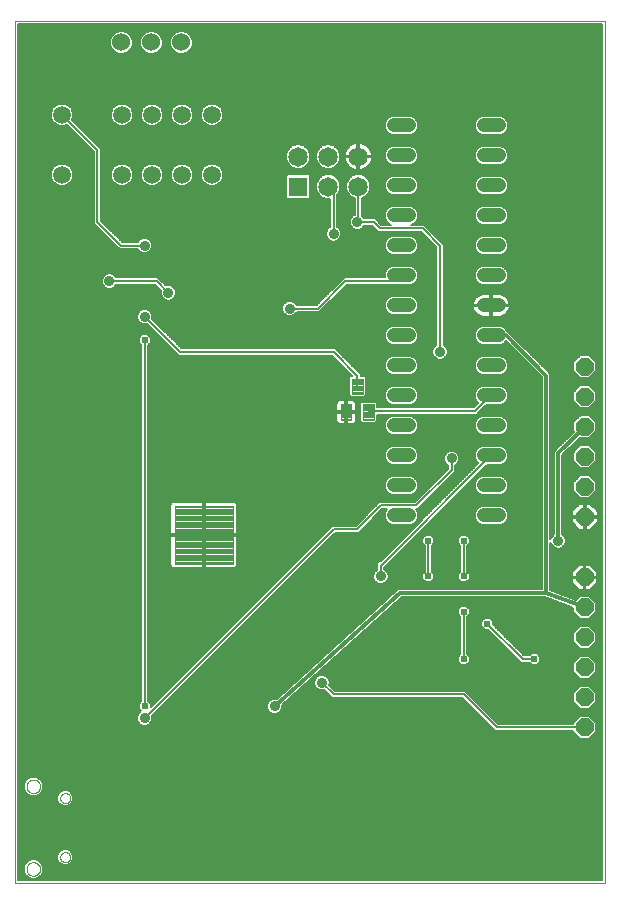
<source format=gbl>
G75*
%MOIN*%
%OFA0B0*%
%FSLAX25Y25*%
%IPPOS*%
%LPD*%
%AMOC8*
5,1,8,0,0,1.08239X$1,22.5*
%
%ADD10C,0.00000*%
%ADD11OC8,0.06000*%
%ADD12C,0.06000*%
%ADD13C,0.04800*%
%ADD14C,0.00394*%
%ADD15R,0.06496X0.06496*%
%ADD16C,0.06496*%
%ADD17C,0.05906*%
%ADD18C,0.00600*%
%ADD19C,0.03543*%
%ADD20C,0.02378*%
%ADD21C,0.01200*%
%ADD22C,0.00800*%
%ADD23C,0.00787*%
D10*
X0001300Y0001300D02*
X0001300Y0288702D01*
X0198150Y0288702D01*
X0198150Y0001300D01*
X0001300Y0001300D01*
X0005228Y0006117D02*
X0005230Y0006212D01*
X0005236Y0006306D01*
X0005246Y0006401D01*
X0005260Y0006495D01*
X0005277Y0006588D01*
X0005299Y0006680D01*
X0005325Y0006771D01*
X0005354Y0006862D01*
X0005387Y0006950D01*
X0005424Y0007038D01*
X0005464Y0007124D01*
X0005508Y0007208D01*
X0005555Y0007290D01*
X0005606Y0007370D01*
X0005660Y0007448D01*
X0005718Y0007523D01*
X0005778Y0007596D01*
X0005842Y0007667D01*
X0005908Y0007735D01*
X0005977Y0007799D01*
X0006049Y0007861D01*
X0006123Y0007920D01*
X0006200Y0007976D01*
X0006279Y0008029D01*
X0006360Y0008078D01*
X0006443Y0008123D01*
X0006528Y0008166D01*
X0006615Y0008204D01*
X0006703Y0008239D01*
X0006792Y0008270D01*
X0006883Y0008298D01*
X0006975Y0008321D01*
X0007068Y0008341D01*
X0007161Y0008357D01*
X0007255Y0008369D01*
X0007350Y0008377D01*
X0007445Y0008381D01*
X0007539Y0008381D01*
X0007634Y0008377D01*
X0007729Y0008369D01*
X0007823Y0008357D01*
X0007916Y0008341D01*
X0008009Y0008321D01*
X0008101Y0008298D01*
X0008192Y0008270D01*
X0008281Y0008239D01*
X0008369Y0008204D01*
X0008456Y0008166D01*
X0008541Y0008123D01*
X0008624Y0008078D01*
X0008705Y0008029D01*
X0008784Y0007976D01*
X0008861Y0007920D01*
X0008935Y0007861D01*
X0009007Y0007799D01*
X0009076Y0007735D01*
X0009142Y0007667D01*
X0009206Y0007596D01*
X0009266Y0007523D01*
X0009324Y0007448D01*
X0009378Y0007370D01*
X0009429Y0007290D01*
X0009476Y0007208D01*
X0009520Y0007124D01*
X0009560Y0007038D01*
X0009597Y0006950D01*
X0009630Y0006862D01*
X0009659Y0006771D01*
X0009685Y0006680D01*
X0009707Y0006588D01*
X0009724Y0006495D01*
X0009738Y0006401D01*
X0009748Y0006306D01*
X0009754Y0006212D01*
X0009756Y0006117D01*
X0009754Y0006022D01*
X0009748Y0005928D01*
X0009738Y0005833D01*
X0009724Y0005739D01*
X0009707Y0005646D01*
X0009685Y0005554D01*
X0009659Y0005463D01*
X0009630Y0005372D01*
X0009597Y0005284D01*
X0009560Y0005196D01*
X0009520Y0005110D01*
X0009476Y0005026D01*
X0009429Y0004944D01*
X0009378Y0004864D01*
X0009324Y0004786D01*
X0009266Y0004711D01*
X0009206Y0004638D01*
X0009142Y0004567D01*
X0009076Y0004499D01*
X0009007Y0004435D01*
X0008935Y0004373D01*
X0008861Y0004314D01*
X0008784Y0004258D01*
X0008705Y0004205D01*
X0008624Y0004156D01*
X0008541Y0004111D01*
X0008456Y0004068D01*
X0008369Y0004030D01*
X0008281Y0003995D01*
X0008192Y0003964D01*
X0008101Y0003936D01*
X0008009Y0003913D01*
X0007916Y0003893D01*
X0007823Y0003877D01*
X0007729Y0003865D01*
X0007634Y0003857D01*
X0007539Y0003853D01*
X0007445Y0003853D01*
X0007350Y0003857D01*
X0007255Y0003865D01*
X0007161Y0003877D01*
X0007068Y0003893D01*
X0006975Y0003913D01*
X0006883Y0003936D01*
X0006792Y0003964D01*
X0006703Y0003995D01*
X0006615Y0004030D01*
X0006528Y0004068D01*
X0006443Y0004111D01*
X0006360Y0004156D01*
X0006279Y0004205D01*
X0006200Y0004258D01*
X0006123Y0004314D01*
X0006049Y0004373D01*
X0005977Y0004435D01*
X0005908Y0004499D01*
X0005842Y0004567D01*
X0005778Y0004638D01*
X0005718Y0004711D01*
X0005660Y0004786D01*
X0005606Y0004864D01*
X0005555Y0004944D01*
X0005508Y0005026D01*
X0005464Y0005110D01*
X0005424Y0005196D01*
X0005387Y0005284D01*
X0005354Y0005372D01*
X0005325Y0005463D01*
X0005299Y0005554D01*
X0005277Y0005646D01*
X0005260Y0005739D01*
X0005246Y0005833D01*
X0005236Y0005928D01*
X0005230Y0006022D01*
X0005228Y0006117D01*
X0016449Y0010054D02*
X0016451Y0010135D01*
X0016457Y0010217D01*
X0016467Y0010298D01*
X0016481Y0010378D01*
X0016498Y0010457D01*
X0016520Y0010536D01*
X0016545Y0010613D01*
X0016574Y0010690D01*
X0016607Y0010764D01*
X0016644Y0010837D01*
X0016683Y0010908D01*
X0016727Y0010977D01*
X0016773Y0011044D01*
X0016823Y0011108D01*
X0016876Y0011170D01*
X0016932Y0011230D01*
X0016990Y0011286D01*
X0017052Y0011340D01*
X0017116Y0011391D01*
X0017182Y0011438D01*
X0017250Y0011482D01*
X0017321Y0011523D01*
X0017393Y0011560D01*
X0017468Y0011594D01*
X0017543Y0011624D01*
X0017621Y0011650D01*
X0017699Y0011673D01*
X0017778Y0011691D01*
X0017858Y0011706D01*
X0017939Y0011717D01*
X0018020Y0011724D01*
X0018102Y0011727D01*
X0018183Y0011726D01*
X0018264Y0011721D01*
X0018345Y0011712D01*
X0018426Y0011699D01*
X0018506Y0011682D01*
X0018584Y0011662D01*
X0018662Y0011637D01*
X0018739Y0011609D01*
X0018814Y0011577D01*
X0018887Y0011542D01*
X0018958Y0011503D01*
X0019028Y0011460D01*
X0019095Y0011415D01*
X0019161Y0011366D01*
X0019223Y0011314D01*
X0019283Y0011258D01*
X0019340Y0011200D01*
X0019395Y0011140D01*
X0019446Y0011076D01*
X0019494Y0011011D01*
X0019539Y0010943D01*
X0019581Y0010873D01*
X0019619Y0010801D01*
X0019654Y0010727D01*
X0019685Y0010652D01*
X0019712Y0010575D01*
X0019735Y0010497D01*
X0019755Y0010418D01*
X0019771Y0010338D01*
X0019783Y0010257D01*
X0019791Y0010176D01*
X0019795Y0010095D01*
X0019795Y0010013D01*
X0019791Y0009932D01*
X0019783Y0009851D01*
X0019771Y0009770D01*
X0019755Y0009690D01*
X0019735Y0009611D01*
X0019712Y0009533D01*
X0019685Y0009456D01*
X0019654Y0009381D01*
X0019619Y0009307D01*
X0019581Y0009235D01*
X0019539Y0009165D01*
X0019494Y0009097D01*
X0019446Y0009032D01*
X0019395Y0008968D01*
X0019340Y0008908D01*
X0019283Y0008850D01*
X0019223Y0008794D01*
X0019161Y0008742D01*
X0019095Y0008693D01*
X0019028Y0008648D01*
X0018959Y0008605D01*
X0018887Y0008566D01*
X0018814Y0008531D01*
X0018739Y0008499D01*
X0018662Y0008471D01*
X0018584Y0008446D01*
X0018506Y0008426D01*
X0018426Y0008409D01*
X0018345Y0008396D01*
X0018264Y0008387D01*
X0018183Y0008382D01*
X0018102Y0008381D01*
X0018020Y0008384D01*
X0017939Y0008391D01*
X0017858Y0008402D01*
X0017778Y0008417D01*
X0017699Y0008435D01*
X0017621Y0008458D01*
X0017543Y0008484D01*
X0017468Y0008514D01*
X0017393Y0008548D01*
X0017321Y0008585D01*
X0017250Y0008626D01*
X0017182Y0008670D01*
X0017116Y0008717D01*
X0017052Y0008768D01*
X0016990Y0008822D01*
X0016932Y0008878D01*
X0016876Y0008938D01*
X0016823Y0009000D01*
X0016773Y0009064D01*
X0016727Y0009131D01*
X0016683Y0009200D01*
X0016644Y0009271D01*
X0016607Y0009344D01*
X0016574Y0009418D01*
X0016545Y0009495D01*
X0016520Y0009572D01*
X0016498Y0009651D01*
X0016481Y0009730D01*
X0016467Y0009810D01*
X0016457Y0009891D01*
X0016451Y0009973D01*
X0016449Y0010054D01*
X0016449Y0029739D02*
X0016451Y0029820D01*
X0016457Y0029902D01*
X0016467Y0029983D01*
X0016481Y0030063D01*
X0016498Y0030142D01*
X0016520Y0030221D01*
X0016545Y0030298D01*
X0016574Y0030375D01*
X0016607Y0030449D01*
X0016644Y0030522D01*
X0016683Y0030593D01*
X0016727Y0030662D01*
X0016773Y0030729D01*
X0016823Y0030793D01*
X0016876Y0030855D01*
X0016932Y0030915D01*
X0016990Y0030971D01*
X0017052Y0031025D01*
X0017116Y0031076D01*
X0017182Y0031123D01*
X0017250Y0031167D01*
X0017321Y0031208D01*
X0017393Y0031245D01*
X0017468Y0031279D01*
X0017543Y0031309D01*
X0017621Y0031335D01*
X0017699Y0031358D01*
X0017778Y0031376D01*
X0017858Y0031391D01*
X0017939Y0031402D01*
X0018020Y0031409D01*
X0018102Y0031412D01*
X0018183Y0031411D01*
X0018264Y0031406D01*
X0018345Y0031397D01*
X0018426Y0031384D01*
X0018506Y0031367D01*
X0018584Y0031347D01*
X0018662Y0031322D01*
X0018739Y0031294D01*
X0018814Y0031262D01*
X0018887Y0031227D01*
X0018958Y0031188D01*
X0019028Y0031145D01*
X0019095Y0031100D01*
X0019161Y0031051D01*
X0019223Y0030999D01*
X0019283Y0030943D01*
X0019340Y0030885D01*
X0019395Y0030825D01*
X0019446Y0030761D01*
X0019494Y0030696D01*
X0019539Y0030628D01*
X0019581Y0030558D01*
X0019619Y0030486D01*
X0019654Y0030412D01*
X0019685Y0030337D01*
X0019712Y0030260D01*
X0019735Y0030182D01*
X0019755Y0030103D01*
X0019771Y0030023D01*
X0019783Y0029942D01*
X0019791Y0029861D01*
X0019795Y0029780D01*
X0019795Y0029698D01*
X0019791Y0029617D01*
X0019783Y0029536D01*
X0019771Y0029455D01*
X0019755Y0029375D01*
X0019735Y0029296D01*
X0019712Y0029218D01*
X0019685Y0029141D01*
X0019654Y0029066D01*
X0019619Y0028992D01*
X0019581Y0028920D01*
X0019539Y0028850D01*
X0019494Y0028782D01*
X0019446Y0028717D01*
X0019395Y0028653D01*
X0019340Y0028593D01*
X0019283Y0028535D01*
X0019223Y0028479D01*
X0019161Y0028427D01*
X0019095Y0028378D01*
X0019028Y0028333D01*
X0018959Y0028290D01*
X0018887Y0028251D01*
X0018814Y0028216D01*
X0018739Y0028184D01*
X0018662Y0028156D01*
X0018584Y0028131D01*
X0018506Y0028111D01*
X0018426Y0028094D01*
X0018345Y0028081D01*
X0018264Y0028072D01*
X0018183Y0028067D01*
X0018102Y0028066D01*
X0018020Y0028069D01*
X0017939Y0028076D01*
X0017858Y0028087D01*
X0017778Y0028102D01*
X0017699Y0028120D01*
X0017621Y0028143D01*
X0017543Y0028169D01*
X0017468Y0028199D01*
X0017393Y0028233D01*
X0017321Y0028270D01*
X0017250Y0028311D01*
X0017182Y0028355D01*
X0017116Y0028402D01*
X0017052Y0028453D01*
X0016990Y0028507D01*
X0016932Y0028563D01*
X0016876Y0028623D01*
X0016823Y0028685D01*
X0016773Y0028749D01*
X0016727Y0028816D01*
X0016683Y0028885D01*
X0016644Y0028956D01*
X0016607Y0029029D01*
X0016574Y0029103D01*
X0016545Y0029180D01*
X0016520Y0029257D01*
X0016498Y0029336D01*
X0016481Y0029415D01*
X0016467Y0029495D01*
X0016457Y0029576D01*
X0016451Y0029658D01*
X0016449Y0029739D01*
X0005228Y0033676D02*
X0005230Y0033771D01*
X0005236Y0033865D01*
X0005246Y0033960D01*
X0005260Y0034054D01*
X0005277Y0034147D01*
X0005299Y0034239D01*
X0005325Y0034330D01*
X0005354Y0034421D01*
X0005387Y0034509D01*
X0005424Y0034597D01*
X0005464Y0034683D01*
X0005508Y0034767D01*
X0005555Y0034849D01*
X0005606Y0034929D01*
X0005660Y0035007D01*
X0005718Y0035082D01*
X0005778Y0035155D01*
X0005842Y0035226D01*
X0005908Y0035294D01*
X0005977Y0035358D01*
X0006049Y0035420D01*
X0006123Y0035479D01*
X0006200Y0035535D01*
X0006279Y0035588D01*
X0006360Y0035637D01*
X0006443Y0035682D01*
X0006528Y0035725D01*
X0006615Y0035763D01*
X0006703Y0035798D01*
X0006792Y0035829D01*
X0006883Y0035857D01*
X0006975Y0035880D01*
X0007068Y0035900D01*
X0007161Y0035916D01*
X0007255Y0035928D01*
X0007350Y0035936D01*
X0007445Y0035940D01*
X0007539Y0035940D01*
X0007634Y0035936D01*
X0007729Y0035928D01*
X0007823Y0035916D01*
X0007916Y0035900D01*
X0008009Y0035880D01*
X0008101Y0035857D01*
X0008192Y0035829D01*
X0008281Y0035798D01*
X0008369Y0035763D01*
X0008456Y0035725D01*
X0008541Y0035682D01*
X0008624Y0035637D01*
X0008705Y0035588D01*
X0008784Y0035535D01*
X0008861Y0035479D01*
X0008935Y0035420D01*
X0009007Y0035358D01*
X0009076Y0035294D01*
X0009142Y0035226D01*
X0009206Y0035155D01*
X0009266Y0035082D01*
X0009324Y0035007D01*
X0009378Y0034929D01*
X0009429Y0034849D01*
X0009476Y0034767D01*
X0009520Y0034683D01*
X0009560Y0034597D01*
X0009597Y0034509D01*
X0009630Y0034421D01*
X0009659Y0034330D01*
X0009685Y0034239D01*
X0009707Y0034147D01*
X0009724Y0034054D01*
X0009738Y0033960D01*
X0009748Y0033865D01*
X0009754Y0033771D01*
X0009756Y0033676D01*
X0009754Y0033581D01*
X0009748Y0033487D01*
X0009738Y0033392D01*
X0009724Y0033298D01*
X0009707Y0033205D01*
X0009685Y0033113D01*
X0009659Y0033022D01*
X0009630Y0032931D01*
X0009597Y0032843D01*
X0009560Y0032755D01*
X0009520Y0032669D01*
X0009476Y0032585D01*
X0009429Y0032503D01*
X0009378Y0032423D01*
X0009324Y0032345D01*
X0009266Y0032270D01*
X0009206Y0032197D01*
X0009142Y0032126D01*
X0009076Y0032058D01*
X0009007Y0031994D01*
X0008935Y0031932D01*
X0008861Y0031873D01*
X0008784Y0031817D01*
X0008705Y0031764D01*
X0008624Y0031715D01*
X0008541Y0031670D01*
X0008456Y0031627D01*
X0008369Y0031589D01*
X0008281Y0031554D01*
X0008192Y0031523D01*
X0008101Y0031495D01*
X0008009Y0031472D01*
X0007916Y0031452D01*
X0007823Y0031436D01*
X0007729Y0031424D01*
X0007634Y0031416D01*
X0007539Y0031412D01*
X0007445Y0031412D01*
X0007350Y0031416D01*
X0007255Y0031424D01*
X0007161Y0031436D01*
X0007068Y0031452D01*
X0006975Y0031472D01*
X0006883Y0031495D01*
X0006792Y0031523D01*
X0006703Y0031554D01*
X0006615Y0031589D01*
X0006528Y0031627D01*
X0006443Y0031670D01*
X0006360Y0031715D01*
X0006279Y0031764D01*
X0006200Y0031817D01*
X0006123Y0031873D01*
X0006049Y0031932D01*
X0005977Y0031994D01*
X0005908Y0032058D01*
X0005842Y0032126D01*
X0005778Y0032197D01*
X0005718Y0032270D01*
X0005660Y0032345D01*
X0005606Y0032423D01*
X0005555Y0032503D01*
X0005508Y0032585D01*
X0005464Y0032669D01*
X0005424Y0032755D01*
X0005387Y0032843D01*
X0005354Y0032931D01*
X0005325Y0033022D01*
X0005299Y0033113D01*
X0005277Y0033205D01*
X0005260Y0033298D01*
X0005246Y0033392D01*
X0005236Y0033487D01*
X0005230Y0033581D01*
X0005228Y0033676D01*
D11*
X0191242Y0053302D03*
X0191242Y0063302D03*
X0191242Y0073302D03*
X0191242Y0083302D03*
X0191242Y0093302D03*
X0191242Y0103302D03*
X0191302Y0123531D03*
X0191302Y0133531D03*
X0191302Y0143531D03*
X0191302Y0153531D03*
X0191302Y0163531D03*
X0191302Y0173531D03*
D12*
X0056774Y0281613D03*
X0046774Y0281613D03*
X0036774Y0281613D03*
D13*
X0127743Y0253976D02*
X0132543Y0253976D01*
X0132543Y0243976D02*
X0127743Y0243976D01*
X0127743Y0233976D02*
X0132543Y0233976D01*
X0132543Y0223976D02*
X0127743Y0223976D01*
X0127743Y0213976D02*
X0132543Y0213976D01*
X0132543Y0203976D02*
X0127743Y0203976D01*
X0127743Y0193976D02*
X0132543Y0193976D01*
X0132543Y0183976D02*
X0127743Y0183976D01*
X0127743Y0173976D02*
X0132543Y0173976D01*
X0132543Y0163976D02*
X0127743Y0163976D01*
X0127743Y0153976D02*
X0132543Y0153976D01*
X0132543Y0143976D02*
X0127743Y0143976D01*
X0127743Y0133976D02*
X0132543Y0133976D01*
X0132543Y0123976D02*
X0127743Y0123976D01*
X0157743Y0123976D02*
X0162543Y0123976D01*
X0162543Y0133976D02*
X0157743Y0133976D01*
X0157743Y0143976D02*
X0162543Y0143976D01*
X0162543Y0153976D02*
X0157743Y0153976D01*
X0157743Y0163976D02*
X0162543Y0163976D01*
X0162543Y0173976D02*
X0157743Y0173976D01*
X0157743Y0183976D02*
X0162543Y0183976D01*
X0162543Y0193976D02*
X0157743Y0193976D01*
X0157743Y0203976D02*
X0162543Y0203976D01*
X0162543Y0213976D02*
X0157743Y0213976D01*
X0157743Y0223976D02*
X0162543Y0223976D01*
X0162543Y0233976D02*
X0157743Y0233976D01*
X0157743Y0243976D02*
X0162543Y0243976D01*
X0162543Y0253976D02*
X0157743Y0253976D01*
D14*
X0117244Y0169607D02*
X0113702Y0169607D01*
X0117244Y0169607D02*
X0117244Y0164489D01*
X0113702Y0164489D01*
X0113702Y0169607D01*
X0113702Y0164882D02*
X0117244Y0164882D01*
X0117244Y0165275D02*
X0113702Y0165275D01*
X0113702Y0165668D02*
X0117244Y0165668D01*
X0117244Y0166061D02*
X0113702Y0166061D01*
X0113702Y0166454D02*
X0117244Y0166454D01*
X0117244Y0166847D02*
X0113702Y0166847D01*
X0113702Y0167240D02*
X0117244Y0167240D01*
X0117244Y0167633D02*
X0113702Y0167633D01*
X0113702Y0168026D02*
X0117244Y0168026D01*
X0117244Y0168419D02*
X0113702Y0168419D01*
X0113702Y0168812D02*
X0117244Y0168812D01*
X0117244Y0169205D02*
X0113702Y0169205D01*
X0113702Y0169598D02*
X0117244Y0169598D01*
X0117442Y0160946D02*
X0120984Y0160946D01*
X0120984Y0155828D01*
X0117442Y0155828D01*
X0117442Y0160946D01*
X0117442Y0156221D02*
X0120984Y0156221D01*
X0120984Y0156614D02*
X0117442Y0156614D01*
X0117442Y0157007D02*
X0120984Y0157007D01*
X0120984Y0157400D02*
X0117442Y0157400D01*
X0117442Y0157793D02*
X0120984Y0157793D01*
X0120984Y0158186D02*
X0117442Y0158186D01*
X0117442Y0158579D02*
X0120984Y0158579D01*
X0120984Y0158972D02*
X0117442Y0158972D01*
X0117442Y0159365D02*
X0120984Y0159365D01*
X0120984Y0159758D02*
X0117442Y0159758D01*
X0117442Y0160151D02*
X0120984Y0160151D01*
X0120984Y0160544D02*
X0117442Y0160544D01*
X0117442Y0160937D02*
X0120984Y0160937D01*
X0113504Y0160946D02*
X0109962Y0160946D01*
X0113504Y0160946D02*
X0113504Y0155828D01*
X0109962Y0155828D01*
X0109962Y0160946D01*
X0109962Y0156221D02*
X0113504Y0156221D01*
X0113504Y0156614D02*
X0109962Y0156614D01*
X0109962Y0157007D02*
X0113504Y0157007D01*
X0113504Y0157400D02*
X0109962Y0157400D01*
X0109962Y0157793D02*
X0113504Y0157793D01*
X0113504Y0158186D02*
X0109962Y0158186D01*
X0109962Y0158579D02*
X0113504Y0158579D01*
X0113504Y0158972D02*
X0109962Y0158972D01*
X0109962Y0159365D02*
X0113504Y0159365D01*
X0113504Y0159758D02*
X0109962Y0159758D01*
X0109962Y0160151D02*
X0113504Y0160151D01*
X0113504Y0160544D02*
X0109962Y0160544D01*
X0109962Y0160937D02*
X0113504Y0160937D01*
X0073937Y0127087D02*
X0054647Y0127087D01*
X0073937Y0127087D02*
X0073937Y0107797D01*
X0054647Y0107797D01*
X0054647Y0127087D01*
X0054647Y0108190D02*
X0073937Y0108190D01*
X0073937Y0108583D02*
X0054647Y0108583D01*
X0054647Y0108976D02*
X0073937Y0108976D01*
X0073937Y0109369D02*
X0054647Y0109369D01*
X0054647Y0109762D02*
X0073937Y0109762D01*
X0073937Y0110155D02*
X0054647Y0110155D01*
X0054647Y0110548D02*
X0073937Y0110548D01*
X0073937Y0110941D02*
X0054647Y0110941D01*
X0054647Y0111334D02*
X0073937Y0111334D01*
X0073937Y0111727D02*
X0054647Y0111727D01*
X0054647Y0112120D02*
X0073937Y0112120D01*
X0073937Y0112513D02*
X0054647Y0112513D01*
X0054647Y0112906D02*
X0073937Y0112906D01*
X0073937Y0113299D02*
X0054647Y0113299D01*
X0054647Y0113692D02*
X0073937Y0113692D01*
X0073937Y0114085D02*
X0054647Y0114085D01*
X0054647Y0114478D02*
X0073937Y0114478D01*
X0073937Y0114871D02*
X0054647Y0114871D01*
X0054647Y0115264D02*
X0073937Y0115264D01*
X0073937Y0115657D02*
X0054647Y0115657D01*
X0054647Y0116050D02*
X0073937Y0116050D01*
X0073937Y0116443D02*
X0054647Y0116443D01*
X0054647Y0116836D02*
X0073937Y0116836D01*
X0073937Y0117229D02*
X0054647Y0117229D01*
X0054647Y0117622D02*
X0073937Y0117622D01*
X0073937Y0118015D02*
X0054647Y0118015D01*
X0054647Y0118408D02*
X0073937Y0118408D01*
X0073937Y0118801D02*
X0054647Y0118801D01*
X0054647Y0119194D02*
X0073937Y0119194D01*
X0073937Y0119587D02*
X0054647Y0119587D01*
X0054647Y0119980D02*
X0073937Y0119980D01*
X0073937Y0120373D02*
X0054647Y0120373D01*
X0054647Y0120766D02*
X0073937Y0120766D01*
X0073937Y0121159D02*
X0054647Y0121159D01*
X0054647Y0121552D02*
X0073937Y0121552D01*
X0073937Y0121945D02*
X0054647Y0121945D01*
X0054647Y0122338D02*
X0073937Y0122338D01*
X0073937Y0122731D02*
X0054647Y0122731D01*
X0054647Y0123124D02*
X0073937Y0123124D01*
X0073937Y0123517D02*
X0054647Y0123517D01*
X0054647Y0123910D02*
X0073937Y0123910D01*
X0073937Y0124303D02*
X0054647Y0124303D01*
X0054647Y0124696D02*
X0073937Y0124696D01*
X0073937Y0125089D02*
X0054647Y0125089D01*
X0054647Y0125482D02*
X0073937Y0125482D01*
X0073937Y0125875D02*
X0054647Y0125875D01*
X0054647Y0126268D02*
X0073937Y0126268D01*
X0073937Y0126661D02*
X0054647Y0126661D01*
X0054647Y0127054D02*
X0073937Y0127054D01*
D15*
X0095788Y0233583D03*
D16*
X0095788Y0243583D03*
X0105788Y0243583D03*
X0105788Y0233583D03*
X0115788Y0233583D03*
X0115788Y0243583D03*
D17*
X0067048Y0237520D03*
X0057048Y0237520D03*
X0047048Y0237520D03*
X0037048Y0237520D03*
X0037048Y0257520D03*
X0047048Y0257520D03*
X0057048Y0257520D03*
X0067048Y0257520D03*
X0017048Y0257520D03*
X0017048Y0237520D03*
D18*
X0014306Y0234955D02*
X0002300Y0234955D01*
X0002300Y0234357D02*
X0014905Y0234357D01*
X0014922Y0234339D02*
X0016302Y0233768D01*
X0017795Y0233768D01*
X0019174Y0234339D01*
X0020229Y0235395D01*
X0020801Y0236774D01*
X0020801Y0238267D01*
X0020229Y0239646D01*
X0019174Y0240702D01*
X0017795Y0241273D01*
X0016302Y0241273D01*
X0014922Y0240702D01*
X0013867Y0239646D01*
X0013295Y0238267D01*
X0013295Y0236774D01*
X0013867Y0235395D01*
X0014922Y0234339D01*
X0013801Y0235554D02*
X0002300Y0235554D01*
X0002300Y0236152D02*
X0013553Y0236152D01*
X0013305Y0236751D02*
X0002300Y0236751D01*
X0002300Y0237349D02*
X0013295Y0237349D01*
X0013295Y0237948D02*
X0002300Y0237948D01*
X0002300Y0238546D02*
X0013411Y0238546D01*
X0013659Y0239145D02*
X0002300Y0239145D01*
X0002300Y0239743D02*
X0013964Y0239743D01*
X0014562Y0240342D02*
X0002300Y0240342D01*
X0002300Y0240940D02*
X0015498Y0240940D01*
X0018598Y0240940D02*
X0027665Y0240940D01*
X0027665Y0240342D02*
X0019534Y0240342D01*
X0020132Y0239743D02*
X0027665Y0239743D01*
X0027665Y0239145D02*
X0020437Y0239145D01*
X0020685Y0238546D02*
X0027665Y0238546D01*
X0027665Y0237948D02*
X0020801Y0237948D01*
X0020801Y0237349D02*
X0027665Y0237349D01*
X0027665Y0236751D02*
X0020791Y0236751D01*
X0020543Y0236152D02*
X0027665Y0236152D01*
X0027665Y0235554D02*
X0020295Y0235554D01*
X0019790Y0234955D02*
X0027665Y0234955D01*
X0027665Y0234357D02*
X0019191Y0234357D01*
X0027665Y0233758D02*
X0002300Y0233758D01*
X0002300Y0233160D02*
X0027665Y0233160D01*
X0027665Y0232561D02*
X0002300Y0232561D01*
X0002300Y0231963D02*
X0027665Y0231963D01*
X0027665Y0231364D02*
X0002300Y0231364D01*
X0002300Y0230766D02*
X0027665Y0230766D01*
X0027665Y0230167D02*
X0002300Y0230167D01*
X0002300Y0229569D02*
X0027665Y0229569D01*
X0027665Y0228970D02*
X0002300Y0228970D01*
X0002300Y0228372D02*
X0027665Y0228372D01*
X0027665Y0227773D02*
X0002300Y0227773D01*
X0002300Y0227175D02*
X0027665Y0227175D01*
X0027665Y0226576D02*
X0002300Y0226576D01*
X0002300Y0225978D02*
X0027665Y0225978D01*
X0027665Y0225379D02*
X0002300Y0225379D01*
X0002300Y0224781D02*
X0027665Y0224781D01*
X0027665Y0224182D02*
X0002300Y0224182D01*
X0002300Y0223584D02*
X0027665Y0223584D01*
X0027665Y0222985D02*
X0002300Y0222985D01*
X0002300Y0222386D02*
X0027665Y0222386D01*
X0027665Y0221788D02*
X0002300Y0221788D01*
X0002300Y0221189D02*
X0027754Y0221189D01*
X0027665Y0221278D02*
X0035539Y0213404D01*
X0036239Y0212705D01*
X0042318Y0212705D01*
X0042427Y0212442D01*
X0043150Y0211718D01*
X0044096Y0211327D01*
X0045119Y0211327D01*
X0046064Y0211718D01*
X0046787Y0212442D01*
X0047179Y0213387D01*
X0047179Y0214410D01*
X0046787Y0215355D01*
X0046064Y0216079D01*
X0045119Y0216470D01*
X0044096Y0216470D01*
X0043150Y0216079D01*
X0042427Y0215355D01*
X0042318Y0215092D01*
X0037228Y0215092D01*
X0030053Y0222267D01*
X0030053Y0246204D01*
X0029353Y0246903D01*
X0020415Y0255842D01*
X0020801Y0256774D01*
X0020801Y0258267D01*
X0020229Y0259646D01*
X0019174Y0260702D01*
X0017795Y0261273D01*
X0016302Y0261273D01*
X0014922Y0260702D01*
X0013867Y0259646D01*
X0013295Y0258267D01*
X0013295Y0256774D01*
X0013867Y0255395D01*
X0014922Y0254339D01*
X0016302Y0253768D01*
X0017795Y0253768D01*
X0018727Y0254154D01*
X0027665Y0245215D01*
X0027665Y0221278D01*
X0028352Y0220591D02*
X0002300Y0220591D01*
X0002300Y0219992D02*
X0028951Y0219992D01*
X0029549Y0219394D02*
X0002300Y0219394D01*
X0002300Y0218795D02*
X0030148Y0218795D01*
X0030746Y0218197D02*
X0002300Y0218197D01*
X0002300Y0217598D02*
X0031345Y0217598D01*
X0031943Y0217000D02*
X0002300Y0217000D01*
X0002300Y0216401D02*
X0032542Y0216401D01*
X0033140Y0215803D02*
X0002300Y0215803D01*
X0002300Y0215204D02*
X0033739Y0215204D01*
X0034338Y0214606D02*
X0002300Y0214606D01*
X0002300Y0214007D02*
X0034936Y0214007D01*
X0035535Y0213409D02*
X0002300Y0213409D01*
X0002300Y0212810D02*
X0036133Y0212810D01*
X0037115Y0215204D02*
X0042364Y0215204D01*
X0042875Y0215803D02*
X0036517Y0215803D01*
X0035918Y0216401D02*
X0043930Y0216401D01*
X0045284Y0216401D02*
X0105410Y0216401D01*
X0105419Y0216379D02*
X0106142Y0215655D01*
X0107088Y0215264D01*
X0108111Y0215264D01*
X0109056Y0215655D01*
X0109779Y0216379D01*
X0110171Y0217324D01*
X0110171Y0218347D01*
X0109779Y0219292D01*
X0109056Y0220016D01*
X0108799Y0220122D01*
X0108799Y0230870D01*
X0109220Y0231290D01*
X0109836Y0232778D01*
X0109836Y0234389D01*
X0109220Y0235876D01*
X0108081Y0237015D01*
X0106593Y0237631D01*
X0104983Y0237631D01*
X0103495Y0237015D01*
X0102356Y0235876D01*
X0101740Y0234389D01*
X0101740Y0232778D01*
X0102356Y0231290D01*
X0103495Y0230152D01*
X0104983Y0229535D01*
X0106399Y0229535D01*
X0106399Y0220122D01*
X0106142Y0220016D01*
X0105419Y0219292D01*
X0105028Y0218347D01*
X0105028Y0217324D01*
X0105419Y0216379D01*
X0105162Y0217000D02*
X0035320Y0217000D01*
X0034721Y0217598D02*
X0105028Y0217598D01*
X0105028Y0218197D02*
X0034123Y0218197D01*
X0033524Y0218795D02*
X0105213Y0218795D01*
X0105521Y0219394D02*
X0032926Y0219394D01*
X0032327Y0219992D02*
X0106119Y0219992D01*
X0106399Y0220591D02*
X0031729Y0220591D01*
X0031130Y0221189D02*
X0106399Y0221189D01*
X0106399Y0221788D02*
X0030532Y0221788D01*
X0030053Y0222386D02*
X0106399Y0222386D01*
X0106399Y0222985D02*
X0030053Y0222985D01*
X0030053Y0223584D02*
X0106399Y0223584D01*
X0106399Y0224182D02*
X0030053Y0224182D01*
X0030053Y0224781D02*
X0106399Y0224781D01*
X0106399Y0225379D02*
X0030053Y0225379D01*
X0030053Y0225978D02*
X0106399Y0225978D01*
X0106399Y0226576D02*
X0030053Y0226576D01*
X0030053Y0227175D02*
X0106399Y0227175D01*
X0106399Y0227773D02*
X0030053Y0227773D01*
X0030053Y0228372D02*
X0106399Y0228372D01*
X0106399Y0228970D02*
X0030053Y0228970D01*
X0030053Y0229569D02*
X0092176Y0229569D01*
X0092209Y0229535D02*
X0099368Y0229535D01*
X0099836Y0230004D01*
X0099836Y0237163D01*
X0099368Y0237631D01*
X0092209Y0237631D01*
X0091740Y0237163D01*
X0091740Y0230004D01*
X0092209Y0229535D01*
X0091740Y0230167D02*
X0030053Y0230167D01*
X0030053Y0230766D02*
X0091740Y0230766D01*
X0091740Y0231364D02*
X0030053Y0231364D01*
X0030053Y0231963D02*
X0091740Y0231963D01*
X0091740Y0232561D02*
X0030053Y0232561D01*
X0030053Y0233160D02*
X0091740Y0233160D01*
X0091740Y0233758D02*
X0030053Y0233758D01*
X0030053Y0234357D02*
X0034905Y0234357D01*
X0034922Y0234339D02*
X0036302Y0233768D01*
X0037795Y0233768D01*
X0039174Y0234339D01*
X0040229Y0235395D01*
X0040801Y0236774D01*
X0040801Y0238267D01*
X0040229Y0239646D01*
X0039174Y0240702D01*
X0037795Y0241273D01*
X0036302Y0241273D01*
X0034922Y0240702D01*
X0033867Y0239646D01*
X0033295Y0238267D01*
X0033295Y0236774D01*
X0033867Y0235395D01*
X0034922Y0234339D01*
X0034306Y0234955D02*
X0030053Y0234955D01*
X0030053Y0235554D02*
X0033801Y0235554D01*
X0033553Y0236152D02*
X0030053Y0236152D01*
X0030053Y0236751D02*
X0033305Y0236751D01*
X0033295Y0237349D02*
X0030053Y0237349D01*
X0030053Y0237948D02*
X0033295Y0237948D01*
X0033411Y0238546D02*
X0030053Y0238546D01*
X0030053Y0239145D02*
X0033659Y0239145D01*
X0033964Y0239743D02*
X0030053Y0239743D01*
X0030053Y0240342D02*
X0034562Y0240342D01*
X0035498Y0240940D02*
X0030053Y0240940D01*
X0030053Y0241539D02*
X0092254Y0241539D01*
X0092356Y0241290D02*
X0093495Y0240152D01*
X0094983Y0239535D01*
X0096593Y0239535D01*
X0098081Y0240152D01*
X0099220Y0241290D01*
X0099836Y0242778D01*
X0099836Y0244389D01*
X0099220Y0245876D01*
X0098081Y0247015D01*
X0096593Y0247631D01*
X0094983Y0247631D01*
X0093495Y0247015D01*
X0092356Y0245876D01*
X0091740Y0244389D01*
X0091740Y0242778D01*
X0092356Y0241290D01*
X0092707Y0240940D02*
X0068598Y0240940D01*
X0069174Y0240702D02*
X0067795Y0241273D01*
X0066302Y0241273D01*
X0064922Y0240702D01*
X0063867Y0239646D01*
X0063295Y0238267D01*
X0063295Y0236774D01*
X0063867Y0235395D01*
X0064922Y0234339D01*
X0066302Y0233768D01*
X0067795Y0233768D01*
X0069174Y0234339D01*
X0070229Y0235395D01*
X0070801Y0236774D01*
X0070801Y0238267D01*
X0070229Y0239646D01*
X0069174Y0240702D01*
X0069534Y0240342D02*
X0093305Y0240342D01*
X0094481Y0239743D02*
X0070132Y0239743D01*
X0070437Y0239145D02*
X0114740Y0239145D01*
X0114723Y0239147D02*
X0115430Y0239035D01*
X0115488Y0239035D01*
X0115488Y0243283D01*
X0116088Y0243283D01*
X0116088Y0239035D01*
X0116146Y0239035D01*
X0116853Y0239147D01*
X0117534Y0239369D01*
X0118172Y0239694D01*
X0118751Y0240114D01*
X0119257Y0240621D01*
X0119678Y0241200D01*
X0120003Y0241838D01*
X0120224Y0242518D01*
X0120336Y0243226D01*
X0120336Y0243283D01*
X0116088Y0243283D01*
X0116088Y0243883D01*
X0120336Y0243883D01*
X0120336Y0243941D01*
X0120224Y0244648D01*
X0120003Y0245329D01*
X0119678Y0245967D01*
X0119257Y0246546D01*
X0118751Y0247052D01*
X0118172Y0247473D01*
X0117534Y0247798D01*
X0116853Y0248020D01*
X0116146Y0248131D01*
X0116088Y0248131D01*
X0116088Y0243884D01*
X0115488Y0243884D01*
X0115488Y0248131D01*
X0115430Y0248131D01*
X0114723Y0248020D01*
X0114042Y0247798D01*
X0113404Y0247473D01*
X0112825Y0247052D01*
X0112319Y0246546D01*
X0111898Y0245967D01*
X0111573Y0245329D01*
X0111352Y0244648D01*
X0111240Y0243941D01*
X0111240Y0243883D01*
X0115488Y0243883D01*
X0115488Y0243283D01*
X0111240Y0243283D01*
X0111240Y0243226D01*
X0111352Y0242518D01*
X0111573Y0241838D01*
X0111898Y0241200D01*
X0112319Y0240621D01*
X0112825Y0240114D01*
X0113404Y0239694D01*
X0114042Y0239369D01*
X0114723Y0239147D01*
X0115488Y0239145D02*
X0116088Y0239145D01*
X0116088Y0239743D02*
X0115488Y0239743D01*
X0115488Y0240342D02*
X0116088Y0240342D01*
X0116088Y0240940D02*
X0115488Y0240940D01*
X0115488Y0241539D02*
X0116088Y0241539D01*
X0116088Y0242137D02*
X0115488Y0242137D01*
X0115488Y0242736D02*
X0116088Y0242736D01*
X0116088Y0243334D02*
X0124546Y0243334D01*
X0124543Y0243340D02*
X0125030Y0242164D01*
X0125931Y0241264D01*
X0127107Y0240776D01*
X0133180Y0240776D01*
X0134356Y0241264D01*
X0135256Y0242164D01*
X0135743Y0243340D01*
X0135743Y0244613D01*
X0135256Y0245789D01*
X0134356Y0246689D01*
X0133180Y0247176D01*
X0127107Y0247176D01*
X0125931Y0246689D01*
X0125030Y0245789D01*
X0124543Y0244613D01*
X0124543Y0243340D01*
X0124543Y0243933D02*
X0120336Y0243933D01*
X0120243Y0244531D02*
X0124543Y0244531D01*
X0124757Y0245130D02*
X0120068Y0245130D01*
X0119800Y0245728D02*
X0125005Y0245728D01*
X0125568Y0246327D02*
X0119417Y0246327D01*
X0118878Y0246925D02*
X0126501Y0246925D01*
X0127107Y0250776D02*
X0125931Y0251264D01*
X0125030Y0252164D01*
X0124543Y0253340D01*
X0124543Y0254613D01*
X0125030Y0255789D01*
X0125931Y0256689D01*
X0127107Y0257176D01*
X0133180Y0257176D01*
X0134356Y0256689D01*
X0135256Y0255789D01*
X0135743Y0254613D01*
X0135743Y0253340D01*
X0135256Y0252164D01*
X0134356Y0251264D01*
X0133180Y0250776D01*
X0127107Y0250776D01*
X0126289Y0251115D02*
X0025142Y0251115D01*
X0025740Y0250517D02*
X0197150Y0250517D01*
X0197150Y0251115D02*
X0163997Y0251115D01*
X0164356Y0251264D02*
X0165256Y0252164D01*
X0165743Y0253340D01*
X0165743Y0254613D01*
X0165256Y0255789D01*
X0164356Y0256689D01*
X0163180Y0257176D01*
X0157107Y0257176D01*
X0155931Y0256689D01*
X0155030Y0255789D01*
X0154543Y0254613D01*
X0154543Y0253340D01*
X0155030Y0252164D01*
X0155931Y0251264D01*
X0157107Y0250776D01*
X0163180Y0250776D01*
X0164356Y0251264D01*
X0164806Y0251714D02*
X0197150Y0251714D01*
X0197150Y0252312D02*
X0165318Y0252312D01*
X0165565Y0252911D02*
X0197150Y0252911D01*
X0197150Y0253509D02*
X0165743Y0253509D01*
X0165743Y0254108D02*
X0197150Y0254108D01*
X0197150Y0254706D02*
X0165705Y0254706D01*
X0165457Y0255305D02*
X0197150Y0255305D01*
X0197150Y0255903D02*
X0165142Y0255903D01*
X0164544Y0256502D02*
X0197150Y0256502D01*
X0197150Y0257100D02*
X0163364Y0257100D01*
X0156923Y0257100D02*
X0133364Y0257100D01*
X0134544Y0256502D02*
X0155743Y0256502D01*
X0155145Y0255903D02*
X0135142Y0255903D01*
X0135457Y0255305D02*
X0154830Y0255305D01*
X0154582Y0254706D02*
X0135705Y0254706D01*
X0135743Y0254108D02*
X0154543Y0254108D01*
X0154543Y0253509D02*
X0135743Y0253509D01*
X0135565Y0252911D02*
X0154721Y0252911D01*
X0154969Y0252312D02*
X0135318Y0252312D01*
X0134806Y0251714D02*
X0155481Y0251714D01*
X0156289Y0251115D02*
X0133997Y0251115D01*
X0133786Y0246925D02*
X0156501Y0246925D01*
X0155931Y0246689D02*
X0155030Y0245789D01*
X0154543Y0244613D01*
X0154543Y0243340D01*
X0155030Y0242164D01*
X0155931Y0241264D01*
X0157107Y0240776D01*
X0163180Y0240776D01*
X0164356Y0241264D01*
X0165256Y0242164D01*
X0165743Y0243340D01*
X0165743Y0244613D01*
X0165256Y0245789D01*
X0164356Y0246689D01*
X0163180Y0247176D01*
X0157107Y0247176D01*
X0155931Y0246689D01*
X0155568Y0246327D02*
X0134718Y0246327D01*
X0135281Y0245728D02*
X0155005Y0245728D01*
X0154757Y0245130D02*
X0135529Y0245130D01*
X0135743Y0244531D02*
X0154543Y0244531D01*
X0154543Y0243933D02*
X0135743Y0243933D01*
X0135741Y0243334D02*
X0154546Y0243334D01*
X0154793Y0242736D02*
X0135493Y0242736D01*
X0135230Y0242137D02*
X0155057Y0242137D01*
X0155655Y0241539D02*
X0134631Y0241539D01*
X0133576Y0240940D02*
X0156711Y0240940D01*
X0157107Y0237176D02*
X0155931Y0236689D01*
X0155030Y0235789D01*
X0154543Y0234613D01*
X0154543Y0233340D01*
X0155030Y0232164D01*
X0155931Y0231264D01*
X0157107Y0230776D01*
X0163180Y0230776D01*
X0164356Y0231264D01*
X0165256Y0232164D01*
X0165743Y0233340D01*
X0165743Y0234613D01*
X0165256Y0235789D01*
X0164356Y0236689D01*
X0163180Y0237176D01*
X0157107Y0237176D01*
X0156079Y0236751D02*
X0134207Y0236751D01*
X0134356Y0236689D02*
X0133180Y0237176D01*
X0127107Y0237176D01*
X0125931Y0236689D01*
X0125030Y0235789D01*
X0124543Y0234613D01*
X0124543Y0233340D01*
X0125030Y0232164D01*
X0125931Y0231264D01*
X0127107Y0230776D01*
X0133180Y0230776D01*
X0134356Y0231264D01*
X0135256Y0232164D01*
X0135743Y0233340D01*
X0135743Y0234613D01*
X0135256Y0235789D01*
X0134356Y0236689D01*
X0134893Y0236152D02*
X0155394Y0236152D01*
X0154933Y0235554D02*
X0135354Y0235554D01*
X0135602Y0234955D02*
X0154685Y0234955D01*
X0154543Y0234357D02*
X0135743Y0234357D01*
X0135743Y0233758D02*
X0154543Y0233758D01*
X0154618Y0233160D02*
X0135669Y0233160D01*
X0135421Y0232561D02*
X0154866Y0232561D01*
X0155232Y0231963D02*
X0135055Y0231963D01*
X0134457Y0231364D02*
X0155830Y0231364D01*
X0157107Y0227176D02*
X0155931Y0226689D01*
X0155030Y0225789D01*
X0154543Y0224613D01*
X0154543Y0223340D01*
X0155030Y0222164D01*
X0155931Y0221264D01*
X0157107Y0220776D01*
X0163180Y0220776D01*
X0164356Y0221264D01*
X0165256Y0222164D01*
X0165743Y0223340D01*
X0165743Y0224613D01*
X0165256Y0225789D01*
X0164356Y0226689D01*
X0163180Y0227176D01*
X0157107Y0227176D01*
X0157102Y0227175D02*
X0133184Y0227175D01*
X0133180Y0227176D02*
X0127107Y0227176D01*
X0125931Y0226689D01*
X0125030Y0225789D01*
X0124543Y0224613D01*
X0124543Y0223340D01*
X0125030Y0222164D01*
X0125931Y0221264D01*
X0126806Y0220901D01*
X0123497Y0220901D01*
X0121425Y0222972D01*
X0117760Y0222972D01*
X0117653Y0223229D01*
X0116988Y0223894D01*
X0116988Y0229699D01*
X0118081Y0230152D01*
X0119220Y0231290D01*
X0119836Y0232778D01*
X0119836Y0234389D01*
X0119220Y0235876D01*
X0118081Y0237015D01*
X0116593Y0237631D01*
X0114983Y0237631D01*
X0113495Y0237015D01*
X0112356Y0235876D01*
X0111740Y0234389D01*
X0111740Y0232778D01*
X0112356Y0231290D01*
X0113495Y0230152D01*
X0114588Y0229699D01*
X0114588Y0224189D01*
X0114016Y0223953D01*
X0113293Y0223229D01*
X0112902Y0222284D01*
X0112902Y0221261D01*
X0113293Y0220316D01*
X0114016Y0219592D01*
X0114962Y0219201D01*
X0115985Y0219201D01*
X0116930Y0219592D01*
X0117653Y0220316D01*
X0117760Y0220572D01*
X0120431Y0220572D01*
X0121800Y0219204D01*
X0122503Y0218501D01*
X0136733Y0218501D01*
X0141832Y0213401D01*
X0141832Y0180752D01*
X0141576Y0180645D01*
X0140852Y0179922D01*
X0140461Y0178977D01*
X0140461Y0177954D01*
X0140852Y0177009D01*
X0141576Y0176285D01*
X0142521Y0175894D01*
X0143544Y0175894D01*
X0144489Y0176285D01*
X0145212Y0177009D01*
X0145604Y0177954D01*
X0145604Y0178977D01*
X0145212Y0179922D01*
X0144489Y0180645D01*
X0144232Y0180752D01*
X0144232Y0214395D01*
X0143529Y0215098D01*
X0137727Y0220901D01*
X0133480Y0220901D01*
X0134356Y0221264D01*
X0135256Y0222164D01*
X0135743Y0223340D01*
X0135743Y0224613D01*
X0135256Y0225789D01*
X0134356Y0226689D01*
X0133180Y0227176D01*
X0134469Y0226576D02*
X0155818Y0226576D01*
X0155219Y0225978D02*
X0135068Y0225978D01*
X0135426Y0225379D02*
X0154861Y0225379D01*
X0154613Y0224781D02*
X0135674Y0224781D01*
X0135743Y0224182D02*
X0154543Y0224182D01*
X0154543Y0223584D02*
X0135743Y0223584D01*
X0135596Y0222985D02*
X0154690Y0222985D01*
X0154938Y0222386D02*
X0135348Y0222386D01*
X0134880Y0221788D02*
X0155406Y0221788D01*
X0156110Y0221189D02*
X0134177Y0221189D01*
X0137037Y0218197D02*
X0110171Y0218197D01*
X0110171Y0217598D02*
X0137635Y0217598D01*
X0138234Y0217000D02*
X0133606Y0217000D01*
X0133180Y0217176D02*
X0127107Y0217176D01*
X0125931Y0216689D01*
X0125030Y0215789D01*
X0124543Y0214613D01*
X0124543Y0213340D01*
X0125030Y0212164D01*
X0125931Y0211264D01*
X0127107Y0210776D01*
X0133180Y0210776D01*
X0134356Y0211264D01*
X0135256Y0212164D01*
X0135743Y0213340D01*
X0135743Y0214613D01*
X0135256Y0215789D01*
X0134356Y0216689D01*
X0133180Y0217176D01*
X0134644Y0216401D02*
X0138832Y0216401D01*
X0139431Y0215803D02*
X0135242Y0215803D01*
X0135498Y0215204D02*
X0140029Y0215204D01*
X0140628Y0214606D02*
X0135743Y0214606D01*
X0135743Y0214007D02*
X0141226Y0214007D01*
X0141825Y0213409D02*
X0135743Y0213409D01*
X0135524Y0212810D02*
X0141832Y0212810D01*
X0141832Y0212212D02*
X0135276Y0212212D01*
X0134706Y0211613D02*
X0141832Y0211613D01*
X0141832Y0211015D02*
X0133755Y0211015D01*
X0133180Y0207176D02*
X0127107Y0207176D01*
X0125931Y0206689D01*
X0125030Y0205789D01*
X0124543Y0204613D01*
X0124543Y0203340D01*
X0124565Y0203287D01*
X0111039Y0203287D01*
X0110336Y0202584D01*
X0101853Y0194101D01*
X0095286Y0194101D01*
X0095180Y0194358D01*
X0094457Y0195081D01*
X0093512Y0195472D01*
X0092488Y0195472D01*
X0091543Y0195081D01*
X0090820Y0194358D01*
X0090428Y0193412D01*
X0090428Y0192389D01*
X0090820Y0191444D01*
X0091543Y0190721D01*
X0092488Y0190329D01*
X0093512Y0190329D01*
X0094457Y0190721D01*
X0095180Y0191444D01*
X0095286Y0191701D01*
X0102847Y0191701D01*
X0112033Y0200887D01*
X0126839Y0200887D01*
X0127107Y0200776D01*
X0133180Y0200776D01*
X0134356Y0201264D01*
X0135256Y0202164D01*
X0135743Y0203340D01*
X0135743Y0204613D01*
X0135256Y0205789D01*
X0134356Y0206689D01*
X0133180Y0207176D01*
X0134028Y0206825D02*
X0141832Y0206825D01*
X0141832Y0206227D02*
X0134818Y0206227D01*
X0135323Y0205628D02*
X0141832Y0205628D01*
X0141832Y0205030D02*
X0135571Y0205030D01*
X0135743Y0204431D02*
X0141832Y0204431D01*
X0141832Y0203833D02*
X0135743Y0203833D01*
X0135699Y0203234D02*
X0141832Y0203234D01*
X0141832Y0202636D02*
X0135452Y0202636D01*
X0135130Y0202037D02*
X0141832Y0202037D01*
X0141832Y0201439D02*
X0134531Y0201439D01*
X0133334Y0200840D02*
X0141832Y0200840D01*
X0141832Y0200242D02*
X0111387Y0200242D01*
X0111986Y0200840D02*
X0126953Y0200840D01*
X0124543Y0203833D02*
X0034688Y0203833D01*
X0034976Y0203544D02*
X0034253Y0204268D01*
X0033308Y0204659D01*
X0032285Y0204659D01*
X0031339Y0204268D01*
X0030616Y0203544D01*
X0030224Y0202599D01*
X0030224Y0201576D01*
X0030616Y0200631D01*
X0031339Y0199907D01*
X0032285Y0199516D01*
X0033308Y0199516D01*
X0034253Y0199907D01*
X0034976Y0200631D01*
X0035085Y0200894D01*
X0048050Y0200894D01*
X0050018Y0198925D01*
X0049909Y0198662D01*
X0049909Y0197639D01*
X0050301Y0196694D01*
X0051024Y0195970D01*
X0051970Y0195579D01*
X0052993Y0195579D01*
X0053938Y0195970D01*
X0054661Y0196694D01*
X0055053Y0197639D01*
X0055053Y0198662D01*
X0054661Y0199607D01*
X0053938Y0200331D01*
X0052993Y0200722D01*
X0051970Y0200722D01*
X0051707Y0200613D01*
X0049738Y0202582D01*
X0049039Y0203281D01*
X0035085Y0203281D01*
X0034976Y0203544D01*
X0033858Y0204431D02*
X0124543Y0204431D01*
X0124716Y0205030D02*
X0002300Y0205030D01*
X0002300Y0205628D02*
X0124964Y0205628D01*
X0125468Y0206227D02*
X0002300Y0206227D01*
X0002300Y0206825D02*
X0126259Y0206825D01*
X0126531Y0211015D02*
X0002300Y0211015D01*
X0002300Y0211613D02*
X0043404Y0211613D01*
X0042657Y0212212D02*
X0002300Y0212212D01*
X0002300Y0210416D02*
X0141832Y0210416D01*
X0141832Y0209818D02*
X0002300Y0209818D01*
X0002300Y0209219D02*
X0141832Y0209219D01*
X0141832Y0208621D02*
X0002300Y0208621D01*
X0002300Y0208022D02*
X0141832Y0208022D01*
X0141832Y0207424D02*
X0002300Y0207424D01*
X0002300Y0204431D02*
X0031734Y0204431D01*
X0030904Y0203833D02*
X0002300Y0203833D01*
X0002300Y0203234D02*
X0030488Y0203234D01*
X0030240Y0202636D02*
X0002300Y0202636D01*
X0002300Y0202037D02*
X0030224Y0202037D01*
X0030281Y0201439D02*
X0002300Y0201439D01*
X0002300Y0200840D02*
X0030529Y0200840D01*
X0031005Y0200242D02*
X0002300Y0200242D01*
X0002300Y0199643D02*
X0031977Y0199643D01*
X0033615Y0199643D02*
X0049300Y0199643D01*
X0048702Y0200242D02*
X0034587Y0200242D01*
X0035063Y0200840D02*
X0048103Y0200840D01*
X0049684Y0202636D02*
X0110387Y0202636D01*
X0110986Y0203234D02*
X0049086Y0203234D01*
X0050283Y0202037D02*
X0109789Y0202037D01*
X0109190Y0201439D02*
X0050881Y0201439D01*
X0051480Y0200840D02*
X0108592Y0200840D01*
X0107993Y0200242D02*
X0054027Y0200242D01*
X0054625Y0199643D02*
X0107395Y0199643D01*
X0106796Y0199045D02*
X0054894Y0199045D01*
X0055053Y0198446D02*
X0106198Y0198446D01*
X0105599Y0197848D02*
X0055053Y0197848D01*
X0054891Y0197249D02*
X0105001Y0197249D01*
X0104402Y0196650D02*
X0054618Y0196650D01*
X0054020Y0196052D02*
X0103804Y0196052D01*
X0103205Y0195453D02*
X0093557Y0195453D01*
X0092443Y0195453D02*
X0002300Y0195453D01*
X0002300Y0194855D02*
X0091317Y0194855D01*
X0090778Y0194256D02*
X0002300Y0194256D01*
X0002300Y0193658D02*
X0090530Y0193658D01*
X0090428Y0193059D02*
X0002300Y0193059D01*
X0002300Y0192461D02*
X0043161Y0192461D01*
X0043150Y0192457D02*
X0042427Y0191733D01*
X0042035Y0190788D01*
X0042035Y0189765D01*
X0042427Y0188820D01*
X0043150Y0188096D01*
X0044096Y0187705D01*
X0045119Y0187705D01*
X0045382Y0187814D01*
X0055924Y0177272D01*
X0107105Y0177272D01*
X0113773Y0170604D01*
X0113289Y0170604D01*
X0112705Y0170020D01*
X0112705Y0164076D01*
X0113289Y0163492D01*
X0117658Y0163492D01*
X0118242Y0164076D01*
X0118242Y0170020D01*
X0117658Y0170604D01*
X0116667Y0170604D01*
X0116667Y0171086D01*
X0108793Y0178960D01*
X0108094Y0179659D01*
X0056913Y0179659D01*
X0047070Y0189502D01*
X0047179Y0189765D01*
X0047179Y0190788D01*
X0046787Y0191733D01*
X0046064Y0192457D01*
X0045119Y0192848D01*
X0044096Y0192848D01*
X0043150Y0192457D01*
X0042556Y0191862D02*
X0002300Y0191862D01*
X0002300Y0191264D02*
X0042233Y0191264D01*
X0042035Y0190665D02*
X0002300Y0190665D01*
X0002300Y0190067D02*
X0042035Y0190067D01*
X0042158Y0189468D02*
X0002300Y0189468D01*
X0002300Y0188870D02*
X0042406Y0188870D01*
X0042975Y0188271D02*
X0002300Y0188271D01*
X0002300Y0187673D02*
X0045522Y0187673D01*
X0046121Y0187074D02*
X0002300Y0187074D01*
X0002300Y0186476D02*
X0046720Y0186476D01*
X0047318Y0185877D02*
X0002300Y0185877D01*
X0002300Y0185279D02*
X0047917Y0185279D01*
X0048515Y0184680D02*
X0002300Y0184680D01*
X0002300Y0184082D02*
X0043474Y0184082D01*
X0043783Y0184391D02*
X0042618Y0183226D01*
X0042618Y0181578D01*
X0043407Y0180790D01*
X0043407Y0061968D01*
X0042618Y0061179D01*
X0042618Y0059531D01*
X0043434Y0058716D01*
X0043150Y0058598D01*
X0042427Y0057875D01*
X0042035Y0056930D01*
X0042035Y0055907D01*
X0042427Y0054961D01*
X0043150Y0054238D01*
X0044096Y0053846D01*
X0045119Y0053846D01*
X0046064Y0054238D01*
X0046787Y0054961D01*
X0047179Y0055907D01*
X0047179Y0056930D01*
X0047070Y0057193D01*
X0108094Y0118217D01*
X0115968Y0118217D01*
X0123842Y0126091D01*
X0125332Y0126091D01*
X0125030Y0125789D01*
X0124543Y0124613D01*
X0124543Y0123340D01*
X0125030Y0122164D01*
X0125931Y0121264D01*
X0127107Y0120776D01*
X0133180Y0120776D01*
X0134356Y0121264D01*
X0135256Y0122164D01*
X0135743Y0123340D01*
X0135743Y0124613D01*
X0135256Y0125789D01*
X0134955Y0126091D01*
X0135653Y0126091D01*
X0136352Y0126790D01*
X0148163Y0138601D01*
X0148163Y0140743D01*
X0148426Y0140852D01*
X0149149Y0141576D01*
X0149541Y0142521D01*
X0149541Y0143544D01*
X0149149Y0144489D01*
X0148426Y0145212D01*
X0147481Y0145604D01*
X0146458Y0145604D01*
X0145513Y0145212D01*
X0144789Y0144489D01*
X0144398Y0143544D01*
X0144398Y0142521D01*
X0144789Y0141576D01*
X0145513Y0140852D01*
X0145776Y0140743D01*
X0145776Y0139590D01*
X0134664Y0128478D01*
X0122853Y0128478D01*
X0114979Y0120604D01*
X0107105Y0120604D01*
X0046596Y0060095D01*
X0046596Y0061179D01*
X0045807Y0061968D01*
X0045807Y0180790D01*
X0046596Y0181578D01*
X0046596Y0183226D01*
X0045431Y0184391D01*
X0043783Y0184391D01*
X0042875Y0183483D02*
X0002300Y0183483D01*
X0002300Y0182885D02*
X0042618Y0182885D01*
X0042618Y0182286D02*
X0002300Y0182286D01*
X0002300Y0181688D02*
X0042618Y0181688D01*
X0043107Y0181089D02*
X0002300Y0181089D01*
X0002300Y0180491D02*
X0043407Y0180491D01*
X0043407Y0179892D02*
X0002300Y0179892D01*
X0002300Y0179294D02*
X0043407Y0179294D01*
X0043407Y0178695D02*
X0002300Y0178695D01*
X0002300Y0178097D02*
X0043407Y0178097D01*
X0043407Y0177498D02*
X0002300Y0177498D01*
X0002300Y0176900D02*
X0043407Y0176900D01*
X0043407Y0176301D02*
X0002300Y0176301D01*
X0002300Y0175703D02*
X0043407Y0175703D01*
X0043407Y0175104D02*
X0002300Y0175104D01*
X0002300Y0174506D02*
X0043407Y0174506D01*
X0043407Y0173907D02*
X0002300Y0173907D01*
X0002300Y0173309D02*
X0043407Y0173309D01*
X0043407Y0172710D02*
X0002300Y0172710D01*
X0002300Y0172112D02*
X0043407Y0172112D01*
X0043407Y0171513D02*
X0002300Y0171513D01*
X0002300Y0170915D02*
X0043407Y0170915D01*
X0043407Y0170316D02*
X0002300Y0170316D01*
X0002300Y0169717D02*
X0043407Y0169717D01*
X0043407Y0169119D02*
X0002300Y0169119D01*
X0002300Y0168520D02*
X0043407Y0168520D01*
X0043407Y0167922D02*
X0002300Y0167922D01*
X0002300Y0167323D02*
X0043407Y0167323D01*
X0043407Y0166725D02*
X0002300Y0166725D01*
X0002300Y0166126D02*
X0043407Y0166126D01*
X0043407Y0165528D02*
X0002300Y0165528D01*
X0002300Y0164929D02*
X0043407Y0164929D01*
X0043407Y0164331D02*
X0002300Y0164331D01*
X0002300Y0163732D02*
X0043407Y0163732D01*
X0043407Y0163134D02*
X0002300Y0163134D01*
X0002300Y0162535D02*
X0043407Y0162535D01*
X0043407Y0161937D02*
X0002300Y0161937D01*
X0002300Y0161338D02*
X0043407Y0161338D01*
X0043407Y0160740D02*
X0002300Y0160740D01*
X0002300Y0160141D02*
X0043407Y0160141D01*
X0043407Y0159543D02*
X0002300Y0159543D01*
X0002300Y0158944D02*
X0043407Y0158944D01*
X0043407Y0158346D02*
X0002300Y0158346D01*
X0002300Y0157747D02*
X0043407Y0157747D01*
X0043407Y0157149D02*
X0002300Y0157149D01*
X0002300Y0156550D02*
X0043407Y0156550D01*
X0043407Y0155952D02*
X0002300Y0155952D01*
X0002300Y0155353D02*
X0043407Y0155353D01*
X0043407Y0154755D02*
X0002300Y0154755D01*
X0002300Y0154156D02*
X0043407Y0154156D01*
X0043407Y0153558D02*
X0002300Y0153558D01*
X0002300Y0152959D02*
X0043407Y0152959D01*
X0043407Y0152361D02*
X0002300Y0152361D01*
X0002300Y0151762D02*
X0043407Y0151762D01*
X0043407Y0151164D02*
X0002300Y0151164D01*
X0002300Y0150565D02*
X0043407Y0150565D01*
X0043407Y0149967D02*
X0002300Y0149967D01*
X0002300Y0149368D02*
X0043407Y0149368D01*
X0043407Y0148770D02*
X0002300Y0148770D01*
X0002300Y0148171D02*
X0043407Y0148171D01*
X0043407Y0147573D02*
X0002300Y0147573D01*
X0002300Y0146974D02*
X0043407Y0146974D01*
X0043407Y0146376D02*
X0002300Y0146376D01*
X0002300Y0145777D02*
X0043407Y0145777D01*
X0043407Y0145179D02*
X0002300Y0145179D01*
X0002300Y0144580D02*
X0043407Y0144580D01*
X0043407Y0143981D02*
X0002300Y0143981D01*
X0002300Y0143383D02*
X0043407Y0143383D01*
X0043407Y0142784D02*
X0002300Y0142784D01*
X0002300Y0142186D02*
X0043407Y0142186D01*
X0043407Y0141587D02*
X0002300Y0141587D01*
X0002300Y0140989D02*
X0043407Y0140989D01*
X0043407Y0140390D02*
X0002300Y0140390D01*
X0002300Y0139792D02*
X0043407Y0139792D01*
X0043407Y0139193D02*
X0002300Y0139193D01*
X0002300Y0138595D02*
X0043407Y0138595D01*
X0043407Y0137996D02*
X0002300Y0137996D01*
X0002300Y0137398D02*
X0043407Y0137398D01*
X0043407Y0136799D02*
X0002300Y0136799D01*
X0002300Y0136201D02*
X0043407Y0136201D01*
X0043407Y0135602D02*
X0002300Y0135602D01*
X0002300Y0135004D02*
X0043407Y0135004D01*
X0043407Y0134405D02*
X0002300Y0134405D01*
X0002300Y0133807D02*
X0043407Y0133807D01*
X0043407Y0133208D02*
X0002300Y0133208D01*
X0002300Y0132610D02*
X0043407Y0132610D01*
X0043407Y0132011D02*
X0002300Y0132011D01*
X0002300Y0131413D02*
X0043407Y0131413D01*
X0043407Y0130814D02*
X0002300Y0130814D01*
X0002300Y0130216D02*
X0043407Y0130216D01*
X0043407Y0129617D02*
X0002300Y0129617D01*
X0002300Y0129019D02*
X0043407Y0129019D01*
X0043407Y0128420D02*
X0002300Y0128420D01*
X0002300Y0127822D02*
X0043407Y0127822D01*
X0043407Y0127223D02*
X0002300Y0127223D01*
X0002300Y0126625D02*
X0043407Y0126625D01*
X0043407Y0126026D02*
X0002300Y0126026D01*
X0002300Y0125428D02*
X0043407Y0125428D01*
X0043407Y0124829D02*
X0002300Y0124829D01*
X0002300Y0124231D02*
X0043407Y0124231D01*
X0043407Y0123632D02*
X0002300Y0123632D01*
X0002300Y0123034D02*
X0043407Y0123034D01*
X0043407Y0122435D02*
X0002300Y0122435D01*
X0002300Y0121837D02*
X0043407Y0121837D01*
X0043407Y0121238D02*
X0002300Y0121238D01*
X0002300Y0120640D02*
X0043407Y0120640D01*
X0043407Y0120041D02*
X0002300Y0120041D01*
X0002300Y0119443D02*
X0043407Y0119443D01*
X0043407Y0118844D02*
X0002300Y0118844D01*
X0002300Y0118246D02*
X0043407Y0118246D01*
X0043407Y0117647D02*
X0002300Y0117647D01*
X0002300Y0117048D02*
X0043407Y0117048D01*
X0043407Y0116450D02*
X0002300Y0116450D01*
X0002300Y0115851D02*
X0043407Y0115851D01*
X0043407Y0115253D02*
X0002300Y0115253D01*
X0002300Y0114654D02*
X0043407Y0114654D01*
X0043407Y0114056D02*
X0002300Y0114056D01*
X0002300Y0113457D02*
X0043407Y0113457D01*
X0043407Y0112859D02*
X0002300Y0112859D01*
X0002300Y0112260D02*
X0043407Y0112260D01*
X0043407Y0111662D02*
X0002300Y0111662D01*
X0002300Y0111063D02*
X0043407Y0111063D01*
X0043407Y0110465D02*
X0002300Y0110465D01*
X0002300Y0109866D02*
X0043407Y0109866D01*
X0043407Y0109268D02*
X0002300Y0109268D01*
X0002300Y0108669D02*
X0043407Y0108669D01*
X0043407Y0108071D02*
X0002300Y0108071D01*
X0002300Y0107472D02*
X0043407Y0107472D01*
X0043407Y0106874D02*
X0002300Y0106874D01*
X0002300Y0106275D02*
X0043407Y0106275D01*
X0043407Y0105677D02*
X0002300Y0105677D01*
X0002300Y0105078D02*
X0043407Y0105078D01*
X0043407Y0104480D02*
X0002300Y0104480D01*
X0002300Y0103881D02*
X0043407Y0103881D01*
X0043407Y0103283D02*
X0002300Y0103283D01*
X0002300Y0102684D02*
X0043407Y0102684D01*
X0043407Y0102086D02*
X0002300Y0102086D01*
X0002300Y0101487D02*
X0043407Y0101487D01*
X0043407Y0100889D02*
X0002300Y0100889D01*
X0002300Y0100290D02*
X0043407Y0100290D01*
X0043407Y0099692D02*
X0002300Y0099692D01*
X0002300Y0099093D02*
X0043407Y0099093D01*
X0043407Y0098495D02*
X0002300Y0098495D01*
X0002300Y0097896D02*
X0043407Y0097896D01*
X0043407Y0097298D02*
X0002300Y0097298D01*
X0002300Y0096699D02*
X0043407Y0096699D01*
X0043407Y0096101D02*
X0002300Y0096101D01*
X0002300Y0095502D02*
X0043407Y0095502D01*
X0043407Y0094904D02*
X0002300Y0094904D01*
X0002300Y0094305D02*
X0043407Y0094305D01*
X0043407Y0093707D02*
X0002300Y0093707D01*
X0002300Y0093108D02*
X0043407Y0093108D01*
X0043407Y0092510D02*
X0002300Y0092510D01*
X0002300Y0091911D02*
X0043407Y0091911D01*
X0043407Y0091312D02*
X0002300Y0091312D01*
X0002300Y0090714D02*
X0043407Y0090714D01*
X0043407Y0090115D02*
X0002300Y0090115D01*
X0002300Y0089517D02*
X0043407Y0089517D01*
X0043407Y0088918D02*
X0002300Y0088918D01*
X0002300Y0088320D02*
X0043407Y0088320D01*
X0043407Y0087721D02*
X0002300Y0087721D01*
X0002300Y0087123D02*
X0043407Y0087123D01*
X0043407Y0086524D02*
X0002300Y0086524D01*
X0002300Y0085926D02*
X0043407Y0085926D01*
X0043407Y0085327D02*
X0002300Y0085327D01*
X0002300Y0084729D02*
X0043407Y0084729D01*
X0043407Y0084130D02*
X0002300Y0084130D01*
X0002300Y0083532D02*
X0043407Y0083532D01*
X0043407Y0082933D02*
X0002300Y0082933D01*
X0002300Y0082335D02*
X0043407Y0082335D01*
X0043407Y0081736D02*
X0002300Y0081736D01*
X0002300Y0081138D02*
X0043407Y0081138D01*
X0043407Y0080539D02*
X0002300Y0080539D01*
X0002300Y0079941D02*
X0043407Y0079941D01*
X0043407Y0079342D02*
X0002300Y0079342D01*
X0002300Y0078744D02*
X0043407Y0078744D01*
X0043407Y0078145D02*
X0002300Y0078145D01*
X0002300Y0077547D02*
X0043407Y0077547D01*
X0043407Y0076948D02*
X0002300Y0076948D01*
X0002300Y0076350D02*
X0043407Y0076350D01*
X0043407Y0075751D02*
X0002300Y0075751D01*
X0002300Y0075153D02*
X0043407Y0075153D01*
X0043407Y0074554D02*
X0002300Y0074554D01*
X0002300Y0073956D02*
X0043407Y0073956D01*
X0043407Y0073357D02*
X0002300Y0073357D01*
X0002300Y0072759D02*
X0043407Y0072759D01*
X0043407Y0072160D02*
X0002300Y0072160D01*
X0002300Y0071562D02*
X0043407Y0071562D01*
X0043407Y0070963D02*
X0002300Y0070963D01*
X0002300Y0070365D02*
X0043407Y0070365D01*
X0043407Y0069766D02*
X0002300Y0069766D01*
X0002300Y0069168D02*
X0043407Y0069168D01*
X0043407Y0068569D02*
X0002300Y0068569D01*
X0002300Y0067971D02*
X0043407Y0067971D01*
X0043407Y0067372D02*
X0002300Y0067372D01*
X0002300Y0066774D02*
X0043407Y0066774D01*
X0043407Y0066175D02*
X0002300Y0066175D01*
X0002300Y0065577D02*
X0043407Y0065577D01*
X0043407Y0064978D02*
X0002300Y0064978D01*
X0002300Y0064379D02*
X0043407Y0064379D01*
X0043407Y0063781D02*
X0002300Y0063781D01*
X0002300Y0063182D02*
X0043407Y0063182D01*
X0043407Y0062584D02*
X0002300Y0062584D01*
X0002300Y0061985D02*
X0043407Y0061985D01*
X0042826Y0061387D02*
X0002300Y0061387D01*
X0002300Y0060788D02*
X0042618Y0060788D01*
X0042618Y0060190D02*
X0002300Y0060190D01*
X0002300Y0059591D02*
X0042618Y0059591D01*
X0043156Y0058993D02*
X0002300Y0058993D01*
X0002300Y0058394D02*
X0042946Y0058394D01*
X0042394Y0057796D02*
X0002300Y0057796D01*
X0002300Y0057197D02*
X0042146Y0057197D01*
X0042035Y0056599D02*
X0002300Y0056599D01*
X0002300Y0056000D02*
X0042035Y0056000D01*
X0042245Y0055402D02*
X0002300Y0055402D01*
X0002300Y0054803D02*
X0042585Y0054803D01*
X0043230Y0054205D02*
X0002300Y0054205D01*
X0002300Y0053606D02*
X0159895Y0053606D01*
X0160494Y0053008D02*
X0002300Y0053008D01*
X0002300Y0052409D02*
X0161092Y0052409D01*
X0161400Y0052102D02*
X0160697Y0052805D01*
X0150409Y0063092D01*
X0107102Y0063092D01*
X0106399Y0063795D01*
X0104430Y0065764D01*
X0104174Y0065657D01*
X0103151Y0065657D01*
X0102205Y0066049D01*
X0101482Y0066772D01*
X0101091Y0067718D01*
X0101091Y0068741D01*
X0101482Y0069686D01*
X0102205Y0070409D01*
X0103151Y0070801D01*
X0104174Y0070801D01*
X0105119Y0070409D01*
X0105842Y0069686D01*
X0106234Y0068741D01*
X0106234Y0067718D01*
X0106127Y0067461D01*
X0108096Y0065492D01*
X0151403Y0065492D01*
X0162394Y0054502D01*
X0187442Y0054502D01*
X0187442Y0054876D01*
X0189668Y0057102D01*
X0192816Y0057102D01*
X0195042Y0054876D01*
X0195042Y0051728D01*
X0192816Y0049502D01*
X0189668Y0049502D01*
X0187442Y0051728D01*
X0187442Y0052102D01*
X0161400Y0052102D01*
X0162092Y0054803D02*
X0187442Y0054803D01*
X0187968Y0055402D02*
X0161494Y0055402D01*
X0160895Y0056000D02*
X0188566Y0056000D01*
X0189165Y0056599D02*
X0160297Y0056599D01*
X0159698Y0057197D02*
X0197150Y0057197D01*
X0197150Y0056599D02*
X0193318Y0056599D01*
X0193917Y0056000D02*
X0197150Y0056000D01*
X0197150Y0055402D02*
X0194515Y0055402D01*
X0195042Y0054803D02*
X0197150Y0054803D01*
X0197150Y0054205D02*
X0195042Y0054205D01*
X0195042Y0053606D02*
X0197150Y0053606D01*
X0197150Y0053008D02*
X0195042Y0053008D01*
X0195042Y0052409D02*
X0197150Y0052409D01*
X0197150Y0051811D02*
X0195042Y0051811D01*
X0194526Y0051212D02*
X0197150Y0051212D01*
X0197150Y0050614D02*
X0193928Y0050614D01*
X0193329Y0050015D02*
X0197150Y0050015D01*
X0197150Y0049417D02*
X0002300Y0049417D01*
X0002300Y0050015D02*
X0189154Y0050015D01*
X0188556Y0050614D02*
X0002300Y0050614D01*
X0002300Y0051212D02*
X0187957Y0051212D01*
X0187442Y0051811D02*
X0002300Y0051811D01*
X0002300Y0048818D02*
X0197150Y0048818D01*
X0197150Y0048220D02*
X0002300Y0048220D01*
X0002300Y0047621D02*
X0197150Y0047621D01*
X0197150Y0047023D02*
X0002300Y0047023D01*
X0002300Y0046424D02*
X0197150Y0046424D01*
X0197150Y0045826D02*
X0002300Y0045826D01*
X0002300Y0045227D02*
X0197150Y0045227D01*
X0197150Y0044629D02*
X0002300Y0044629D01*
X0002300Y0044030D02*
X0197150Y0044030D01*
X0197150Y0043432D02*
X0002300Y0043432D01*
X0002300Y0042833D02*
X0197150Y0042833D01*
X0197150Y0042235D02*
X0002300Y0042235D01*
X0002300Y0041636D02*
X0197150Y0041636D01*
X0197150Y0041038D02*
X0002300Y0041038D01*
X0002300Y0040439D02*
X0197150Y0040439D01*
X0197150Y0039841D02*
X0002300Y0039841D01*
X0002300Y0039242D02*
X0197150Y0039242D01*
X0197150Y0038644D02*
X0002300Y0038644D01*
X0002300Y0038045D02*
X0197150Y0038045D01*
X0197150Y0037446D02*
X0002300Y0037446D01*
X0002300Y0036848D02*
X0006620Y0036848D01*
X0006843Y0036940D02*
X0005643Y0036443D01*
X0004725Y0035525D01*
X0004228Y0034326D01*
X0004228Y0033027D01*
X0004725Y0031828D01*
X0005643Y0030909D01*
X0006843Y0030413D01*
X0008141Y0030413D01*
X0009341Y0030909D01*
X0010259Y0031828D01*
X0010756Y0033027D01*
X0010756Y0034326D01*
X0010259Y0035525D01*
X0009341Y0036443D01*
X0008141Y0036940D01*
X0006843Y0036940D01*
X0008364Y0036848D02*
X0197150Y0036848D01*
X0197150Y0036249D02*
X0009535Y0036249D01*
X0010133Y0035651D02*
X0197150Y0035651D01*
X0197150Y0035052D02*
X0010455Y0035052D01*
X0010703Y0034454D02*
X0197150Y0034454D01*
X0197150Y0033855D02*
X0010756Y0033855D01*
X0010756Y0033257D02*
X0197150Y0033257D01*
X0197150Y0032658D02*
X0010603Y0032658D01*
X0010355Y0032060D02*
X0016739Y0032060D01*
X0016608Y0032006D02*
X0015856Y0031254D01*
X0015449Y0030271D01*
X0015449Y0029208D01*
X0015856Y0028225D01*
X0016608Y0027473D01*
X0017590Y0027066D01*
X0018654Y0027066D01*
X0019636Y0027473D01*
X0020388Y0028225D01*
X0020795Y0029208D01*
X0020795Y0030271D01*
X0020388Y0031254D01*
X0019636Y0032006D01*
X0018654Y0032413D01*
X0017590Y0032413D01*
X0016608Y0032006D01*
X0016064Y0031461D02*
X0009893Y0031461D01*
X0009228Y0030863D02*
X0015694Y0030863D01*
X0015449Y0030264D02*
X0002300Y0030264D01*
X0002300Y0029666D02*
X0015449Y0029666D01*
X0015507Y0029067D02*
X0002300Y0029067D01*
X0002300Y0028469D02*
X0015755Y0028469D01*
X0016211Y0027870D02*
X0002300Y0027870D01*
X0002300Y0027272D02*
X0017094Y0027272D01*
X0019150Y0027272D02*
X0197150Y0027272D01*
X0197150Y0027870D02*
X0020033Y0027870D01*
X0020489Y0028469D02*
X0197150Y0028469D01*
X0197150Y0029067D02*
X0020737Y0029067D01*
X0020795Y0029666D02*
X0197150Y0029666D01*
X0197150Y0030264D02*
X0020795Y0030264D01*
X0020550Y0030863D02*
X0197150Y0030863D01*
X0197150Y0031461D02*
X0020181Y0031461D01*
X0019505Y0032060D02*
X0197150Y0032060D01*
X0197150Y0026673D02*
X0002300Y0026673D01*
X0002300Y0026075D02*
X0197150Y0026075D01*
X0197150Y0025476D02*
X0002300Y0025476D01*
X0002300Y0024878D02*
X0197150Y0024878D01*
X0197150Y0024279D02*
X0002300Y0024279D01*
X0002300Y0023681D02*
X0197150Y0023681D01*
X0197150Y0023082D02*
X0002300Y0023082D01*
X0002300Y0022484D02*
X0197150Y0022484D01*
X0197150Y0021885D02*
X0002300Y0021885D01*
X0002300Y0021287D02*
X0197150Y0021287D01*
X0197150Y0020688D02*
X0002300Y0020688D01*
X0002300Y0020090D02*
X0197150Y0020090D01*
X0197150Y0019491D02*
X0002300Y0019491D01*
X0002300Y0018893D02*
X0197150Y0018893D01*
X0197150Y0018294D02*
X0002300Y0018294D01*
X0002300Y0017696D02*
X0197150Y0017696D01*
X0197150Y0017097D02*
X0002300Y0017097D01*
X0002300Y0016499D02*
X0197150Y0016499D01*
X0197150Y0015900D02*
X0002300Y0015900D01*
X0002300Y0015302D02*
X0197150Y0015302D01*
X0197150Y0014703D02*
X0002300Y0014703D01*
X0002300Y0014105D02*
X0197150Y0014105D01*
X0197150Y0013506D02*
X0002300Y0013506D01*
X0002300Y0012908D02*
X0197150Y0012908D01*
X0197150Y0012309D02*
X0019648Y0012309D01*
X0019636Y0012321D02*
X0018654Y0012728D01*
X0017590Y0012728D01*
X0016608Y0012321D01*
X0015856Y0011569D01*
X0015449Y0010586D01*
X0015449Y0009523D01*
X0015856Y0008540D01*
X0016608Y0007788D01*
X0017590Y0007381D01*
X0018654Y0007381D01*
X0019636Y0007788D01*
X0020388Y0008540D01*
X0020795Y0009523D01*
X0020795Y0010586D01*
X0020388Y0011569D01*
X0019636Y0012321D01*
X0020246Y0011710D02*
X0197150Y0011710D01*
X0197150Y0011112D02*
X0020577Y0011112D01*
X0020795Y0010513D02*
X0197150Y0010513D01*
X0197150Y0009915D02*
X0020795Y0009915D01*
X0020710Y0009316D02*
X0197150Y0009316D01*
X0197150Y0008718D02*
X0020462Y0008718D01*
X0019968Y0008119D02*
X0197150Y0008119D01*
X0197150Y0007521D02*
X0018991Y0007521D01*
X0017253Y0007521D02*
X0010443Y0007521D01*
X0010259Y0007966D02*
X0009341Y0008884D01*
X0008141Y0009381D01*
X0006843Y0009381D01*
X0005643Y0008884D01*
X0004725Y0007966D01*
X0004228Y0006767D01*
X0004228Y0005468D01*
X0004725Y0004269D01*
X0005643Y0003350D01*
X0006843Y0002854D01*
X0008141Y0002854D01*
X0009341Y0003350D01*
X0010259Y0004269D01*
X0010756Y0005468D01*
X0010756Y0006767D01*
X0010259Y0007966D01*
X0010106Y0008119D02*
X0016276Y0008119D01*
X0015782Y0008718D02*
X0009507Y0008718D01*
X0008297Y0009316D02*
X0015534Y0009316D01*
X0015449Y0009915D02*
X0002300Y0009915D01*
X0002300Y0010513D02*
X0015449Y0010513D01*
X0015667Y0011112D02*
X0002300Y0011112D01*
X0002300Y0011710D02*
X0015998Y0011710D01*
X0016596Y0012309D02*
X0002300Y0012309D01*
X0002300Y0009316D02*
X0006687Y0009316D01*
X0005477Y0008718D02*
X0002300Y0008718D01*
X0002300Y0008119D02*
X0004879Y0008119D01*
X0004541Y0007521D02*
X0002300Y0007521D01*
X0002300Y0006922D02*
X0004293Y0006922D01*
X0004228Y0006324D02*
X0002300Y0006324D01*
X0002300Y0005725D02*
X0004228Y0005725D01*
X0004370Y0005127D02*
X0002300Y0005127D01*
X0002300Y0004528D02*
X0004618Y0004528D01*
X0005064Y0003930D02*
X0002300Y0003930D01*
X0002300Y0003331D02*
X0005689Y0003331D01*
X0002300Y0002733D02*
X0197150Y0002733D01*
X0197150Y0002300D02*
X0197150Y0287702D01*
X0002300Y0287702D01*
X0002300Y0002300D01*
X0197150Y0002300D01*
X0197150Y0003331D02*
X0009295Y0003331D01*
X0009920Y0003930D02*
X0197150Y0003930D01*
X0197150Y0004528D02*
X0010367Y0004528D01*
X0010615Y0005127D02*
X0197150Y0005127D01*
X0197150Y0005725D02*
X0010756Y0005725D01*
X0010756Y0006324D02*
X0197150Y0006324D01*
X0197150Y0006922D02*
X0010691Y0006922D01*
X0005756Y0030863D02*
X0002300Y0030863D01*
X0002300Y0031461D02*
X0005091Y0031461D01*
X0004629Y0032060D02*
X0002300Y0032060D01*
X0002300Y0032658D02*
X0004381Y0032658D01*
X0004228Y0033257D02*
X0002300Y0033257D01*
X0002300Y0033855D02*
X0004228Y0033855D01*
X0004282Y0034454D02*
X0002300Y0034454D01*
X0002300Y0035052D02*
X0004529Y0035052D01*
X0004851Y0035651D02*
X0002300Y0035651D01*
X0002300Y0036249D02*
X0005450Y0036249D01*
X0045807Y0061985D02*
X0048486Y0061985D01*
X0047888Y0061387D02*
X0046388Y0061387D01*
X0046596Y0060788D02*
X0047289Y0060788D01*
X0046691Y0060190D02*
X0046596Y0060190D01*
X0048271Y0058394D02*
X0086238Y0058394D01*
X0086457Y0058175D02*
X0087403Y0057783D01*
X0088426Y0057783D01*
X0089371Y0058175D01*
X0090094Y0058898D01*
X0090486Y0059844D01*
X0090486Y0060796D01*
X0130240Y0096804D01*
X0178206Y0096804D01*
X0187442Y0093260D01*
X0187442Y0091728D01*
X0189668Y0089502D01*
X0192816Y0089502D01*
X0195042Y0091728D01*
X0195042Y0094876D01*
X0192816Y0097102D01*
X0189668Y0097102D01*
X0188442Y0095875D01*
X0179865Y0099166D01*
X0179865Y0114878D01*
X0180222Y0114016D01*
X0180946Y0113293D01*
X0181891Y0112902D01*
X0182914Y0112902D01*
X0183859Y0113293D01*
X0184582Y0114016D01*
X0184974Y0114962D01*
X0184974Y0115985D01*
X0184582Y0116930D01*
X0183859Y0117653D01*
X0183802Y0117677D01*
X0183802Y0144052D01*
X0189605Y0149855D01*
X0189728Y0149731D01*
X0192876Y0149731D01*
X0195102Y0151957D01*
X0195102Y0155105D01*
X0192876Y0157331D01*
X0189728Y0157331D01*
X0187502Y0155105D01*
X0187502Y0151957D01*
X0187625Y0151834D01*
X0181822Y0146031D01*
X0181002Y0145211D01*
X0181002Y0117677D01*
X0180946Y0117653D01*
X0180222Y0116930D01*
X0179865Y0116068D01*
X0179865Y0171171D01*
X0179045Y0171991D01*
X0166480Y0184556D01*
X0165660Y0185376D01*
X0165427Y0185376D01*
X0165256Y0185789D01*
X0164356Y0186689D01*
X0163180Y0187176D01*
X0157107Y0187176D01*
X0155931Y0186689D01*
X0155030Y0185789D01*
X0154543Y0184613D01*
X0154543Y0183340D01*
X0155030Y0182164D01*
X0155931Y0181264D01*
X0157107Y0180776D01*
X0163180Y0180776D01*
X0164356Y0181264D01*
X0165085Y0181992D01*
X0177065Y0170011D01*
X0177065Y0099604D01*
X0129735Y0099604D01*
X0129190Y0099631D01*
X0129160Y0099604D01*
X0129120Y0099604D01*
X0128734Y0099218D01*
X0088592Y0062858D01*
X0088426Y0062927D01*
X0087403Y0062927D01*
X0086457Y0062535D01*
X0085734Y0061812D01*
X0085343Y0060867D01*
X0085343Y0059844D01*
X0085734Y0058898D01*
X0086457Y0058175D01*
X0087373Y0057796D02*
X0047673Y0057796D01*
X0047074Y0057197D02*
X0156304Y0057197D01*
X0156903Y0056599D02*
X0047179Y0056599D01*
X0047179Y0056000D02*
X0157501Y0056000D01*
X0158100Y0055402D02*
X0046970Y0055402D01*
X0046629Y0054803D02*
X0158698Y0054803D01*
X0159297Y0054205D02*
X0045984Y0054205D01*
X0048870Y0058993D02*
X0085695Y0058993D01*
X0085447Y0059591D02*
X0049469Y0059591D01*
X0050067Y0060190D02*
X0085343Y0060190D01*
X0085343Y0060788D02*
X0050666Y0060788D01*
X0051264Y0061387D02*
X0085558Y0061387D01*
X0085908Y0061985D02*
X0051863Y0061985D01*
X0052461Y0062584D02*
X0086575Y0062584D01*
X0088950Y0063182D02*
X0053060Y0063182D01*
X0053658Y0063781D02*
X0089611Y0063781D01*
X0090272Y0064379D02*
X0054257Y0064379D01*
X0054855Y0064978D02*
X0090933Y0064978D01*
X0091593Y0065577D02*
X0055454Y0065577D01*
X0056052Y0066175D02*
X0092254Y0066175D01*
X0092915Y0066774D02*
X0056651Y0066774D01*
X0057249Y0067372D02*
X0093576Y0067372D01*
X0094236Y0067971D02*
X0057848Y0067971D01*
X0058446Y0068569D02*
X0094897Y0068569D01*
X0095558Y0069168D02*
X0059045Y0069168D01*
X0059643Y0069766D02*
X0096219Y0069766D01*
X0096879Y0070365D02*
X0060242Y0070365D01*
X0060840Y0070963D02*
X0097540Y0070963D01*
X0098201Y0071562D02*
X0061439Y0071562D01*
X0062037Y0072160D02*
X0098862Y0072160D01*
X0099523Y0072759D02*
X0062636Y0072759D01*
X0063234Y0073357D02*
X0100183Y0073357D01*
X0100844Y0073956D02*
X0063833Y0073956D01*
X0064431Y0074554D02*
X0101505Y0074554D01*
X0102166Y0075153D02*
X0065030Y0075153D01*
X0065628Y0075751D02*
X0102826Y0075751D01*
X0103487Y0076350D02*
X0066227Y0076350D01*
X0066825Y0076948D02*
X0104148Y0076948D01*
X0104809Y0077547D02*
X0067424Y0077547D01*
X0068022Y0078145D02*
X0105469Y0078145D01*
X0106130Y0078744D02*
X0068621Y0078744D01*
X0069219Y0079342D02*
X0106791Y0079342D01*
X0107452Y0079941D02*
X0069818Y0079941D01*
X0070416Y0080539D02*
X0108112Y0080539D01*
X0108773Y0081138D02*
X0071015Y0081138D01*
X0071613Y0081736D02*
X0109434Y0081736D01*
X0110095Y0082335D02*
X0072212Y0082335D01*
X0072810Y0082933D02*
X0110756Y0082933D01*
X0111416Y0083532D02*
X0073409Y0083532D01*
X0074007Y0084130D02*
X0112077Y0084130D01*
X0112738Y0084729D02*
X0074606Y0084729D01*
X0075204Y0085327D02*
X0113399Y0085327D01*
X0114059Y0085926D02*
X0075803Y0085926D01*
X0076402Y0086524D02*
X0114720Y0086524D01*
X0115381Y0087123D02*
X0077000Y0087123D01*
X0077599Y0087721D02*
X0116042Y0087721D01*
X0116702Y0088320D02*
X0078197Y0088320D01*
X0078796Y0088918D02*
X0117363Y0088918D01*
X0118024Y0089517D02*
X0079394Y0089517D01*
X0079993Y0090115D02*
X0118685Y0090115D01*
X0119346Y0090714D02*
X0080591Y0090714D01*
X0081190Y0091312D02*
X0120006Y0091312D01*
X0120667Y0091911D02*
X0081788Y0091911D01*
X0082387Y0092510D02*
X0121328Y0092510D01*
X0121989Y0093108D02*
X0082985Y0093108D01*
X0083584Y0093707D02*
X0122649Y0093707D01*
X0123310Y0094305D02*
X0084182Y0094305D01*
X0084781Y0094904D02*
X0123971Y0094904D01*
X0124632Y0095502D02*
X0085379Y0095502D01*
X0085978Y0096101D02*
X0125292Y0096101D01*
X0125953Y0096699D02*
X0086576Y0096699D01*
X0087175Y0097298D02*
X0126614Y0097298D01*
X0127275Y0097896D02*
X0087773Y0097896D01*
X0088372Y0098495D02*
X0127936Y0098495D01*
X0128596Y0099093D02*
X0088970Y0099093D01*
X0089569Y0099692D02*
X0177065Y0099692D01*
X0177065Y0100290D02*
X0090167Y0100290D01*
X0090766Y0100889D02*
X0177065Y0100889D01*
X0177065Y0101487D02*
X0124809Y0101487D01*
X0124804Y0101482D02*
X0125527Y0102205D01*
X0125919Y0103151D01*
X0125919Y0104174D01*
X0125527Y0105119D01*
X0124804Y0105842D01*
X0124541Y0105951D01*
X0124541Y0106686D01*
X0124960Y0107105D01*
X0158631Y0140776D01*
X0163180Y0140776D01*
X0164356Y0141264D01*
X0165256Y0142164D01*
X0165743Y0143340D01*
X0165743Y0144613D01*
X0165256Y0145789D01*
X0164356Y0146689D01*
X0163180Y0147176D01*
X0157107Y0147176D01*
X0155931Y0146689D01*
X0155030Y0145789D01*
X0154543Y0144613D01*
X0154543Y0143340D01*
X0155030Y0142164D01*
X0155837Y0141358D01*
X0123272Y0108793D01*
X0122853Y0108793D01*
X0122154Y0108094D01*
X0122154Y0105951D01*
X0121891Y0105842D01*
X0121167Y0105119D01*
X0120776Y0104174D01*
X0120776Y0103151D01*
X0121167Y0102205D01*
X0121891Y0101482D01*
X0122836Y0101091D01*
X0123859Y0101091D01*
X0124804Y0101482D01*
X0125408Y0102086D02*
X0137859Y0102086D01*
X0138271Y0101673D02*
X0139919Y0101673D01*
X0141084Y0102838D01*
X0141084Y0104486D01*
X0140295Y0105275D01*
X0140295Y0113860D01*
X0141084Y0114649D01*
X0141084Y0116297D01*
X0139919Y0117462D01*
X0138271Y0117462D01*
X0137106Y0116297D01*
X0137106Y0114649D01*
X0137895Y0113860D01*
X0137895Y0105275D01*
X0137106Y0104486D01*
X0137106Y0102838D01*
X0138271Y0101673D01*
X0137260Y0102684D02*
X0125726Y0102684D01*
X0125919Y0103283D02*
X0137106Y0103283D01*
X0137106Y0103881D02*
X0125919Y0103881D01*
X0125792Y0104480D02*
X0137106Y0104480D01*
X0137698Y0105078D02*
X0125544Y0105078D01*
X0124970Y0105677D02*
X0137895Y0105677D01*
X0137895Y0106275D02*
X0124541Y0106275D01*
X0124729Y0106874D02*
X0137895Y0106874D01*
X0137895Y0107472D02*
X0125327Y0107472D01*
X0125926Y0108071D02*
X0137895Y0108071D01*
X0137895Y0108669D02*
X0126524Y0108669D01*
X0127123Y0109268D02*
X0137895Y0109268D01*
X0137895Y0109866D02*
X0127721Y0109866D01*
X0128320Y0110465D02*
X0137895Y0110465D01*
X0137895Y0111063D02*
X0128918Y0111063D01*
X0129517Y0111662D02*
X0137895Y0111662D01*
X0137895Y0112260D02*
X0130115Y0112260D01*
X0130714Y0112859D02*
X0137895Y0112859D01*
X0137895Y0113457D02*
X0131312Y0113457D01*
X0131911Y0114056D02*
X0137700Y0114056D01*
X0137106Y0114654D02*
X0132509Y0114654D01*
X0133108Y0115253D02*
X0137106Y0115253D01*
X0137106Y0115851D02*
X0133707Y0115851D01*
X0134305Y0116450D02*
X0137259Y0116450D01*
X0137858Y0117048D02*
X0134904Y0117048D01*
X0135502Y0117647D02*
X0177065Y0117647D01*
X0177065Y0118246D02*
X0136101Y0118246D01*
X0136699Y0118844D02*
X0177065Y0118844D01*
X0177065Y0119443D02*
X0137298Y0119443D01*
X0137896Y0120041D02*
X0177065Y0120041D01*
X0177065Y0120640D02*
X0138495Y0120640D01*
X0139093Y0121238D02*
X0155992Y0121238D01*
X0155931Y0121264D02*
X0157107Y0120776D01*
X0163180Y0120776D01*
X0164356Y0121264D01*
X0165256Y0122164D01*
X0165743Y0123340D01*
X0165743Y0124613D01*
X0165256Y0125789D01*
X0164356Y0126689D01*
X0163180Y0127176D01*
X0157107Y0127176D01*
X0155931Y0126689D01*
X0155030Y0125789D01*
X0154543Y0124613D01*
X0154543Y0123340D01*
X0155030Y0122164D01*
X0155931Y0121264D01*
X0155358Y0121837D02*
X0139692Y0121837D01*
X0140290Y0122435D02*
X0154918Y0122435D01*
X0154670Y0123034D02*
X0140889Y0123034D01*
X0141487Y0123632D02*
X0154543Y0123632D01*
X0154543Y0124231D02*
X0142086Y0124231D01*
X0142684Y0124829D02*
X0154633Y0124829D01*
X0154881Y0125428D02*
X0143283Y0125428D01*
X0143881Y0126026D02*
X0155268Y0126026D01*
X0155866Y0126625D02*
X0144480Y0126625D01*
X0145078Y0127223D02*
X0177065Y0127223D01*
X0177065Y0126625D02*
X0164420Y0126625D01*
X0165019Y0126026D02*
X0177065Y0126026D01*
X0177065Y0125428D02*
X0165406Y0125428D01*
X0165654Y0124829D02*
X0177065Y0124829D01*
X0177065Y0124231D02*
X0165743Y0124231D01*
X0165743Y0123632D02*
X0177065Y0123632D01*
X0177065Y0123034D02*
X0165616Y0123034D01*
X0165369Y0122435D02*
X0177065Y0122435D01*
X0177065Y0121837D02*
X0164929Y0121837D01*
X0164294Y0121238D02*
X0177065Y0121238D01*
X0177065Y0117048D02*
X0152144Y0117048D01*
X0151730Y0117462D02*
X0150082Y0117462D01*
X0148917Y0116297D01*
X0148917Y0114649D01*
X0149706Y0113860D01*
X0149706Y0105275D01*
X0148917Y0104486D01*
X0148917Y0102838D01*
X0150082Y0101673D01*
X0151730Y0101673D01*
X0152895Y0102838D01*
X0152895Y0104486D01*
X0152106Y0105275D01*
X0152106Y0113860D01*
X0152895Y0114649D01*
X0152895Y0116297D01*
X0151730Y0117462D01*
X0152742Y0116450D02*
X0177065Y0116450D01*
X0177065Y0115851D02*
X0152895Y0115851D01*
X0152895Y0115253D02*
X0177065Y0115253D01*
X0177065Y0114654D02*
X0152895Y0114654D01*
X0152302Y0114056D02*
X0177065Y0114056D01*
X0177065Y0113457D02*
X0152106Y0113457D01*
X0152106Y0112859D02*
X0177065Y0112859D01*
X0177065Y0112260D02*
X0152106Y0112260D01*
X0152106Y0111662D02*
X0177065Y0111662D01*
X0177065Y0111063D02*
X0152106Y0111063D01*
X0152106Y0110465D02*
X0177065Y0110465D01*
X0177065Y0109866D02*
X0152106Y0109866D01*
X0152106Y0109268D02*
X0177065Y0109268D01*
X0177065Y0108669D02*
X0152106Y0108669D01*
X0152106Y0108071D02*
X0177065Y0108071D01*
X0177065Y0107472D02*
X0152106Y0107472D01*
X0152106Y0106874D02*
X0177065Y0106874D01*
X0177065Y0106275D02*
X0152106Y0106275D01*
X0152106Y0105677D02*
X0177065Y0105677D01*
X0177065Y0105078D02*
X0152303Y0105078D01*
X0152895Y0104480D02*
X0177065Y0104480D01*
X0177065Y0103881D02*
X0152895Y0103881D01*
X0152895Y0103283D02*
X0177065Y0103283D01*
X0177065Y0102684D02*
X0152741Y0102684D01*
X0152143Y0102086D02*
X0177065Y0102086D01*
X0179865Y0102086D02*
X0186942Y0102086D01*
X0186942Y0101520D02*
X0189461Y0099002D01*
X0190942Y0099002D01*
X0190942Y0103002D01*
X0186942Y0103002D01*
X0186942Y0101520D01*
X0186975Y0101487D02*
X0179865Y0101487D01*
X0179865Y0100889D02*
X0187574Y0100889D01*
X0188172Y0100290D02*
X0179865Y0100290D01*
X0179865Y0099692D02*
X0188771Y0099692D01*
X0189369Y0099093D02*
X0180056Y0099093D01*
X0181616Y0098495D02*
X0197150Y0098495D01*
X0197150Y0099093D02*
X0193114Y0099093D01*
X0193023Y0099002D02*
X0195542Y0101520D01*
X0195542Y0103002D01*
X0191542Y0103002D01*
X0191542Y0103602D01*
X0190942Y0103602D01*
X0190942Y0107602D01*
X0189461Y0107602D01*
X0186942Y0105083D01*
X0186942Y0103602D01*
X0190942Y0103602D01*
X0190942Y0103002D01*
X0191542Y0103002D01*
X0191542Y0099002D01*
X0193023Y0099002D01*
X0193713Y0099692D02*
X0197150Y0099692D01*
X0197150Y0100290D02*
X0194311Y0100290D01*
X0194910Y0100889D02*
X0197150Y0100889D01*
X0197150Y0101487D02*
X0195508Y0101487D01*
X0195542Y0102086D02*
X0197150Y0102086D01*
X0197150Y0102684D02*
X0195542Y0102684D01*
X0195542Y0103602D02*
X0195542Y0105083D01*
X0193023Y0107602D01*
X0191542Y0107602D01*
X0191542Y0103602D01*
X0195542Y0103602D01*
X0195542Y0103881D02*
X0197150Y0103881D01*
X0197150Y0103283D02*
X0191542Y0103283D01*
X0191542Y0103881D02*
X0190942Y0103881D01*
X0190942Y0103283D02*
X0179865Y0103283D01*
X0179865Y0103881D02*
X0186942Y0103881D01*
X0186942Y0104480D02*
X0179865Y0104480D01*
X0179865Y0105078D02*
X0186942Y0105078D01*
X0187536Y0105677D02*
X0179865Y0105677D01*
X0179865Y0106275D02*
X0188134Y0106275D01*
X0188733Y0106874D02*
X0179865Y0106874D01*
X0179865Y0107472D02*
X0189331Y0107472D01*
X0190942Y0107472D02*
X0191542Y0107472D01*
X0191542Y0106874D02*
X0190942Y0106874D01*
X0190942Y0106275D02*
X0191542Y0106275D01*
X0191542Y0105677D02*
X0190942Y0105677D01*
X0190942Y0105078D02*
X0191542Y0105078D01*
X0191542Y0104480D02*
X0190942Y0104480D01*
X0190942Y0102684D02*
X0191542Y0102684D01*
X0191542Y0102086D02*
X0190942Y0102086D01*
X0190942Y0101487D02*
X0191542Y0101487D01*
X0191542Y0100889D02*
X0190942Y0100889D01*
X0190942Y0100290D02*
X0191542Y0100290D01*
X0191542Y0099692D02*
X0190942Y0099692D01*
X0190942Y0099093D02*
X0191542Y0099093D01*
X0193218Y0096699D02*
X0197150Y0096699D01*
X0197150Y0096101D02*
X0193817Y0096101D01*
X0194415Y0095502D02*
X0197150Y0095502D01*
X0197150Y0094904D02*
X0195014Y0094904D01*
X0195042Y0094305D02*
X0197150Y0094305D01*
X0197150Y0093707D02*
X0195042Y0093707D01*
X0195042Y0093108D02*
X0197150Y0093108D01*
X0197150Y0092510D02*
X0195042Y0092510D01*
X0195042Y0091911D02*
X0197150Y0091911D01*
X0197150Y0091312D02*
X0194627Y0091312D01*
X0194028Y0090714D02*
X0197150Y0090714D01*
X0197150Y0090115D02*
X0193430Y0090115D01*
X0192831Y0089517D02*
X0197150Y0089517D01*
X0197150Y0088918D02*
X0160589Y0088918D01*
X0160769Y0088738D02*
X0160769Y0087622D01*
X0171088Y0077303D01*
X0172916Y0077303D01*
X0173704Y0078092D01*
X0175352Y0078092D01*
X0176517Y0076927D01*
X0176517Y0075279D01*
X0175352Y0074114D01*
X0173704Y0074114D01*
X0172916Y0074903D01*
X0170094Y0074903D01*
X0169391Y0075606D01*
X0159072Y0085925D01*
X0157956Y0085925D01*
X0156791Y0087090D01*
X0156791Y0088738D01*
X0157956Y0089903D01*
X0159604Y0089903D01*
X0160769Y0088738D01*
X0160769Y0088320D02*
X0197150Y0088320D01*
X0197150Y0087721D02*
X0160769Y0087721D01*
X0161269Y0087123D02*
X0197150Y0087123D01*
X0197150Y0086524D02*
X0193393Y0086524D01*
X0192816Y0087102D02*
X0189668Y0087102D01*
X0187442Y0084876D01*
X0187442Y0081728D01*
X0189668Y0079502D01*
X0192816Y0079502D01*
X0195042Y0081728D01*
X0195042Y0084876D01*
X0192816Y0087102D01*
X0193991Y0085926D02*
X0197150Y0085926D01*
X0197150Y0085327D02*
X0194590Y0085327D01*
X0195042Y0084729D02*
X0197150Y0084729D01*
X0197150Y0084130D02*
X0195042Y0084130D01*
X0195042Y0083532D02*
X0197150Y0083532D01*
X0197150Y0082933D02*
X0195042Y0082933D01*
X0195042Y0082335D02*
X0197150Y0082335D01*
X0197150Y0081736D02*
X0195042Y0081736D01*
X0194452Y0081138D02*
X0197150Y0081138D01*
X0197150Y0080539D02*
X0193853Y0080539D01*
X0193255Y0079941D02*
X0197150Y0079941D01*
X0197150Y0079342D02*
X0169049Y0079342D01*
X0169648Y0078744D02*
X0197150Y0078744D01*
X0197150Y0078145D02*
X0170246Y0078145D01*
X0170845Y0077547D02*
X0173159Y0077547D01*
X0173264Y0074554D02*
X0152170Y0074554D01*
X0151730Y0074114D02*
X0152895Y0075279D01*
X0152895Y0076927D01*
X0152106Y0077716D01*
X0152106Y0090238D01*
X0152895Y0091027D01*
X0152895Y0092675D01*
X0151730Y0093840D01*
X0150082Y0093840D01*
X0148917Y0092675D01*
X0148917Y0091027D01*
X0149706Y0090238D01*
X0149706Y0077716D01*
X0148917Y0076927D01*
X0148917Y0075279D01*
X0150082Y0074114D01*
X0151730Y0074114D01*
X0152769Y0075153D02*
X0169845Y0075153D01*
X0169246Y0075751D02*
X0152895Y0075751D01*
X0152895Y0076350D02*
X0168648Y0076350D01*
X0168049Y0076948D02*
X0152874Y0076948D01*
X0152276Y0077547D02*
X0167451Y0077547D01*
X0166852Y0078145D02*
X0152106Y0078145D01*
X0152106Y0078744D02*
X0166254Y0078744D01*
X0165655Y0079342D02*
X0152106Y0079342D01*
X0152106Y0079941D02*
X0165057Y0079941D01*
X0164458Y0080539D02*
X0152106Y0080539D01*
X0152106Y0081138D02*
X0163860Y0081138D01*
X0163261Y0081736D02*
X0152106Y0081736D01*
X0152106Y0082335D02*
X0162663Y0082335D01*
X0162064Y0082933D02*
X0152106Y0082933D01*
X0152106Y0083532D02*
X0161466Y0083532D01*
X0160867Y0084130D02*
X0152106Y0084130D01*
X0152106Y0084729D02*
X0160269Y0084729D01*
X0159670Y0085327D02*
X0152106Y0085327D01*
X0152106Y0085926D02*
X0157956Y0085926D01*
X0157357Y0086524D02*
X0152106Y0086524D01*
X0152106Y0087123D02*
X0156791Y0087123D01*
X0156791Y0087721D02*
X0152106Y0087721D01*
X0152106Y0088320D02*
X0156791Y0088320D01*
X0156972Y0088918D02*
X0152106Y0088918D01*
X0152106Y0089517D02*
X0157570Y0089517D01*
X0159990Y0089517D02*
X0189652Y0089517D01*
X0189054Y0090115D02*
X0152106Y0090115D01*
X0152582Y0090714D02*
X0188455Y0090714D01*
X0187857Y0091312D02*
X0152895Y0091312D01*
X0152895Y0091911D02*
X0187442Y0091911D01*
X0187442Y0092510D02*
X0152895Y0092510D01*
X0152462Y0093108D02*
X0187442Y0093108D01*
X0186278Y0093707D02*
X0151864Y0093707D01*
X0149949Y0093707D02*
X0126820Y0093707D01*
X0127481Y0094305D02*
X0184718Y0094305D01*
X0183159Y0094904D02*
X0128142Y0094904D01*
X0128802Y0095502D02*
X0181599Y0095502D01*
X0180039Y0096101D02*
X0129463Y0096101D01*
X0130124Y0096699D02*
X0178479Y0096699D01*
X0183176Y0097896D02*
X0197150Y0097896D01*
X0197150Y0097298D02*
X0184735Y0097298D01*
X0186295Y0096699D02*
X0189265Y0096699D01*
X0188667Y0096101D02*
X0187855Y0096101D01*
X0186942Y0102684D02*
X0179865Y0102684D01*
X0179865Y0108071D02*
X0197150Y0108071D01*
X0197150Y0108669D02*
X0179865Y0108669D01*
X0179865Y0109268D02*
X0197150Y0109268D01*
X0197150Y0109866D02*
X0179865Y0109866D01*
X0179865Y0110465D02*
X0197150Y0110465D01*
X0197150Y0111063D02*
X0179865Y0111063D01*
X0179865Y0111662D02*
X0197150Y0111662D01*
X0197150Y0112260D02*
X0179865Y0112260D01*
X0179865Y0112859D02*
X0197150Y0112859D01*
X0197150Y0113457D02*
X0184023Y0113457D01*
X0184599Y0114056D02*
X0197150Y0114056D01*
X0197150Y0114654D02*
X0184847Y0114654D01*
X0184974Y0115253D02*
X0197150Y0115253D01*
X0197150Y0115851D02*
X0184974Y0115851D01*
X0184781Y0116450D02*
X0197150Y0116450D01*
X0197150Y0117048D02*
X0184464Y0117048D01*
X0183865Y0117647D02*
X0197150Y0117647D01*
X0197150Y0118246D02*
X0183802Y0118246D01*
X0183802Y0118844D02*
X0197150Y0118844D01*
X0197150Y0119443D02*
X0193295Y0119443D01*
X0193083Y0119231D02*
X0195602Y0121750D01*
X0195602Y0123231D01*
X0191602Y0123231D01*
X0191602Y0119231D01*
X0193083Y0119231D01*
X0193893Y0120041D02*
X0197150Y0120041D01*
X0197150Y0120640D02*
X0194492Y0120640D01*
X0195090Y0121238D02*
X0197150Y0121238D01*
X0197150Y0121837D02*
X0195602Y0121837D01*
X0195602Y0122435D02*
X0197150Y0122435D01*
X0197150Y0123034D02*
X0195602Y0123034D01*
X0195602Y0123831D02*
X0195602Y0125313D01*
X0193083Y0127831D01*
X0191602Y0127831D01*
X0191602Y0123832D01*
X0191002Y0123832D01*
X0191002Y0127831D01*
X0189521Y0127831D01*
X0187002Y0125313D01*
X0187002Y0123831D01*
X0191002Y0123831D01*
X0191002Y0123231D01*
X0191602Y0123231D01*
X0191602Y0123831D01*
X0195602Y0123831D01*
X0195602Y0124231D02*
X0197150Y0124231D01*
X0197150Y0124829D02*
X0195602Y0124829D01*
X0195487Y0125428D02*
X0197150Y0125428D01*
X0197150Y0126026D02*
X0194889Y0126026D01*
X0194290Y0126625D02*
X0197150Y0126625D01*
X0197150Y0127223D02*
X0193692Y0127223D01*
X0193093Y0127822D02*
X0197150Y0127822D01*
X0197150Y0128420D02*
X0183802Y0128420D01*
X0183802Y0127822D02*
X0189511Y0127822D01*
X0188913Y0127223D02*
X0183802Y0127223D01*
X0183802Y0126625D02*
X0188314Y0126625D01*
X0187716Y0126026D02*
X0183802Y0126026D01*
X0183802Y0125428D02*
X0187117Y0125428D01*
X0187002Y0124829D02*
X0183802Y0124829D01*
X0183802Y0124231D02*
X0187002Y0124231D01*
X0187002Y0123231D02*
X0187002Y0121750D01*
X0189521Y0119231D01*
X0191002Y0119231D01*
X0191002Y0123231D01*
X0187002Y0123231D01*
X0187002Y0123034D02*
X0183802Y0123034D01*
X0183802Y0123632D02*
X0191002Y0123632D01*
X0191002Y0123034D02*
X0191602Y0123034D01*
X0191602Y0123632D02*
X0197150Y0123632D01*
X0197150Y0129019D02*
X0183802Y0129019D01*
X0183802Y0129617D02*
X0197150Y0129617D01*
X0197150Y0130216D02*
X0193361Y0130216D01*
X0192876Y0129731D02*
X0195102Y0131957D01*
X0195102Y0135105D01*
X0192876Y0137331D01*
X0189728Y0137331D01*
X0187502Y0135105D01*
X0187502Y0131957D01*
X0189728Y0129731D01*
X0192876Y0129731D01*
X0193959Y0130814D02*
X0197150Y0130814D01*
X0197150Y0131413D02*
X0194558Y0131413D01*
X0195102Y0132011D02*
X0197150Y0132011D01*
X0197150Y0132610D02*
X0195102Y0132610D01*
X0195102Y0133208D02*
X0197150Y0133208D01*
X0197150Y0133807D02*
X0195102Y0133807D01*
X0195102Y0134405D02*
X0197150Y0134405D01*
X0197150Y0135004D02*
X0195102Y0135004D01*
X0194606Y0135602D02*
X0197150Y0135602D01*
X0197150Y0136201D02*
X0194007Y0136201D01*
X0193408Y0136799D02*
X0197150Y0136799D01*
X0197150Y0137398D02*
X0183802Y0137398D01*
X0183802Y0137996D02*
X0197150Y0137996D01*
X0197150Y0138595D02*
X0183802Y0138595D01*
X0183802Y0139193D02*
X0197150Y0139193D01*
X0197150Y0139792D02*
X0192937Y0139792D01*
X0192876Y0139731D02*
X0195102Y0141957D01*
X0195102Y0145105D01*
X0192876Y0147331D01*
X0189728Y0147331D01*
X0187502Y0145105D01*
X0187502Y0141957D01*
X0189728Y0139731D01*
X0192876Y0139731D01*
X0193535Y0140390D02*
X0197150Y0140390D01*
X0197150Y0140989D02*
X0194134Y0140989D01*
X0194732Y0141587D02*
X0197150Y0141587D01*
X0197150Y0142186D02*
X0195102Y0142186D01*
X0195102Y0142784D02*
X0197150Y0142784D01*
X0197150Y0143383D02*
X0195102Y0143383D01*
X0195102Y0143981D02*
X0197150Y0143981D01*
X0197150Y0144580D02*
X0195102Y0144580D01*
X0195029Y0145179D02*
X0197150Y0145179D01*
X0197150Y0145777D02*
X0194431Y0145777D01*
X0193832Y0146376D02*
X0197150Y0146376D01*
X0197150Y0146974D02*
X0193234Y0146974D01*
X0193111Y0149967D02*
X0197150Y0149967D01*
X0197150Y0150565D02*
X0193710Y0150565D01*
X0194309Y0151164D02*
X0197150Y0151164D01*
X0197150Y0151762D02*
X0194907Y0151762D01*
X0195102Y0152361D02*
X0197150Y0152361D01*
X0197150Y0152959D02*
X0195102Y0152959D01*
X0195102Y0153558D02*
X0197150Y0153558D01*
X0197150Y0154156D02*
X0195102Y0154156D01*
X0195102Y0154755D02*
X0197150Y0154755D01*
X0197150Y0155353D02*
X0194855Y0155353D01*
X0194256Y0155952D02*
X0197150Y0155952D01*
X0197150Y0156550D02*
X0193658Y0156550D01*
X0193059Y0157149D02*
X0197150Y0157149D01*
X0197150Y0157747D02*
X0179865Y0157747D01*
X0179865Y0157149D02*
X0189546Y0157149D01*
X0188947Y0156550D02*
X0179865Y0156550D01*
X0179865Y0155952D02*
X0188349Y0155952D01*
X0187750Y0155353D02*
X0179865Y0155353D01*
X0179865Y0154755D02*
X0187502Y0154755D01*
X0187502Y0154156D02*
X0179865Y0154156D01*
X0179865Y0153558D02*
X0187502Y0153558D01*
X0187502Y0152959D02*
X0179865Y0152959D01*
X0179865Y0152361D02*
X0187502Y0152361D01*
X0187553Y0151762D02*
X0179865Y0151762D01*
X0179865Y0151164D02*
X0186955Y0151164D01*
X0186356Y0150565D02*
X0179865Y0150565D01*
X0179865Y0149967D02*
X0185758Y0149967D01*
X0185159Y0149368D02*
X0179865Y0149368D01*
X0179865Y0148770D02*
X0184561Y0148770D01*
X0183962Y0148171D02*
X0179865Y0148171D01*
X0179865Y0147573D02*
X0183364Y0147573D01*
X0182765Y0146974D02*
X0179865Y0146974D01*
X0179865Y0146376D02*
X0182167Y0146376D01*
X0181568Y0145777D02*
X0179865Y0145777D01*
X0179865Y0145179D02*
X0181002Y0145179D01*
X0181002Y0144580D02*
X0179865Y0144580D01*
X0179865Y0143981D02*
X0181002Y0143981D01*
X0181002Y0143383D02*
X0179865Y0143383D01*
X0179865Y0142784D02*
X0181002Y0142784D01*
X0181002Y0142186D02*
X0179865Y0142186D01*
X0179865Y0141587D02*
X0181002Y0141587D01*
X0181002Y0140989D02*
X0179865Y0140989D01*
X0179865Y0140390D02*
X0181002Y0140390D01*
X0181002Y0139792D02*
X0179865Y0139792D01*
X0179865Y0139193D02*
X0181002Y0139193D01*
X0181002Y0138595D02*
X0179865Y0138595D01*
X0179865Y0137996D02*
X0181002Y0137996D01*
X0181002Y0137398D02*
X0179865Y0137398D01*
X0179865Y0136799D02*
X0181002Y0136799D01*
X0181002Y0136201D02*
X0179865Y0136201D01*
X0179865Y0135602D02*
X0181002Y0135602D01*
X0181002Y0135004D02*
X0179865Y0135004D01*
X0179865Y0134405D02*
X0181002Y0134405D01*
X0181002Y0133807D02*
X0179865Y0133807D01*
X0179865Y0133208D02*
X0181002Y0133208D01*
X0181002Y0132610D02*
X0179865Y0132610D01*
X0179865Y0132011D02*
X0181002Y0132011D01*
X0181002Y0131413D02*
X0179865Y0131413D01*
X0179865Y0130814D02*
X0181002Y0130814D01*
X0181002Y0130216D02*
X0179865Y0130216D01*
X0179865Y0129617D02*
X0181002Y0129617D01*
X0181002Y0129019D02*
X0179865Y0129019D01*
X0179865Y0128420D02*
X0181002Y0128420D01*
X0181002Y0127822D02*
X0179865Y0127822D01*
X0179865Y0127223D02*
X0181002Y0127223D01*
X0181002Y0126625D02*
X0179865Y0126625D01*
X0179865Y0126026D02*
X0181002Y0126026D01*
X0181002Y0125428D02*
X0179865Y0125428D01*
X0179865Y0124829D02*
X0181002Y0124829D01*
X0181002Y0124231D02*
X0179865Y0124231D01*
X0179865Y0123632D02*
X0181002Y0123632D01*
X0181002Y0123034D02*
X0179865Y0123034D01*
X0179865Y0122435D02*
X0181002Y0122435D01*
X0181002Y0121837D02*
X0179865Y0121837D01*
X0179865Y0121238D02*
X0181002Y0121238D01*
X0181002Y0120640D02*
X0179865Y0120640D01*
X0179865Y0120041D02*
X0181002Y0120041D01*
X0181002Y0119443D02*
X0179865Y0119443D01*
X0179865Y0118844D02*
X0181002Y0118844D01*
X0181002Y0118246D02*
X0179865Y0118246D01*
X0179865Y0117647D02*
X0180939Y0117647D01*
X0180341Y0117048D02*
X0179865Y0117048D01*
X0179865Y0116450D02*
X0180023Y0116450D01*
X0179958Y0114654D02*
X0179865Y0114654D01*
X0179865Y0114056D02*
X0180206Y0114056D01*
X0179865Y0113457D02*
X0180781Y0113457D01*
X0183802Y0119443D02*
X0189310Y0119443D01*
X0188712Y0120041D02*
X0183802Y0120041D01*
X0183802Y0120640D02*
X0188113Y0120640D01*
X0187515Y0121238D02*
X0183802Y0121238D01*
X0183802Y0121837D02*
X0187002Y0121837D01*
X0187002Y0122435D02*
X0183802Y0122435D01*
X0183802Y0130216D02*
X0189244Y0130216D01*
X0188646Y0130814D02*
X0183802Y0130814D01*
X0183802Y0131413D02*
X0188047Y0131413D01*
X0187502Y0132011D02*
X0183802Y0132011D01*
X0183802Y0132610D02*
X0187502Y0132610D01*
X0187502Y0133208D02*
X0183802Y0133208D01*
X0183802Y0133807D02*
X0187502Y0133807D01*
X0187502Y0134405D02*
X0183802Y0134405D01*
X0183802Y0135004D02*
X0187502Y0135004D01*
X0187999Y0135602D02*
X0183802Y0135602D01*
X0183802Y0136201D02*
X0188598Y0136201D01*
X0189196Y0136799D02*
X0183802Y0136799D01*
X0183802Y0139792D02*
X0189668Y0139792D01*
X0189069Y0140390D02*
X0183802Y0140390D01*
X0183802Y0140989D02*
X0188471Y0140989D01*
X0187872Y0141587D02*
X0183802Y0141587D01*
X0183802Y0142186D02*
X0187502Y0142186D01*
X0187502Y0142784D02*
X0183802Y0142784D01*
X0183802Y0143383D02*
X0187502Y0143383D01*
X0187502Y0143981D02*
X0183802Y0143981D01*
X0184331Y0144580D02*
X0187502Y0144580D01*
X0187575Y0145179D02*
X0184929Y0145179D01*
X0185528Y0145777D02*
X0188174Y0145777D01*
X0188772Y0146376D02*
X0186126Y0146376D01*
X0186725Y0146974D02*
X0189371Y0146974D01*
X0187922Y0148171D02*
X0197150Y0148171D01*
X0197150Y0147573D02*
X0187323Y0147573D01*
X0188520Y0148770D02*
X0197150Y0148770D01*
X0197150Y0149368D02*
X0189119Y0149368D01*
X0189728Y0159731D02*
X0187502Y0161957D01*
X0187502Y0165105D01*
X0189728Y0167331D01*
X0192876Y0167331D01*
X0195102Y0165105D01*
X0195102Y0161957D01*
X0192876Y0159731D01*
X0189728Y0159731D01*
X0189319Y0160141D02*
X0179865Y0160141D01*
X0179865Y0159543D02*
X0197150Y0159543D01*
X0197150Y0160141D02*
X0193286Y0160141D01*
X0193885Y0160740D02*
X0197150Y0160740D01*
X0197150Y0161338D02*
X0194483Y0161338D01*
X0195082Y0161937D02*
X0197150Y0161937D01*
X0197150Y0162535D02*
X0195102Y0162535D01*
X0195102Y0163134D02*
X0197150Y0163134D01*
X0197150Y0163732D02*
X0195102Y0163732D01*
X0195102Y0164331D02*
X0197150Y0164331D01*
X0197150Y0164929D02*
X0195102Y0164929D01*
X0194680Y0165528D02*
X0197150Y0165528D01*
X0197150Y0166126D02*
X0194081Y0166126D01*
X0193483Y0166725D02*
X0197150Y0166725D01*
X0197150Y0167323D02*
X0192884Y0167323D01*
X0192876Y0169731D02*
X0189728Y0169731D01*
X0187502Y0171957D01*
X0187502Y0175105D01*
X0189728Y0177331D01*
X0192876Y0177331D01*
X0195102Y0175105D01*
X0195102Y0171957D01*
X0192876Y0169731D01*
X0193461Y0170316D02*
X0197150Y0170316D01*
X0197150Y0170915D02*
X0194059Y0170915D01*
X0194658Y0171513D02*
X0197150Y0171513D01*
X0197150Y0172112D02*
X0195102Y0172112D01*
X0195102Y0172710D02*
X0197150Y0172710D01*
X0197150Y0173309D02*
X0195102Y0173309D01*
X0195102Y0173907D02*
X0197150Y0173907D01*
X0197150Y0174506D02*
X0195102Y0174506D01*
X0195102Y0175104D02*
X0197150Y0175104D01*
X0197150Y0175703D02*
X0194505Y0175703D01*
X0193907Y0176301D02*
X0197150Y0176301D01*
X0197150Y0176900D02*
X0193308Y0176900D01*
X0197150Y0177498D02*
X0173538Y0177498D01*
X0172940Y0178097D02*
X0197150Y0178097D01*
X0197150Y0178695D02*
X0172341Y0178695D01*
X0171743Y0179294D02*
X0197150Y0179294D01*
X0197150Y0179892D02*
X0171144Y0179892D01*
X0170546Y0180491D02*
X0197150Y0180491D01*
X0197150Y0181089D02*
X0169947Y0181089D01*
X0169349Y0181688D02*
X0197150Y0181688D01*
X0197150Y0182286D02*
X0168750Y0182286D01*
X0168152Y0182885D02*
X0197150Y0182885D01*
X0197150Y0183483D02*
X0167553Y0183483D01*
X0166955Y0184082D02*
X0197150Y0184082D01*
X0197150Y0184680D02*
X0166356Y0184680D01*
X0165758Y0185279D02*
X0197150Y0185279D01*
X0197150Y0185877D02*
X0165168Y0185877D01*
X0164569Y0186476D02*
X0197150Y0186476D01*
X0197150Y0187074D02*
X0163426Y0187074D01*
X0162908Y0190276D02*
X0160443Y0190276D01*
X0160443Y0193676D01*
X0159843Y0193676D01*
X0159843Y0190276D01*
X0157379Y0190276D01*
X0156664Y0190419D01*
X0155991Y0190697D01*
X0155385Y0191102D01*
X0154869Y0191618D01*
X0154464Y0192224D01*
X0154185Y0192897D01*
X0154043Y0193612D01*
X0154043Y0193676D01*
X0159843Y0193676D01*
X0159843Y0194276D01*
X0154043Y0194276D01*
X0154043Y0194341D01*
X0154185Y0195056D01*
X0154464Y0195729D01*
X0154869Y0196335D01*
X0155385Y0196850D01*
X0155991Y0197255D01*
X0156664Y0197534D01*
X0157379Y0197676D01*
X0159843Y0197676D01*
X0159843Y0194276D01*
X0160443Y0194276D01*
X0160443Y0197676D01*
X0162908Y0197676D01*
X0163623Y0197534D01*
X0164296Y0197255D01*
X0164902Y0196850D01*
X0165417Y0196335D01*
X0165822Y0195729D01*
X0166101Y0195056D01*
X0166243Y0194341D01*
X0166243Y0194276D01*
X0160443Y0194276D01*
X0160443Y0193676D01*
X0166243Y0193676D01*
X0166243Y0193612D01*
X0166101Y0192897D01*
X0165822Y0192224D01*
X0165417Y0191618D01*
X0164902Y0191102D01*
X0164296Y0190697D01*
X0163623Y0190419D01*
X0162908Y0190276D01*
X0164218Y0190665D02*
X0197150Y0190665D01*
X0197150Y0190067D02*
X0144232Y0190067D01*
X0144232Y0190665D02*
X0156068Y0190665D01*
X0155223Y0191264D02*
X0144232Y0191264D01*
X0144232Y0191862D02*
X0154706Y0191862D01*
X0154366Y0192461D02*
X0144232Y0192461D01*
X0144232Y0193059D02*
X0154153Y0193059D01*
X0154043Y0193658D02*
X0144232Y0193658D01*
X0144232Y0194256D02*
X0159843Y0194256D01*
X0159843Y0193658D02*
X0160443Y0193658D01*
X0160443Y0194256D02*
X0197150Y0194256D01*
X0197150Y0193658D02*
X0166243Y0193658D01*
X0166133Y0193059D02*
X0197150Y0193059D01*
X0197150Y0192461D02*
X0165920Y0192461D01*
X0165581Y0191862D02*
X0197150Y0191862D01*
X0197150Y0191264D02*
X0165063Y0191264D01*
X0166141Y0194855D02*
X0197150Y0194855D01*
X0197150Y0195453D02*
X0165936Y0195453D01*
X0165606Y0196052D02*
X0197150Y0196052D01*
X0197150Y0196650D02*
X0165102Y0196650D01*
X0164305Y0197249D02*
X0197150Y0197249D01*
X0197150Y0197848D02*
X0144232Y0197848D01*
X0144232Y0198446D02*
X0197150Y0198446D01*
X0197150Y0199045D02*
X0144232Y0199045D01*
X0144232Y0199643D02*
X0197150Y0199643D01*
X0197150Y0200242D02*
X0144232Y0200242D01*
X0144232Y0200840D02*
X0156953Y0200840D01*
X0157107Y0200776D02*
X0155931Y0201264D01*
X0155030Y0202164D01*
X0154543Y0203340D01*
X0154543Y0204613D01*
X0155030Y0205789D01*
X0155931Y0206689D01*
X0157107Y0207176D01*
X0163180Y0207176D01*
X0164356Y0206689D01*
X0165256Y0205789D01*
X0165743Y0204613D01*
X0165743Y0203340D01*
X0165256Y0202164D01*
X0164356Y0201264D01*
X0163180Y0200776D01*
X0157107Y0200776D01*
X0155756Y0201439D02*
X0144232Y0201439D01*
X0144232Y0202037D02*
X0155157Y0202037D01*
X0154835Y0202636D02*
X0144232Y0202636D01*
X0144232Y0203234D02*
X0154587Y0203234D01*
X0154543Y0203833D02*
X0144232Y0203833D01*
X0144232Y0204431D02*
X0154543Y0204431D01*
X0154716Y0205030D02*
X0144232Y0205030D01*
X0144232Y0205628D02*
X0154964Y0205628D01*
X0155468Y0206227D02*
X0144232Y0206227D01*
X0144232Y0206825D02*
X0156259Y0206825D01*
X0157107Y0210776D02*
X0155931Y0211264D01*
X0155030Y0212164D01*
X0154543Y0213340D01*
X0154543Y0214613D01*
X0155030Y0215789D01*
X0155931Y0216689D01*
X0157107Y0217176D01*
X0163180Y0217176D01*
X0164356Y0216689D01*
X0165256Y0215789D01*
X0165743Y0214613D01*
X0165743Y0213340D01*
X0165256Y0212164D01*
X0164356Y0211264D01*
X0163180Y0210776D01*
X0157107Y0210776D01*
X0156531Y0211015D02*
X0144232Y0211015D01*
X0144232Y0211613D02*
X0155581Y0211613D01*
X0155011Y0212212D02*
X0144232Y0212212D01*
X0144232Y0212810D02*
X0154763Y0212810D01*
X0154543Y0213409D02*
X0144232Y0213409D01*
X0144232Y0214007D02*
X0154543Y0214007D01*
X0154543Y0214606D02*
X0144022Y0214606D01*
X0143423Y0215204D02*
X0154788Y0215204D01*
X0155044Y0215803D02*
X0142825Y0215803D01*
X0142226Y0216401D02*
X0155643Y0216401D01*
X0156681Y0217000D02*
X0141628Y0217000D01*
X0141029Y0217598D02*
X0197150Y0217598D01*
X0197150Y0217000D02*
X0163606Y0217000D01*
X0164644Y0216401D02*
X0197150Y0216401D01*
X0197150Y0215803D02*
X0165242Y0215803D01*
X0165498Y0215204D02*
X0197150Y0215204D01*
X0197150Y0214606D02*
X0165743Y0214606D01*
X0165743Y0214007D02*
X0197150Y0214007D01*
X0197150Y0213409D02*
X0165743Y0213409D01*
X0165524Y0212810D02*
X0197150Y0212810D01*
X0197150Y0212212D02*
X0165276Y0212212D01*
X0164706Y0211613D02*
X0197150Y0211613D01*
X0197150Y0211015D02*
X0163755Y0211015D01*
X0164028Y0206825D02*
X0197150Y0206825D01*
X0197150Y0206227D02*
X0164818Y0206227D01*
X0165323Y0205628D02*
X0197150Y0205628D01*
X0197150Y0205030D02*
X0165571Y0205030D01*
X0165743Y0204431D02*
X0197150Y0204431D01*
X0197150Y0203833D02*
X0165743Y0203833D01*
X0165699Y0203234D02*
X0197150Y0203234D01*
X0197150Y0202636D02*
X0165452Y0202636D01*
X0165130Y0202037D02*
X0197150Y0202037D01*
X0197150Y0201439D02*
X0164531Y0201439D01*
X0163334Y0200840D02*
X0197150Y0200840D01*
X0197150Y0207424D02*
X0144232Y0207424D01*
X0144232Y0208022D02*
X0197150Y0208022D01*
X0197150Y0208621D02*
X0144232Y0208621D01*
X0144232Y0209219D02*
X0197150Y0209219D01*
X0197150Y0209818D02*
X0144232Y0209818D01*
X0144232Y0210416D02*
X0197150Y0210416D01*
X0197150Y0218197D02*
X0140431Y0218197D01*
X0139832Y0218795D02*
X0197150Y0218795D01*
X0197150Y0219394D02*
X0139234Y0219394D01*
X0138635Y0219992D02*
X0197150Y0219992D01*
X0197150Y0220591D02*
X0138037Y0220591D01*
X0126681Y0217000D02*
X0110037Y0217000D01*
X0109789Y0216401D02*
X0125643Y0216401D01*
X0125044Y0215803D02*
X0109203Y0215803D01*
X0109985Y0218795D02*
X0122208Y0218795D01*
X0121610Y0219394D02*
X0116451Y0219394D01*
X0117330Y0219992D02*
X0121011Y0219992D01*
X0122610Y0221788D02*
X0125406Y0221788D01*
X0124938Y0222386D02*
X0122011Y0222386D01*
X0123208Y0221189D02*
X0126110Y0221189D01*
X0124690Y0222985D02*
X0117755Y0222985D01*
X0117299Y0223584D02*
X0124543Y0223584D01*
X0124543Y0224182D02*
X0116988Y0224182D01*
X0116988Y0224781D02*
X0124613Y0224781D01*
X0124861Y0225379D02*
X0116988Y0225379D01*
X0116988Y0225978D02*
X0125219Y0225978D01*
X0125818Y0226576D02*
X0116988Y0226576D01*
X0116988Y0227175D02*
X0127102Y0227175D01*
X0125830Y0231364D02*
X0119250Y0231364D01*
X0119498Y0231963D02*
X0125232Y0231963D01*
X0124866Y0232561D02*
X0119746Y0232561D01*
X0119836Y0233160D02*
X0124618Y0233160D01*
X0124543Y0233758D02*
X0119836Y0233758D01*
X0119836Y0234357D02*
X0124543Y0234357D01*
X0124685Y0234955D02*
X0119602Y0234955D01*
X0119354Y0235554D02*
X0124933Y0235554D01*
X0125394Y0236152D02*
X0118944Y0236152D01*
X0118346Y0236751D02*
X0126079Y0236751D01*
X0126711Y0240940D02*
X0119490Y0240940D01*
X0119851Y0241539D02*
X0125655Y0241539D01*
X0125057Y0242137D02*
X0120100Y0242137D01*
X0120259Y0242736D02*
X0124793Y0242736D01*
X0118978Y0240342D02*
X0197150Y0240342D01*
X0197150Y0240940D02*
X0163576Y0240940D01*
X0164631Y0241539D02*
X0197150Y0241539D01*
X0197150Y0242137D02*
X0165230Y0242137D01*
X0165493Y0242736D02*
X0197150Y0242736D01*
X0197150Y0243334D02*
X0165741Y0243334D01*
X0165743Y0243933D02*
X0197150Y0243933D01*
X0197150Y0244531D02*
X0165743Y0244531D01*
X0165529Y0245130D02*
X0197150Y0245130D01*
X0197150Y0245728D02*
X0165281Y0245728D01*
X0164718Y0246327D02*
X0197150Y0246327D01*
X0197150Y0246925D02*
X0163786Y0246925D01*
X0164207Y0236751D02*
X0197150Y0236751D01*
X0197150Y0237349D02*
X0117275Y0237349D01*
X0116837Y0239145D02*
X0197150Y0239145D01*
X0197150Y0239743D02*
X0118240Y0239743D01*
X0115488Y0243334D02*
X0109836Y0243334D01*
X0109836Y0242778D02*
X0109220Y0241290D01*
X0108081Y0240152D01*
X0106593Y0239535D01*
X0104983Y0239535D01*
X0103495Y0240152D01*
X0102356Y0241290D01*
X0101740Y0242778D01*
X0101740Y0244389D01*
X0102356Y0245876D01*
X0103495Y0247015D01*
X0104983Y0247631D01*
X0106593Y0247631D01*
X0108081Y0247015D01*
X0109220Y0245876D01*
X0109836Y0244389D01*
X0109836Y0242778D01*
X0109819Y0242736D02*
X0111318Y0242736D01*
X0111476Y0242137D02*
X0109571Y0242137D01*
X0109323Y0241539D02*
X0111726Y0241539D01*
X0112087Y0240940D02*
X0108870Y0240940D01*
X0108271Y0240342D02*
X0112598Y0240342D01*
X0113336Y0239743D02*
X0107095Y0239743D01*
X0107275Y0237349D02*
X0114302Y0237349D01*
X0113231Y0236751D02*
X0108346Y0236751D01*
X0108944Y0236152D02*
X0112632Y0236152D01*
X0112223Y0235554D02*
X0109354Y0235554D01*
X0109602Y0234955D02*
X0111975Y0234955D01*
X0111740Y0234357D02*
X0109836Y0234357D01*
X0109836Y0233758D02*
X0111740Y0233758D01*
X0111740Y0233160D02*
X0109836Y0233160D01*
X0109746Y0232561D02*
X0111830Y0232561D01*
X0112078Y0231963D02*
X0109498Y0231963D01*
X0109250Y0231364D02*
X0112326Y0231364D01*
X0112881Y0230766D02*
X0108799Y0230766D01*
X0108799Y0230167D02*
X0113480Y0230167D01*
X0114588Y0229569D02*
X0108799Y0229569D01*
X0108799Y0228970D02*
X0114588Y0228970D01*
X0114588Y0228372D02*
X0108799Y0228372D01*
X0108799Y0227773D02*
X0114588Y0227773D01*
X0114588Y0227175D02*
X0108799Y0227175D01*
X0108799Y0226576D02*
X0114588Y0226576D01*
X0114588Y0225978D02*
X0108799Y0225978D01*
X0108799Y0225379D02*
X0114588Y0225379D01*
X0114588Y0224781D02*
X0108799Y0224781D01*
X0108799Y0224182D02*
X0114570Y0224182D01*
X0113647Y0223584D02*
X0108799Y0223584D01*
X0108799Y0222985D02*
X0113192Y0222985D01*
X0112944Y0222386D02*
X0108799Y0222386D01*
X0108799Y0221788D02*
X0112902Y0221788D01*
X0112931Y0221189D02*
X0108799Y0221189D01*
X0108799Y0220591D02*
X0113179Y0220591D01*
X0113616Y0219992D02*
X0109079Y0219992D01*
X0109678Y0219394D02*
X0114495Y0219394D01*
X0116988Y0227773D02*
X0197150Y0227773D01*
X0197150Y0227175D02*
X0163184Y0227175D01*
X0164469Y0226576D02*
X0197150Y0226576D01*
X0197150Y0225978D02*
X0165068Y0225978D01*
X0165426Y0225379D02*
X0197150Y0225379D01*
X0197150Y0224781D02*
X0165674Y0224781D01*
X0165743Y0224182D02*
X0197150Y0224182D01*
X0197150Y0223584D02*
X0165743Y0223584D01*
X0165596Y0222985D02*
X0197150Y0222985D01*
X0197150Y0222386D02*
X0165348Y0222386D01*
X0164880Y0221788D02*
X0197150Y0221788D01*
X0197150Y0221189D02*
X0164177Y0221189D01*
X0164457Y0231364D02*
X0197150Y0231364D01*
X0197150Y0230766D02*
X0118695Y0230766D01*
X0118097Y0230167D02*
X0197150Y0230167D01*
X0197150Y0229569D02*
X0116988Y0229569D01*
X0116988Y0228970D02*
X0197150Y0228970D01*
X0197150Y0228372D02*
X0116988Y0228372D01*
X0124788Y0215204D02*
X0046850Y0215204D01*
X0047098Y0214606D02*
X0124543Y0214606D01*
X0124543Y0214007D02*
X0047179Y0214007D01*
X0047179Y0213409D02*
X0124543Y0213409D01*
X0124763Y0212810D02*
X0046940Y0212810D01*
X0046557Y0212212D02*
X0125011Y0212212D01*
X0125581Y0211613D02*
X0045810Y0211613D01*
X0046340Y0215803D02*
X0105995Y0215803D01*
X0104903Y0229569D02*
X0099401Y0229569D01*
X0099836Y0230167D02*
X0103480Y0230167D01*
X0102881Y0230766D02*
X0099836Y0230766D01*
X0099836Y0231364D02*
X0102326Y0231364D01*
X0102078Y0231963D02*
X0099836Y0231963D01*
X0099836Y0232561D02*
X0101830Y0232561D01*
X0101740Y0233160D02*
X0099836Y0233160D01*
X0099836Y0233758D02*
X0101740Y0233758D01*
X0101740Y0234357D02*
X0099836Y0234357D01*
X0099836Y0234955D02*
X0101975Y0234955D01*
X0102223Y0235554D02*
X0099836Y0235554D01*
X0099836Y0236152D02*
X0102632Y0236152D01*
X0103231Y0236751D02*
X0099836Y0236751D01*
X0099650Y0237349D02*
X0104302Y0237349D01*
X0104481Y0239743D02*
X0097095Y0239743D01*
X0098271Y0240342D02*
X0103305Y0240342D01*
X0102707Y0240940D02*
X0098870Y0240940D01*
X0099323Y0241539D02*
X0102254Y0241539D01*
X0102006Y0242137D02*
X0099571Y0242137D01*
X0099819Y0242736D02*
X0101758Y0242736D01*
X0101740Y0243334D02*
X0099836Y0243334D01*
X0099836Y0243933D02*
X0101740Y0243933D01*
X0101799Y0244531D02*
X0099777Y0244531D01*
X0099529Y0245130D02*
X0102047Y0245130D01*
X0102295Y0245728D02*
X0099281Y0245728D01*
X0098769Y0246327D02*
X0102807Y0246327D01*
X0103405Y0246925D02*
X0098171Y0246925D01*
X0096853Y0247524D02*
X0104723Y0247524D01*
X0106853Y0247524D02*
X0113504Y0247524D01*
X0112698Y0246925D02*
X0108171Y0246925D01*
X0108769Y0246327D02*
X0112160Y0246327D01*
X0111777Y0245728D02*
X0109281Y0245728D01*
X0109529Y0245130D02*
X0111509Y0245130D01*
X0111334Y0244531D02*
X0109777Y0244531D01*
X0109836Y0243933D02*
X0111240Y0243933D01*
X0115488Y0243933D02*
X0116088Y0243933D01*
X0116088Y0244531D02*
X0115488Y0244531D01*
X0115488Y0245130D02*
X0116088Y0245130D01*
X0116088Y0245728D02*
X0115488Y0245728D01*
X0115488Y0246327D02*
X0116088Y0246327D01*
X0116088Y0246925D02*
X0115488Y0246925D01*
X0115488Y0247524D02*
X0116088Y0247524D01*
X0116088Y0248122D02*
X0115488Y0248122D01*
X0115373Y0248122D02*
X0028134Y0248122D01*
X0028733Y0247524D02*
X0094723Y0247524D01*
X0093405Y0246925D02*
X0029331Y0246925D01*
X0029930Y0246327D02*
X0092807Y0246327D01*
X0092295Y0245728D02*
X0030053Y0245728D01*
X0030053Y0245130D02*
X0092047Y0245130D01*
X0091799Y0244531D02*
X0030053Y0244531D01*
X0030053Y0243933D02*
X0091740Y0243933D01*
X0091740Y0243334D02*
X0030053Y0243334D01*
X0030053Y0242736D02*
X0091758Y0242736D01*
X0092006Y0242137D02*
X0030053Y0242137D01*
X0027665Y0242137D02*
X0002300Y0242137D01*
X0002300Y0241539D02*
X0027665Y0241539D01*
X0027665Y0242736D02*
X0002300Y0242736D01*
X0002300Y0243334D02*
X0027665Y0243334D01*
X0027665Y0243933D02*
X0002300Y0243933D01*
X0002300Y0244531D02*
X0027665Y0244531D01*
X0027665Y0245130D02*
X0002300Y0245130D01*
X0002300Y0245728D02*
X0027152Y0245728D01*
X0026553Y0246327D02*
X0002300Y0246327D01*
X0002300Y0246925D02*
X0025955Y0246925D01*
X0025356Y0247524D02*
X0002300Y0247524D01*
X0002300Y0248122D02*
X0024758Y0248122D01*
X0024159Y0248721D02*
X0002300Y0248721D01*
X0002300Y0249319D02*
X0023561Y0249319D01*
X0022962Y0249918D02*
X0002300Y0249918D01*
X0002300Y0250517D02*
X0022364Y0250517D01*
X0021765Y0251115D02*
X0002300Y0251115D01*
X0002300Y0251714D02*
X0021167Y0251714D01*
X0020568Y0252312D02*
X0002300Y0252312D01*
X0002300Y0252911D02*
X0019970Y0252911D01*
X0019371Y0253509D02*
X0002300Y0253509D01*
X0002300Y0254108D02*
X0015481Y0254108D01*
X0014555Y0254706D02*
X0002300Y0254706D01*
X0002300Y0255305D02*
X0013957Y0255305D01*
X0013656Y0255903D02*
X0002300Y0255903D01*
X0002300Y0256502D02*
X0013408Y0256502D01*
X0013295Y0257100D02*
X0002300Y0257100D01*
X0002300Y0257699D02*
X0013295Y0257699D01*
X0013308Y0258297D02*
X0002300Y0258297D01*
X0002300Y0258896D02*
X0013556Y0258896D01*
X0013804Y0259494D02*
X0002300Y0259494D01*
X0002300Y0260093D02*
X0014313Y0260093D01*
X0014912Y0260691D02*
X0002300Y0260691D01*
X0002300Y0261290D02*
X0197150Y0261290D01*
X0197150Y0261888D02*
X0002300Y0261888D01*
X0002300Y0262487D02*
X0197150Y0262487D01*
X0197150Y0263085D02*
X0002300Y0263085D01*
X0002300Y0263684D02*
X0197150Y0263684D01*
X0197150Y0264282D02*
X0002300Y0264282D01*
X0002300Y0264881D02*
X0197150Y0264881D01*
X0197150Y0265479D02*
X0002300Y0265479D01*
X0002300Y0266078D02*
X0197150Y0266078D01*
X0197150Y0266676D02*
X0002300Y0266676D01*
X0002300Y0267275D02*
X0197150Y0267275D01*
X0197150Y0267873D02*
X0002300Y0267873D01*
X0002300Y0268472D02*
X0197150Y0268472D01*
X0197150Y0269070D02*
X0002300Y0269070D01*
X0002300Y0269669D02*
X0197150Y0269669D01*
X0197150Y0270267D02*
X0002300Y0270267D01*
X0002300Y0270866D02*
X0197150Y0270866D01*
X0197150Y0271464D02*
X0002300Y0271464D01*
X0002300Y0272063D02*
X0197150Y0272063D01*
X0197150Y0272661D02*
X0002300Y0272661D01*
X0002300Y0273260D02*
X0197150Y0273260D01*
X0197150Y0273858D02*
X0002300Y0273858D01*
X0002300Y0274457D02*
X0197150Y0274457D01*
X0197150Y0275055D02*
X0002300Y0275055D01*
X0002300Y0275654D02*
X0197150Y0275654D01*
X0197150Y0276252D02*
X0002300Y0276252D01*
X0002300Y0276851D02*
X0197150Y0276851D01*
X0197150Y0277450D02*
X0002300Y0277450D01*
X0002300Y0278048D02*
X0035452Y0278048D01*
X0036018Y0277813D02*
X0034621Y0278392D01*
X0033553Y0279461D01*
X0032974Y0280858D01*
X0032974Y0282369D01*
X0033553Y0283766D01*
X0034621Y0284835D01*
X0036018Y0285413D01*
X0037530Y0285413D01*
X0038927Y0284835D01*
X0039995Y0283766D01*
X0040574Y0282369D01*
X0040574Y0280858D01*
X0039995Y0279461D01*
X0038927Y0278392D01*
X0037530Y0277813D01*
X0036018Y0277813D01*
X0034367Y0278647D02*
X0002300Y0278647D01*
X0002300Y0279245D02*
X0033768Y0279245D01*
X0033394Y0279844D02*
X0002300Y0279844D01*
X0002300Y0280442D02*
X0033146Y0280442D01*
X0032974Y0281041D02*
X0002300Y0281041D01*
X0002300Y0281639D02*
X0032974Y0281639D01*
X0032974Y0282238D02*
X0002300Y0282238D01*
X0002300Y0282836D02*
X0033167Y0282836D01*
X0033415Y0283435D02*
X0002300Y0283435D01*
X0002300Y0284033D02*
X0033820Y0284033D01*
X0034418Y0284632D02*
X0002300Y0284632D01*
X0002300Y0285230D02*
X0035576Y0285230D01*
X0037972Y0285230D02*
X0045576Y0285230D01*
X0046018Y0285413D02*
X0044621Y0284835D01*
X0043553Y0283766D01*
X0042974Y0282369D01*
X0042974Y0280858D01*
X0043553Y0279461D01*
X0044621Y0278392D01*
X0046018Y0277813D01*
X0047530Y0277813D01*
X0048927Y0278392D01*
X0049995Y0279461D01*
X0050574Y0280858D01*
X0050574Y0282369D01*
X0049995Y0283766D01*
X0048927Y0284835D01*
X0047530Y0285413D01*
X0046018Y0285413D01*
X0044418Y0284632D02*
X0039130Y0284632D01*
X0039728Y0284033D02*
X0043820Y0284033D01*
X0043415Y0283435D02*
X0040133Y0283435D01*
X0040381Y0282836D02*
X0043167Y0282836D01*
X0042974Y0282238D02*
X0040574Y0282238D01*
X0040574Y0281639D02*
X0042974Y0281639D01*
X0042974Y0281041D02*
X0040574Y0281041D01*
X0040402Y0280442D02*
X0043146Y0280442D01*
X0043394Y0279844D02*
X0040154Y0279844D01*
X0039780Y0279245D02*
X0043768Y0279245D01*
X0044367Y0278647D02*
X0039181Y0278647D01*
X0038096Y0278048D02*
X0045452Y0278048D01*
X0048096Y0278048D02*
X0055452Y0278048D01*
X0056018Y0277813D02*
X0054621Y0278392D01*
X0053553Y0279461D01*
X0052974Y0280858D01*
X0052974Y0282369D01*
X0053553Y0283766D01*
X0054621Y0284835D01*
X0056018Y0285413D01*
X0057530Y0285413D01*
X0058927Y0284835D01*
X0059995Y0283766D01*
X0060574Y0282369D01*
X0060574Y0280858D01*
X0059995Y0279461D01*
X0058927Y0278392D01*
X0057530Y0277813D01*
X0056018Y0277813D01*
X0054367Y0278647D02*
X0049181Y0278647D01*
X0049780Y0279245D02*
X0053768Y0279245D01*
X0053394Y0279844D02*
X0050154Y0279844D01*
X0050402Y0280442D02*
X0053146Y0280442D01*
X0052974Y0281041D02*
X0050574Y0281041D01*
X0050574Y0281639D02*
X0052974Y0281639D01*
X0052974Y0282238D02*
X0050574Y0282238D01*
X0050381Y0282836D02*
X0053167Y0282836D01*
X0053415Y0283435D02*
X0050133Y0283435D01*
X0049728Y0284033D02*
X0053820Y0284033D01*
X0054418Y0284632D02*
X0049130Y0284632D01*
X0047972Y0285230D02*
X0055576Y0285230D01*
X0057972Y0285230D02*
X0197150Y0285230D01*
X0197150Y0284632D02*
X0059130Y0284632D01*
X0059728Y0284033D02*
X0197150Y0284033D01*
X0197150Y0283435D02*
X0060133Y0283435D01*
X0060381Y0282836D02*
X0197150Y0282836D01*
X0197150Y0282238D02*
X0060574Y0282238D01*
X0060574Y0281639D02*
X0197150Y0281639D01*
X0197150Y0281041D02*
X0060574Y0281041D01*
X0060402Y0280442D02*
X0197150Y0280442D01*
X0197150Y0279844D02*
X0060154Y0279844D01*
X0059780Y0279245D02*
X0197150Y0279245D01*
X0197150Y0278647D02*
X0059181Y0278647D01*
X0058096Y0278048D02*
X0197150Y0278048D01*
X0197150Y0285829D02*
X0002300Y0285829D01*
X0002300Y0286427D02*
X0197150Y0286427D01*
X0197150Y0287026D02*
X0002300Y0287026D01*
X0002300Y0287624D02*
X0197150Y0287624D01*
X0197150Y0260691D02*
X0069184Y0260691D01*
X0069174Y0260702D02*
X0067795Y0261273D01*
X0066302Y0261273D01*
X0064922Y0260702D01*
X0063867Y0259646D01*
X0063295Y0258267D01*
X0063295Y0256774D01*
X0063867Y0255395D01*
X0064922Y0254339D01*
X0066302Y0253768D01*
X0067795Y0253768D01*
X0069174Y0254339D01*
X0070229Y0255395D01*
X0070801Y0256774D01*
X0070801Y0258267D01*
X0070229Y0259646D01*
X0069174Y0260702D01*
X0069783Y0260093D02*
X0197150Y0260093D01*
X0197150Y0259494D02*
X0070292Y0259494D01*
X0070540Y0258896D02*
X0197150Y0258896D01*
X0197150Y0258297D02*
X0070788Y0258297D01*
X0070801Y0257699D02*
X0197150Y0257699D01*
X0197150Y0249918D02*
X0026339Y0249918D01*
X0026937Y0249319D02*
X0197150Y0249319D01*
X0197150Y0248721D02*
X0027536Y0248721D01*
X0024543Y0251714D02*
X0125481Y0251714D01*
X0124969Y0252312D02*
X0023945Y0252312D01*
X0023346Y0252911D02*
X0124721Y0252911D01*
X0124543Y0253509D02*
X0022748Y0253509D01*
X0022149Y0254108D02*
X0035481Y0254108D01*
X0034922Y0254339D02*
X0036302Y0253768D01*
X0037795Y0253768D01*
X0039174Y0254339D01*
X0040229Y0255395D01*
X0040801Y0256774D01*
X0040801Y0258267D01*
X0040229Y0259646D01*
X0039174Y0260702D01*
X0037795Y0261273D01*
X0036302Y0261273D01*
X0034922Y0260702D01*
X0033867Y0259646D01*
X0033295Y0258267D01*
X0033295Y0256774D01*
X0033867Y0255395D01*
X0034922Y0254339D01*
X0034555Y0254706D02*
X0021551Y0254706D01*
X0020952Y0255305D02*
X0033957Y0255305D01*
X0033656Y0255903D02*
X0020440Y0255903D01*
X0020688Y0256502D02*
X0033408Y0256502D01*
X0033295Y0257100D02*
X0020801Y0257100D01*
X0020801Y0257699D02*
X0033295Y0257699D01*
X0033308Y0258297D02*
X0020788Y0258297D01*
X0020540Y0258896D02*
X0033556Y0258896D01*
X0033804Y0259494D02*
X0020292Y0259494D01*
X0019783Y0260093D02*
X0034313Y0260093D01*
X0034912Y0260691D02*
X0019184Y0260691D01*
X0018773Y0254108D02*
X0018615Y0254108D01*
X0038615Y0254108D02*
X0045481Y0254108D01*
X0044922Y0254339D02*
X0046302Y0253768D01*
X0047795Y0253768D01*
X0049174Y0254339D01*
X0050229Y0255395D01*
X0050801Y0256774D01*
X0050801Y0258267D01*
X0050229Y0259646D01*
X0049174Y0260702D01*
X0047795Y0261273D01*
X0046302Y0261273D01*
X0044922Y0260702D01*
X0043867Y0259646D01*
X0043295Y0258267D01*
X0043295Y0256774D01*
X0043867Y0255395D01*
X0044922Y0254339D01*
X0044555Y0254706D02*
X0039541Y0254706D01*
X0040139Y0255305D02*
X0043957Y0255305D01*
X0043656Y0255903D02*
X0040440Y0255903D01*
X0040688Y0256502D02*
X0043408Y0256502D01*
X0043295Y0257100D02*
X0040801Y0257100D01*
X0040801Y0257699D02*
X0043295Y0257699D01*
X0043308Y0258297D02*
X0040788Y0258297D01*
X0040540Y0258896D02*
X0043556Y0258896D01*
X0043804Y0259494D02*
X0040292Y0259494D01*
X0039783Y0260093D02*
X0044313Y0260093D01*
X0044912Y0260691D02*
X0039184Y0260691D01*
X0049184Y0260691D02*
X0054912Y0260691D01*
X0054922Y0260702D02*
X0053867Y0259646D01*
X0053295Y0258267D01*
X0053295Y0256774D01*
X0053867Y0255395D01*
X0054922Y0254339D01*
X0056302Y0253768D01*
X0057795Y0253768D01*
X0059174Y0254339D01*
X0060229Y0255395D01*
X0060801Y0256774D01*
X0060801Y0258267D01*
X0060229Y0259646D01*
X0059174Y0260702D01*
X0057795Y0261273D01*
X0056302Y0261273D01*
X0054922Y0260702D01*
X0054313Y0260093D02*
X0049783Y0260093D01*
X0050292Y0259494D02*
X0053804Y0259494D01*
X0053556Y0258896D02*
X0050540Y0258896D01*
X0050788Y0258297D02*
X0053308Y0258297D01*
X0053295Y0257699D02*
X0050801Y0257699D01*
X0050801Y0257100D02*
X0053295Y0257100D01*
X0053408Y0256502D02*
X0050688Y0256502D01*
X0050440Y0255903D02*
X0053656Y0255903D01*
X0053957Y0255305D02*
X0050139Y0255305D01*
X0049541Y0254706D02*
X0054555Y0254706D01*
X0055481Y0254108D02*
X0048615Y0254108D01*
X0047795Y0241273D02*
X0046302Y0241273D01*
X0044922Y0240702D01*
X0043867Y0239646D01*
X0043295Y0238267D01*
X0043295Y0236774D01*
X0043867Y0235395D01*
X0044922Y0234339D01*
X0046302Y0233768D01*
X0047795Y0233768D01*
X0049174Y0234339D01*
X0050229Y0235395D01*
X0050801Y0236774D01*
X0050801Y0238267D01*
X0050229Y0239646D01*
X0049174Y0240702D01*
X0047795Y0241273D01*
X0048598Y0240940D02*
X0055498Y0240940D01*
X0054922Y0240702D02*
X0053867Y0239646D01*
X0053295Y0238267D01*
X0053295Y0236774D01*
X0053867Y0235395D01*
X0054922Y0234339D01*
X0056302Y0233768D01*
X0057795Y0233768D01*
X0059174Y0234339D01*
X0060229Y0235395D01*
X0060801Y0236774D01*
X0060801Y0238267D01*
X0060229Y0239646D01*
X0059174Y0240702D01*
X0057795Y0241273D01*
X0056302Y0241273D01*
X0054922Y0240702D01*
X0054562Y0240342D02*
X0049534Y0240342D01*
X0050132Y0239743D02*
X0053964Y0239743D01*
X0053659Y0239145D02*
X0050437Y0239145D01*
X0050685Y0238546D02*
X0053411Y0238546D01*
X0053295Y0237948D02*
X0050801Y0237948D01*
X0050801Y0237349D02*
X0053295Y0237349D01*
X0053305Y0236751D02*
X0050791Y0236751D01*
X0050543Y0236152D02*
X0053553Y0236152D01*
X0053801Y0235554D02*
X0050295Y0235554D01*
X0049790Y0234955D02*
X0054306Y0234955D01*
X0054905Y0234357D02*
X0049191Y0234357D01*
X0044905Y0234357D02*
X0039191Y0234357D01*
X0039790Y0234955D02*
X0044306Y0234955D01*
X0043801Y0235554D02*
X0040295Y0235554D01*
X0040543Y0236152D02*
X0043553Y0236152D01*
X0043305Y0236751D02*
X0040791Y0236751D01*
X0040801Y0237349D02*
X0043295Y0237349D01*
X0043295Y0237948D02*
X0040801Y0237948D01*
X0040685Y0238546D02*
X0043411Y0238546D01*
X0043659Y0239145D02*
X0040437Y0239145D01*
X0040132Y0239743D02*
X0043964Y0239743D01*
X0044562Y0240342D02*
X0039534Y0240342D01*
X0038598Y0240940D02*
X0045498Y0240940D01*
X0058598Y0240940D02*
X0065498Y0240940D01*
X0064562Y0240342D02*
X0059534Y0240342D01*
X0060132Y0239743D02*
X0063964Y0239743D01*
X0063659Y0239145D02*
X0060437Y0239145D01*
X0060685Y0238546D02*
X0063411Y0238546D01*
X0063295Y0237948D02*
X0060801Y0237948D01*
X0060801Y0237349D02*
X0063295Y0237349D01*
X0063305Y0236751D02*
X0060791Y0236751D01*
X0060543Y0236152D02*
X0063553Y0236152D01*
X0063801Y0235554D02*
X0060295Y0235554D01*
X0059790Y0234955D02*
X0064306Y0234955D01*
X0064905Y0234357D02*
X0059191Y0234357D01*
X0069191Y0234357D02*
X0091740Y0234357D01*
X0091740Y0234955D02*
X0069790Y0234955D01*
X0070295Y0235554D02*
X0091740Y0235554D01*
X0091740Y0236152D02*
X0070543Y0236152D01*
X0070791Y0236751D02*
X0091740Y0236751D01*
X0091927Y0237349D02*
X0070801Y0237349D01*
X0070801Y0237948D02*
X0197150Y0237948D01*
X0197150Y0238546D02*
X0070685Y0238546D01*
X0068615Y0254108D02*
X0124543Y0254108D01*
X0124582Y0254706D02*
X0069541Y0254706D01*
X0070139Y0255305D02*
X0124830Y0255305D01*
X0125145Y0255903D02*
X0070440Y0255903D01*
X0070688Y0256502D02*
X0125743Y0256502D01*
X0126923Y0257100D02*
X0070801Y0257100D01*
X0065481Y0254108D02*
X0058615Y0254108D01*
X0059541Y0254706D02*
X0064555Y0254706D01*
X0063957Y0255305D02*
X0060139Y0255305D01*
X0060440Y0255903D02*
X0063656Y0255903D01*
X0063408Y0256502D02*
X0060688Y0256502D01*
X0060801Y0257100D02*
X0063295Y0257100D01*
X0063295Y0257699D02*
X0060801Y0257699D01*
X0060788Y0258297D02*
X0063308Y0258297D01*
X0063556Y0258896D02*
X0060540Y0258896D01*
X0060292Y0259494D02*
X0063804Y0259494D01*
X0064313Y0260093D02*
X0059783Y0260093D01*
X0059184Y0260691D02*
X0064912Y0260691D01*
X0049899Y0199045D02*
X0002300Y0199045D01*
X0002300Y0198446D02*
X0049909Y0198446D01*
X0049909Y0197848D02*
X0002300Y0197848D01*
X0002300Y0197249D02*
X0050071Y0197249D01*
X0050344Y0196650D02*
X0002300Y0196650D01*
X0002300Y0196052D02*
X0050943Y0196052D01*
X0046658Y0191862D02*
X0090647Y0191862D01*
X0090428Y0192461D02*
X0046053Y0192461D01*
X0046982Y0191264D02*
X0091000Y0191264D01*
X0091677Y0190665D02*
X0047179Y0190665D01*
X0047179Y0190067D02*
X0141832Y0190067D01*
X0141832Y0190665D02*
X0094323Y0190665D01*
X0095000Y0191264D02*
X0125930Y0191264D01*
X0125931Y0191264D02*
X0127107Y0190776D01*
X0133180Y0190776D01*
X0134356Y0191264D01*
X0141832Y0191264D01*
X0141832Y0191862D02*
X0134955Y0191862D01*
X0135256Y0192164D02*
X0135743Y0193340D01*
X0135743Y0194613D01*
X0135256Y0195789D01*
X0134356Y0196689D01*
X0133180Y0197176D01*
X0127107Y0197176D01*
X0125931Y0196689D01*
X0125030Y0195789D01*
X0124543Y0194613D01*
X0124543Y0193340D01*
X0125030Y0192164D01*
X0125931Y0191264D01*
X0125332Y0191862D02*
X0103008Y0191862D01*
X0103607Y0192461D02*
X0124907Y0192461D01*
X0124659Y0193059D02*
X0104205Y0193059D01*
X0104804Y0193658D02*
X0124543Y0193658D01*
X0124543Y0194256D02*
X0105402Y0194256D01*
X0106001Y0194855D02*
X0124644Y0194855D01*
X0124891Y0195453D02*
X0106599Y0195453D01*
X0107198Y0196052D02*
X0125293Y0196052D01*
X0125892Y0196650D02*
X0107796Y0196650D01*
X0108395Y0197249D02*
X0141832Y0197249D01*
X0141832Y0197848D02*
X0108993Y0197848D01*
X0109592Y0198446D02*
X0141832Y0198446D01*
X0141832Y0199045D02*
X0110190Y0199045D01*
X0110789Y0199643D02*
X0141832Y0199643D01*
X0141832Y0196650D02*
X0134395Y0196650D01*
X0134993Y0196052D02*
X0141832Y0196052D01*
X0141832Y0195453D02*
X0135395Y0195453D01*
X0135643Y0194855D02*
X0141832Y0194855D01*
X0141832Y0194256D02*
X0135743Y0194256D01*
X0135743Y0193658D02*
X0141832Y0193658D01*
X0141832Y0193059D02*
X0135627Y0193059D01*
X0135379Y0192461D02*
X0141832Y0192461D01*
X0141832Y0189468D02*
X0047103Y0189468D01*
X0047702Y0188870D02*
X0141832Y0188870D01*
X0141832Y0188271D02*
X0048300Y0188271D01*
X0048899Y0187673D02*
X0141832Y0187673D01*
X0141832Y0187074D02*
X0133426Y0187074D01*
X0133180Y0187176D02*
X0127107Y0187176D01*
X0125931Y0186689D01*
X0125030Y0185789D01*
X0124543Y0184613D01*
X0124543Y0183340D01*
X0125030Y0182164D01*
X0125931Y0181264D01*
X0127107Y0180776D01*
X0133180Y0180776D01*
X0134356Y0181264D01*
X0135256Y0182164D01*
X0135743Y0183340D01*
X0135743Y0184613D01*
X0135256Y0185789D01*
X0134356Y0186689D01*
X0133180Y0187176D01*
X0134569Y0186476D02*
X0141832Y0186476D01*
X0141832Y0185877D02*
X0135168Y0185877D01*
X0135467Y0185279D02*
X0141832Y0185279D01*
X0141832Y0184680D02*
X0135715Y0184680D01*
X0135743Y0184082D02*
X0141832Y0184082D01*
X0141832Y0183483D02*
X0135743Y0183483D01*
X0135555Y0182885D02*
X0141832Y0182885D01*
X0141832Y0182286D02*
X0135307Y0182286D01*
X0134780Y0181688D02*
X0141832Y0181688D01*
X0141832Y0181089D02*
X0133935Y0181089D01*
X0133180Y0177176D02*
X0127107Y0177176D01*
X0125931Y0176689D01*
X0125030Y0175789D01*
X0124543Y0174613D01*
X0124543Y0173340D01*
X0125030Y0172164D01*
X0125931Y0171264D01*
X0127107Y0170776D01*
X0133180Y0170776D01*
X0134356Y0171264D01*
X0135256Y0172164D01*
X0135743Y0173340D01*
X0135743Y0174613D01*
X0135256Y0175789D01*
X0134356Y0176689D01*
X0133180Y0177176D01*
X0133848Y0176900D02*
X0140961Y0176900D01*
X0140649Y0177498D02*
X0110255Y0177498D01*
X0110853Y0176900D02*
X0126439Y0176900D01*
X0125543Y0176301D02*
X0111452Y0176301D01*
X0112050Y0175703D02*
X0124995Y0175703D01*
X0124747Y0175104D02*
X0112649Y0175104D01*
X0113247Y0174506D02*
X0124543Y0174506D01*
X0124543Y0173907D02*
X0113846Y0173907D01*
X0114444Y0173309D02*
X0124556Y0173309D01*
X0124804Y0172710D02*
X0115043Y0172710D01*
X0115641Y0172112D02*
X0125083Y0172112D01*
X0125681Y0171513D02*
X0116240Y0171513D01*
X0116667Y0170915D02*
X0126773Y0170915D01*
X0127107Y0167176D02*
X0125931Y0166689D01*
X0125030Y0165789D01*
X0124543Y0164613D01*
X0124543Y0163340D01*
X0125030Y0162164D01*
X0125931Y0161264D01*
X0127107Y0160776D01*
X0133180Y0160776D01*
X0134356Y0161264D01*
X0135256Y0162164D01*
X0135743Y0163340D01*
X0135743Y0164613D01*
X0135256Y0165789D01*
X0134356Y0166689D01*
X0133180Y0167176D01*
X0127107Y0167176D01*
X0126017Y0166725D02*
X0118242Y0166725D01*
X0118242Y0167323D02*
X0177065Y0167323D01*
X0177065Y0166725D02*
X0164270Y0166725D01*
X0164356Y0166689D02*
X0163180Y0167176D01*
X0157107Y0167176D01*
X0155931Y0166689D01*
X0155030Y0165789D01*
X0154543Y0164613D01*
X0154543Y0163340D01*
X0155030Y0162164D01*
X0155785Y0161410D01*
X0154349Y0159974D01*
X0121982Y0159974D01*
X0121982Y0161359D01*
X0121398Y0161943D01*
X0117029Y0161943D01*
X0116445Y0161359D01*
X0116445Y0155415D01*
X0117029Y0154831D01*
X0121398Y0154831D01*
X0121982Y0155415D01*
X0121982Y0157587D01*
X0155338Y0157587D01*
X0156037Y0158286D01*
X0158527Y0160776D01*
X0163180Y0160776D01*
X0164356Y0161264D01*
X0165256Y0162164D01*
X0165743Y0163340D01*
X0165743Y0164613D01*
X0165256Y0165789D01*
X0164356Y0166689D01*
X0164919Y0166126D02*
X0177065Y0166126D01*
X0177065Y0165528D02*
X0165364Y0165528D01*
X0165612Y0164929D02*
X0177065Y0164929D01*
X0177065Y0164331D02*
X0165743Y0164331D01*
X0165743Y0163732D02*
X0177065Y0163732D01*
X0177065Y0163134D02*
X0165658Y0163134D01*
X0165410Y0162535D02*
X0177065Y0162535D01*
X0177065Y0161937D02*
X0165029Y0161937D01*
X0164431Y0161338D02*
X0177065Y0161338D01*
X0177065Y0160740D02*
X0158491Y0160740D01*
X0157892Y0160141D02*
X0177065Y0160141D01*
X0177065Y0159543D02*
X0157294Y0159543D01*
X0156695Y0158944D02*
X0177065Y0158944D01*
X0177065Y0158346D02*
X0156097Y0158346D01*
X0155498Y0157747D02*
X0177065Y0157747D01*
X0177065Y0157149D02*
X0163247Y0157149D01*
X0163180Y0157176D02*
X0157107Y0157176D01*
X0155931Y0156689D01*
X0155030Y0155789D01*
X0154543Y0154613D01*
X0154543Y0153340D01*
X0155030Y0152164D01*
X0155931Y0151264D01*
X0157107Y0150776D01*
X0163180Y0150776D01*
X0164356Y0151264D01*
X0165256Y0152164D01*
X0165743Y0153340D01*
X0165743Y0154613D01*
X0165256Y0155789D01*
X0164356Y0156689D01*
X0163180Y0157176D01*
X0164495Y0156550D02*
X0177065Y0156550D01*
X0177065Y0155952D02*
X0165093Y0155952D01*
X0165437Y0155353D02*
X0177065Y0155353D01*
X0177065Y0154755D02*
X0165685Y0154755D01*
X0165743Y0154156D02*
X0177065Y0154156D01*
X0177065Y0153558D02*
X0165743Y0153558D01*
X0165586Y0152959D02*
X0177065Y0152959D01*
X0177065Y0152361D02*
X0165338Y0152361D01*
X0164855Y0151762D02*
X0177065Y0151762D01*
X0177065Y0151164D02*
X0164115Y0151164D01*
X0163668Y0146974D02*
X0177065Y0146974D01*
X0177065Y0146376D02*
X0164670Y0146376D01*
X0165261Y0145777D02*
X0177065Y0145777D01*
X0177065Y0145179D02*
X0165509Y0145179D01*
X0165743Y0144580D02*
X0177065Y0144580D01*
X0177065Y0143981D02*
X0165743Y0143981D01*
X0165743Y0143383D02*
X0177065Y0143383D01*
X0177065Y0142784D02*
X0165513Y0142784D01*
X0165265Y0142186D02*
X0177065Y0142186D01*
X0177065Y0141587D02*
X0164680Y0141587D01*
X0163693Y0140989D02*
X0177065Y0140989D01*
X0177065Y0140390D02*
X0158245Y0140390D01*
X0157647Y0139792D02*
X0177065Y0139792D01*
X0177065Y0139193D02*
X0157048Y0139193D01*
X0156450Y0138595D02*
X0177065Y0138595D01*
X0177065Y0137996D02*
X0155851Y0137996D01*
X0155253Y0137398D02*
X0177065Y0137398D01*
X0177065Y0136799D02*
X0164090Y0136799D01*
X0164356Y0136689D02*
X0163180Y0137176D01*
X0157107Y0137176D01*
X0155931Y0136689D01*
X0155030Y0135789D01*
X0154543Y0134613D01*
X0154543Y0133340D01*
X0155030Y0132164D01*
X0155931Y0131264D01*
X0157107Y0130776D01*
X0163180Y0130776D01*
X0164356Y0131264D01*
X0165256Y0132164D01*
X0165743Y0133340D01*
X0165743Y0134613D01*
X0165256Y0135789D01*
X0164356Y0136689D01*
X0164844Y0136201D02*
X0177065Y0136201D01*
X0177065Y0135602D02*
X0165333Y0135602D01*
X0165581Y0135004D02*
X0177065Y0135004D01*
X0177065Y0134405D02*
X0165743Y0134405D01*
X0165743Y0133807D02*
X0177065Y0133807D01*
X0177065Y0133208D02*
X0165689Y0133208D01*
X0165441Y0132610D02*
X0177065Y0132610D01*
X0177065Y0132011D02*
X0165104Y0132011D01*
X0164505Y0131413D02*
X0177065Y0131413D01*
X0177065Y0130814D02*
X0163271Y0130814D01*
X0157015Y0130814D02*
X0148669Y0130814D01*
X0148071Y0130216D02*
X0177065Y0130216D01*
X0177065Y0129617D02*
X0147472Y0129617D01*
X0146874Y0129019D02*
X0177065Y0129019D01*
X0177065Y0128420D02*
X0146275Y0128420D01*
X0145677Y0127822D02*
X0177065Y0127822D01*
X0177065Y0147573D02*
X0045807Y0147573D01*
X0045807Y0148171D02*
X0177065Y0148171D01*
X0177065Y0148770D02*
X0045807Y0148770D01*
X0045807Y0149368D02*
X0177065Y0149368D01*
X0177065Y0149967D02*
X0045807Y0149967D01*
X0045807Y0150565D02*
X0177065Y0150565D01*
X0179865Y0158346D02*
X0197150Y0158346D01*
X0197150Y0158944D02*
X0179865Y0158944D01*
X0179865Y0160740D02*
X0188720Y0160740D01*
X0188122Y0161338D02*
X0179865Y0161338D01*
X0179865Y0161937D02*
X0187523Y0161937D01*
X0187502Y0162535D02*
X0179865Y0162535D01*
X0179865Y0163134D02*
X0187502Y0163134D01*
X0187502Y0163732D02*
X0179865Y0163732D01*
X0179865Y0164331D02*
X0187502Y0164331D01*
X0187502Y0164929D02*
X0179865Y0164929D01*
X0179865Y0165528D02*
X0187925Y0165528D01*
X0188523Y0166126D02*
X0179865Y0166126D01*
X0179865Y0166725D02*
X0189122Y0166725D01*
X0189720Y0167323D02*
X0179865Y0167323D01*
X0179865Y0167922D02*
X0197150Y0167922D01*
X0197150Y0168520D02*
X0179865Y0168520D01*
X0179865Y0169119D02*
X0197150Y0169119D01*
X0197150Y0169717D02*
X0179865Y0169717D01*
X0179865Y0170316D02*
X0189144Y0170316D01*
X0188545Y0170915D02*
X0179865Y0170915D01*
X0179524Y0171513D02*
X0187947Y0171513D01*
X0187502Y0172112D02*
X0178925Y0172112D01*
X0178327Y0172710D02*
X0187502Y0172710D01*
X0187502Y0173309D02*
X0177728Y0173309D01*
X0177130Y0173907D02*
X0187502Y0173907D01*
X0187502Y0174506D02*
X0176531Y0174506D01*
X0175932Y0175104D02*
X0187502Y0175104D01*
X0188099Y0175703D02*
X0175334Y0175703D01*
X0174735Y0176301D02*
X0188698Y0176301D01*
X0189296Y0176900D02*
X0174137Y0176900D01*
X0171973Y0175104D02*
X0165540Y0175104D01*
X0165743Y0174613D02*
X0165256Y0175789D01*
X0164356Y0176689D01*
X0163180Y0177176D01*
X0157107Y0177176D01*
X0155931Y0176689D01*
X0155030Y0175789D01*
X0154543Y0174613D01*
X0154543Y0173340D01*
X0155030Y0172164D01*
X0155931Y0171264D01*
X0157107Y0170776D01*
X0163180Y0170776D01*
X0164356Y0171264D01*
X0165256Y0172164D01*
X0165743Y0173340D01*
X0165743Y0174613D01*
X0165743Y0174506D02*
X0172571Y0174506D01*
X0173170Y0173907D02*
X0165743Y0173907D01*
X0165730Y0173309D02*
X0173768Y0173309D01*
X0174367Y0172710D02*
X0165482Y0172710D01*
X0165204Y0172112D02*
X0174965Y0172112D01*
X0175564Y0171513D02*
X0164605Y0171513D01*
X0163513Y0170915D02*
X0176162Y0170915D01*
X0176761Y0170316D02*
X0117946Y0170316D01*
X0118242Y0169717D02*
X0177065Y0169717D01*
X0177065Y0169119D02*
X0118242Y0169119D01*
X0118242Y0168520D02*
X0177065Y0168520D01*
X0177065Y0167922D02*
X0118242Y0167922D01*
X0118242Y0166126D02*
X0125368Y0166126D01*
X0124922Y0165528D02*
X0118242Y0165528D01*
X0118242Y0164929D02*
X0124674Y0164929D01*
X0124543Y0164331D02*
X0118242Y0164331D01*
X0117898Y0163732D02*
X0124543Y0163732D01*
X0124629Y0163134D02*
X0045807Y0163134D01*
X0045807Y0163732D02*
X0113048Y0163732D01*
X0112705Y0164331D02*
X0045807Y0164331D01*
X0045807Y0164929D02*
X0112705Y0164929D01*
X0112705Y0165528D02*
X0045807Y0165528D01*
X0045807Y0166126D02*
X0112705Y0166126D01*
X0112705Y0166725D02*
X0045807Y0166725D01*
X0045807Y0167323D02*
X0112705Y0167323D01*
X0112705Y0167922D02*
X0045807Y0167922D01*
X0045807Y0168520D02*
X0112705Y0168520D01*
X0112705Y0169119D02*
X0045807Y0169119D01*
X0045807Y0169717D02*
X0112705Y0169717D01*
X0113001Y0170316D02*
X0045807Y0170316D01*
X0045807Y0170915D02*
X0113462Y0170915D01*
X0112863Y0171513D02*
X0045807Y0171513D01*
X0045807Y0172112D02*
X0112265Y0172112D01*
X0111666Y0172710D02*
X0045807Y0172710D01*
X0045807Y0173309D02*
X0111068Y0173309D01*
X0110469Y0173907D02*
X0045807Y0173907D01*
X0045807Y0174506D02*
X0109871Y0174506D01*
X0109272Y0175104D02*
X0045807Y0175104D01*
X0045807Y0175703D02*
X0108674Y0175703D01*
X0108075Y0176301D02*
X0045807Y0176301D01*
X0045807Y0176900D02*
X0107477Y0176900D01*
X0109058Y0178695D02*
X0140461Y0178695D01*
X0140461Y0178097D02*
X0109656Y0178097D01*
X0108459Y0179294D02*
X0140592Y0179294D01*
X0140840Y0179892D02*
X0056679Y0179892D01*
X0056081Y0180491D02*
X0141421Y0180491D01*
X0144232Y0181089D02*
X0156352Y0181089D01*
X0155506Y0181688D02*
X0144232Y0181688D01*
X0144232Y0182286D02*
X0154980Y0182286D01*
X0154732Y0182885D02*
X0144232Y0182885D01*
X0144232Y0183483D02*
X0154543Y0183483D01*
X0154543Y0184082D02*
X0144232Y0184082D01*
X0144232Y0184680D02*
X0154571Y0184680D01*
X0154819Y0185279D02*
X0144232Y0185279D01*
X0144232Y0185877D02*
X0155119Y0185877D01*
X0155717Y0186476D02*
X0144232Y0186476D01*
X0144232Y0187074D02*
X0156860Y0187074D01*
X0159843Y0190665D02*
X0160443Y0190665D01*
X0160443Y0191264D02*
X0159843Y0191264D01*
X0159843Y0191862D02*
X0160443Y0191862D01*
X0160443Y0192461D02*
X0159843Y0192461D01*
X0159843Y0193059D02*
X0160443Y0193059D01*
X0160443Y0194855D02*
X0159843Y0194855D01*
X0159843Y0195453D02*
X0160443Y0195453D01*
X0160443Y0196052D02*
X0159843Y0196052D01*
X0159843Y0196650D02*
X0160443Y0196650D01*
X0160443Y0197249D02*
X0159843Y0197249D01*
X0155981Y0197249D02*
X0144232Y0197249D01*
X0144232Y0196650D02*
X0155185Y0196650D01*
X0154680Y0196052D02*
X0144232Y0196052D01*
X0144232Y0195453D02*
X0154350Y0195453D01*
X0154146Y0194855D02*
X0144232Y0194855D01*
X0144232Y0189468D02*
X0197150Y0189468D01*
X0197150Y0188870D02*
X0144232Y0188870D01*
X0144232Y0188271D02*
X0197150Y0188271D01*
X0197150Y0187673D02*
X0144232Y0187673D01*
X0144644Y0180491D02*
X0166586Y0180491D01*
X0165988Y0181089D02*
X0163935Y0181089D01*
X0164780Y0181688D02*
X0165389Y0181688D01*
X0167185Y0179892D02*
X0145225Y0179892D01*
X0145473Y0179294D02*
X0167783Y0179294D01*
X0168382Y0178695D02*
X0145604Y0178695D01*
X0145604Y0178097D02*
X0168980Y0178097D01*
X0169579Y0177498D02*
X0145415Y0177498D01*
X0145103Y0176900D02*
X0156439Y0176900D01*
X0155543Y0176301D02*
X0144505Y0176301D01*
X0141560Y0176301D02*
X0134744Y0176301D01*
X0135292Y0175703D02*
X0154995Y0175703D01*
X0154747Y0175104D02*
X0135540Y0175104D01*
X0135743Y0174506D02*
X0154543Y0174506D01*
X0154543Y0173907D02*
X0135743Y0173907D01*
X0135730Y0173309D02*
X0154556Y0173309D01*
X0154804Y0172710D02*
X0135482Y0172710D01*
X0135204Y0172112D02*
X0155083Y0172112D01*
X0155681Y0171513D02*
X0134605Y0171513D01*
X0133513Y0170915D02*
X0156773Y0170915D01*
X0156017Y0166725D02*
X0134270Y0166725D01*
X0134919Y0166126D02*
X0155368Y0166126D01*
X0154922Y0165528D02*
X0135364Y0165528D01*
X0135612Y0164929D02*
X0154674Y0164929D01*
X0154543Y0164331D02*
X0135743Y0164331D01*
X0135743Y0163732D02*
X0154543Y0163732D01*
X0154629Y0163134D02*
X0135658Y0163134D01*
X0135410Y0162535D02*
X0154877Y0162535D01*
X0155257Y0161937D02*
X0135029Y0161937D01*
X0134431Y0161338D02*
X0155713Y0161338D01*
X0155115Y0160740D02*
X0121982Y0160740D01*
X0121982Y0161338D02*
X0125856Y0161338D01*
X0125257Y0161937D02*
X0121404Y0161937D01*
X0121982Y0160141D02*
X0154516Y0160141D01*
X0157040Y0157149D02*
X0133247Y0157149D01*
X0133180Y0157176D02*
X0127107Y0157176D01*
X0125931Y0156689D01*
X0125030Y0155789D01*
X0124543Y0154613D01*
X0124543Y0153340D01*
X0125030Y0152164D01*
X0125931Y0151264D01*
X0127107Y0150776D01*
X0133180Y0150776D01*
X0134356Y0151264D01*
X0135256Y0152164D01*
X0135743Y0153340D01*
X0135743Y0154613D01*
X0135256Y0155789D01*
X0134356Y0156689D01*
X0133180Y0157176D01*
X0134495Y0156550D02*
X0155792Y0156550D01*
X0155193Y0155952D02*
X0135093Y0155952D01*
X0135437Y0155353D02*
X0154850Y0155353D01*
X0154602Y0154755D02*
X0135685Y0154755D01*
X0135743Y0154156D02*
X0154543Y0154156D01*
X0154543Y0153558D02*
X0135743Y0153558D01*
X0135586Y0152959D02*
X0154701Y0152959D01*
X0154949Y0152361D02*
X0135338Y0152361D01*
X0134855Y0151762D02*
X0155432Y0151762D01*
X0156172Y0151164D02*
X0134115Y0151164D01*
X0133180Y0147176D02*
X0127107Y0147176D01*
X0125931Y0146689D01*
X0125030Y0145789D01*
X0124543Y0144613D01*
X0124543Y0143340D01*
X0125030Y0142164D01*
X0125931Y0141264D01*
X0127107Y0140776D01*
X0133180Y0140776D01*
X0134356Y0141264D01*
X0135256Y0142164D01*
X0135743Y0143340D01*
X0135743Y0144613D01*
X0135256Y0145789D01*
X0134356Y0146689D01*
X0133180Y0147176D01*
X0133668Y0146974D02*
X0156618Y0146974D01*
X0155617Y0146376D02*
X0134670Y0146376D01*
X0135261Y0145777D02*
X0155026Y0145777D01*
X0154778Y0145179D02*
X0148460Y0145179D01*
X0149058Y0144580D02*
X0154543Y0144580D01*
X0154543Y0143981D02*
X0149360Y0143981D01*
X0149541Y0143383D02*
X0154543Y0143383D01*
X0154773Y0142784D02*
X0149541Y0142784D01*
X0149402Y0142186D02*
X0155021Y0142186D01*
X0155607Y0141587D02*
X0149154Y0141587D01*
X0148563Y0140989D02*
X0155468Y0140989D01*
X0154869Y0140390D02*
X0148163Y0140390D01*
X0148163Y0139792D02*
X0154271Y0139792D01*
X0153672Y0139193D02*
X0148163Y0139193D01*
X0148157Y0138595D02*
X0153074Y0138595D01*
X0152475Y0137996D02*
X0147559Y0137996D01*
X0146960Y0137398D02*
X0151877Y0137398D01*
X0151278Y0136799D02*
X0146362Y0136799D01*
X0145763Y0136201D02*
X0150680Y0136201D01*
X0150081Y0135602D02*
X0145164Y0135602D01*
X0144566Y0135004D02*
X0149483Y0135004D01*
X0148884Y0134405D02*
X0143967Y0134405D01*
X0143369Y0133807D02*
X0148286Y0133807D01*
X0147687Y0133208D02*
X0142770Y0133208D01*
X0142172Y0132610D02*
X0147089Y0132610D01*
X0146490Y0132011D02*
X0141573Y0132011D01*
X0140975Y0131413D02*
X0145892Y0131413D01*
X0145293Y0130814D02*
X0140376Y0130814D01*
X0139778Y0130216D02*
X0144695Y0130216D01*
X0144096Y0129617D02*
X0139179Y0129617D01*
X0138581Y0129019D02*
X0143498Y0129019D01*
X0142899Y0128420D02*
X0137982Y0128420D01*
X0137384Y0127822D02*
X0142300Y0127822D01*
X0141702Y0127223D02*
X0136785Y0127223D01*
X0136187Y0126625D02*
X0141103Y0126625D01*
X0140505Y0126026D02*
X0135019Y0126026D01*
X0135406Y0125428D02*
X0139906Y0125428D01*
X0139308Y0124829D02*
X0135654Y0124829D01*
X0135743Y0124231D02*
X0138709Y0124231D01*
X0138111Y0123632D02*
X0135743Y0123632D01*
X0135616Y0123034D02*
X0137512Y0123034D01*
X0136914Y0122435D02*
X0135369Y0122435D01*
X0134929Y0121837D02*
X0136315Y0121837D01*
X0135717Y0121238D02*
X0134294Y0121238D01*
X0135118Y0120640D02*
X0118391Y0120640D01*
X0118989Y0121238D02*
X0125992Y0121238D01*
X0125358Y0121837D02*
X0119588Y0121837D01*
X0120186Y0122435D02*
X0124918Y0122435D01*
X0124670Y0123034D02*
X0120785Y0123034D01*
X0121383Y0123632D02*
X0124543Y0123632D01*
X0124543Y0124231D02*
X0121982Y0124231D01*
X0122580Y0124829D02*
X0124633Y0124829D01*
X0124881Y0125428D02*
X0123179Y0125428D01*
X0123777Y0126026D02*
X0125268Y0126026D01*
X0122795Y0128420D02*
X0074623Y0128420D01*
X0074516Y0128482D02*
X0074135Y0128584D01*
X0064592Y0128584D01*
X0064592Y0117742D01*
X0063992Y0117742D01*
X0063992Y0128584D01*
X0054449Y0128584D01*
X0054069Y0128482D01*
X0053727Y0128285D01*
X0053449Y0128006D01*
X0053252Y0127665D01*
X0053150Y0127284D01*
X0053150Y0117742D01*
X0063992Y0117742D01*
X0063992Y0117142D01*
X0053150Y0117142D01*
X0053150Y0107599D01*
X0053252Y0107218D01*
X0053449Y0106877D01*
X0053727Y0106598D01*
X0054069Y0106401D01*
X0054449Y0106299D01*
X0063992Y0106299D01*
X0063992Y0117142D01*
X0064592Y0117142D01*
X0064592Y0117742D01*
X0075435Y0117742D01*
X0075435Y0127284D01*
X0075333Y0127665D01*
X0075136Y0128006D01*
X0074857Y0128285D01*
X0074516Y0128482D01*
X0075242Y0127822D02*
X0122197Y0127822D01*
X0121598Y0127223D02*
X0075435Y0127223D01*
X0075435Y0126625D02*
X0121000Y0126625D01*
X0120401Y0126026D02*
X0075435Y0126026D01*
X0075435Y0125428D02*
X0119802Y0125428D01*
X0119204Y0124829D02*
X0075435Y0124829D01*
X0075435Y0124231D02*
X0118605Y0124231D01*
X0118007Y0123632D02*
X0075435Y0123632D01*
X0075435Y0123034D02*
X0117408Y0123034D01*
X0116810Y0122435D02*
X0075435Y0122435D01*
X0075435Y0121837D02*
X0116211Y0121837D01*
X0115613Y0121238D02*
X0075435Y0121238D01*
X0075435Y0120640D02*
X0115014Y0120640D01*
X0116595Y0118844D02*
X0133323Y0118844D01*
X0133921Y0119443D02*
X0117194Y0119443D01*
X0117792Y0120041D02*
X0134520Y0120041D01*
X0132724Y0118246D02*
X0115997Y0118246D01*
X0122729Y0108669D02*
X0098546Y0108669D01*
X0097948Y0108071D02*
X0122154Y0108071D01*
X0122154Y0107472D02*
X0097349Y0107472D01*
X0096751Y0106874D02*
X0122154Y0106874D01*
X0122154Y0106275D02*
X0096152Y0106275D01*
X0095554Y0105677D02*
X0121725Y0105677D01*
X0121150Y0105078D02*
X0094955Y0105078D01*
X0094357Y0104480D02*
X0120902Y0104480D01*
X0120776Y0103881D02*
X0093758Y0103881D01*
X0093160Y0103283D02*
X0120776Y0103283D01*
X0120969Y0102684D02*
X0092561Y0102684D01*
X0091963Y0102086D02*
X0121287Y0102086D01*
X0121885Y0101487D02*
X0091364Y0101487D01*
X0089784Y0103283D02*
X0045807Y0103283D01*
X0045807Y0103881D02*
X0090382Y0103881D01*
X0090981Y0104480D02*
X0045807Y0104480D01*
X0045807Y0105078D02*
X0091579Y0105078D01*
X0092178Y0105677D02*
X0045807Y0105677D01*
X0045807Y0106275D02*
X0092776Y0106275D01*
X0093375Y0106874D02*
X0075132Y0106874D01*
X0075136Y0106877D02*
X0075333Y0107218D01*
X0075435Y0107599D01*
X0075435Y0117142D01*
X0064592Y0117142D01*
X0064592Y0106299D01*
X0074135Y0106299D01*
X0074516Y0106401D01*
X0074857Y0106598D01*
X0075136Y0106877D01*
X0075401Y0107472D02*
X0093973Y0107472D01*
X0094572Y0108071D02*
X0075435Y0108071D01*
X0075435Y0108669D02*
X0095170Y0108669D01*
X0095769Y0109268D02*
X0075435Y0109268D01*
X0075435Y0109866D02*
X0096367Y0109866D01*
X0096966Y0110465D02*
X0075435Y0110465D01*
X0075435Y0111063D02*
X0097564Y0111063D01*
X0098163Y0111662D02*
X0075435Y0111662D01*
X0075435Y0112260D02*
X0098761Y0112260D01*
X0099360Y0112859D02*
X0075435Y0112859D01*
X0075435Y0113457D02*
X0099958Y0113457D01*
X0100557Y0114056D02*
X0075435Y0114056D01*
X0075435Y0114654D02*
X0101155Y0114654D01*
X0101754Y0115253D02*
X0075435Y0115253D01*
X0075435Y0115851D02*
X0102352Y0115851D01*
X0102951Y0116450D02*
X0075435Y0116450D01*
X0075435Y0117048D02*
X0103549Y0117048D01*
X0104148Y0117647D02*
X0064592Y0117647D01*
X0064592Y0118246D02*
X0063992Y0118246D01*
X0063992Y0118844D02*
X0064592Y0118844D01*
X0064592Y0119443D02*
X0063992Y0119443D01*
X0063992Y0120041D02*
X0064592Y0120041D01*
X0064592Y0120640D02*
X0063992Y0120640D01*
X0063992Y0121238D02*
X0064592Y0121238D01*
X0064592Y0121837D02*
X0063992Y0121837D01*
X0063992Y0122435D02*
X0064592Y0122435D01*
X0064592Y0123034D02*
X0063992Y0123034D01*
X0063992Y0123632D02*
X0064592Y0123632D01*
X0064592Y0124231D02*
X0063992Y0124231D01*
X0063992Y0124829D02*
X0064592Y0124829D01*
X0064592Y0125428D02*
X0063992Y0125428D01*
X0063992Y0126026D02*
X0064592Y0126026D01*
X0064592Y0126625D02*
X0063992Y0126625D01*
X0063992Y0127223D02*
X0064592Y0127223D01*
X0064592Y0127822D02*
X0063992Y0127822D01*
X0063992Y0128420D02*
X0064592Y0128420D01*
X0063992Y0117647D02*
X0045807Y0117647D01*
X0045807Y0118246D02*
X0053150Y0118246D01*
X0053150Y0118844D02*
X0045807Y0118844D01*
X0045807Y0119443D02*
X0053150Y0119443D01*
X0053150Y0120041D02*
X0045807Y0120041D01*
X0045807Y0120640D02*
X0053150Y0120640D01*
X0053150Y0121238D02*
X0045807Y0121238D01*
X0045807Y0121837D02*
X0053150Y0121837D01*
X0053150Y0122435D02*
X0045807Y0122435D01*
X0045807Y0123034D02*
X0053150Y0123034D01*
X0053150Y0123632D02*
X0045807Y0123632D01*
X0045807Y0124231D02*
X0053150Y0124231D01*
X0053150Y0124829D02*
X0045807Y0124829D01*
X0045807Y0125428D02*
X0053150Y0125428D01*
X0053150Y0126026D02*
X0045807Y0126026D01*
X0045807Y0126625D02*
X0053150Y0126625D01*
X0053150Y0127223D02*
X0045807Y0127223D01*
X0045807Y0127822D02*
X0053342Y0127822D01*
X0053961Y0128420D02*
X0045807Y0128420D01*
X0045807Y0129019D02*
X0135205Y0129019D01*
X0135803Y0129617D02*
X0045807Y0129617D01*
X0045807Y0130216D02*
X0136402Y0130216D01*
X0137000Y0130814D02*
X0133271Y0130814D01*
X0133180Y0130776D02*
X0134356Y0131264D01*
X0135256Y0132164D01*
X0135743Y0133340D01*
X0135743Y0134613D01*
X0135256Y0135789D01*
X0134356Y0136689D01*
X0133180Y0137176D01*
X0127107Y0137176D01*
X0125931Y0136689D01*
X0125030Y0135789D01*
X0124543Y0134613D01*
X0124543Y0133340D01*
X0125030Y0132164D01*
X0125931Y0131264D01*
X0127107Y0130776D01*
X0133180Y0130776D01*
X0134505Y0131413D02*
X0137599Y0131413D01*
X0138197Y0132011D02*
X0135104Y0132011D01*
X0135441Y0132610D02*
X0138796Y0132610D01*
X0139394Y0133208D02*
X0135689Y0133208D01*
X0135743Y0133807D02*
X0139993Y0133807D01*
X0140591Y0134405D02*
X0135743Y0134405D01*
X0135581Y0135004D02*
X0141190Y0135004D01*
X0141788Y0135602D02*
X0135333Y0135602D01*
X0134844Y0136201D02*
X0142387Y0136201D01*
X0142985Y0136799D02*
X0134090Y0136799D01*
X0133693Y0140989D02*
X0145376Y0140989D01*
X0145776Y0140390D02*
X0045807Y0140390D01*
X0045807Y0139792D02*
X0145776Y0139792D01*
X0145379Y0139193D02*
X0045807Y0139193D01*
X0045807Y0138595D02*
X0144781Y0138595D01*
X0144182Y0137996D02*
X0045807Y0137996D01*
X0045807Y0137398D02*
X0143584Y0137398D01*
X0144784Y0141587D02*
X0134680Y0141587D01*
X0135265Y0142186D02*
X0144536Y0142186D01*
X0144398Y0142784D02*
X0135513Y0142784D01*
X0135743Y0143383D02*
X0144398Y0143383D01*
X0144579Y0143981D02*
X0135743Y0143981D01*
X0135743Y0144580D02*
X0144880Y0144580D01*
X0145479Y0145179D02*
X0135509Y0145179D01*
X0126618Y0146974D02*
X0045807Y0146974D01*
X0045807Y0146376D02*
X0125617Y0146376D01*
X0125026Y0145777D02*
X0045807Y0145777D01*
X0045807Y0145179D02*
X0124778Y0145179D01*
X0124543Y0144580D02*
X0045807Y0144580D01*
X0045807Y0143981D02*
X0124543Y0143981D01*
X0124543Y0143383D02*
X0045807Y0143383D01*
X0045807Y0142784D02*
X0124773Y0142784D01*
X0125021Y0142186D02*
X0045807Y0142186D01*
X0045807Y0141587D02*
X0125607Y0141587D01*
X0126594Y0140989D02*
X0045807Y0140989D01*
X0045807Y0136799D02*
X0126197Y0136799D01*
X0125442Y0136201D02*
X0045807Y0136201D01*
X0045807Y0135602D02*
X0124953Y0135602D01*
X0124705Y0135004D02*
X0045807Y0135004D01*
X0045807Y0134405D02*
X0124543Y0134405D01*
X0124543Y0133807D02*
X0045807Y0133807D01*
X0045807Y0133208D02*
X0124598Y0133208D01*
X0124846Y0132610D02*
X0045807Y0132610D01*
X0045807Y0132011D02*
X0125183Y0132011D01*
X0125781Y0131413D02*
X0045807Y0131413D01*
X0045807Y0130814D02*
X0127015Y0130814D01*
X0132126Y0117647D02*
X0107524Y0117647D01*
X0106926Y0117048D02*
X0131527Y0117048D01*
X0130929Y0116450D02*
X0106327Y0116450D01*
X0105729Y0115851D02*
X0130330Y0115851D01*
X0129732Y0115253D02*
X0105130Y0115253D01*
X0104532Y0114654D02*
X0129133Y0114654D01*
X0128535Y0114056D02*
X0103933Y0114056D01*
X0103335Y0113457D02*
X0127936Y0113457D01*
X0127338Y0112859D02*
X0102736Y0112859D01*
X0102137Y0112260D02*
X0126739Y0112260D01*
X0126141Y0111662D02*
X0101539Y0111662D01*
X0100940Y0111063D02*
X0125542Y0111063D01*
X0124944Y0110465D02*
X0100342Y0110465D01*
X0099743Y0109866D02*
X0124345Y0109866D01*
X0123747Y0109268D02*
X0099145Y0109268D01*
X0104746Y0118246D02*
X0075435Y0118246D01*
X0075435Y0118844D02*
X0105345Y0118844D01*
X0105943Y0119443D02*
X0075435Y0119443D01*
X0075435Y0120041D02*
X0106542Y0120041D01*
X0089185Y0102684D02*
X0045807Y0102684D01*
X0045807Y0102086D02*
X0088587Y0102086D01*
X0087988Y0101487D02*
X0045807Y0101487D01*
X0045807Y0100889D02*
X0087390Y0100889D01*
X0086791Y0100290D02*
X0045807Y0100290D01*
X0045807Y0099692D02*
X0086193Y0099692D01*
X0085594Y0099093D02*
X0045807Y0099093D01*
X0045807Y0098495D02*
X0084995Y0098495D01*
X0084397Y0097896D02*
X0045807Y0097896D01*
X0045807Y0097298D02*
X0083798Y0097298D01*
X0083200Y0096699D02*
X0045807Y0096699D01*
X0045807Y0096101D02*
X0082601Y0096101D01*
X0082003Y0095502D02*
X0045807Y0095502D01*
X0045807Y0094904D02*
X0081404Y0094904D01*
X0080806Y0094305D02*
X0045807Y0094305D01*
X0045807Y0093707D02*
X0080207Y0093707D01*
X0079609Y0093108D02*
X0045807Y0093108D01*
X0045807Y0092510D02*
X0079010Y0092510D01*
X0078412Y0091911D02*
X0045807Y0091911D01*
X0045807Y0091312D02*
X0077813Y0091312D01*
X0077215Y0090714D02*
X0045807Y0090714D01*
X0045807Y0090115D02*
X0076616Y0090115D01*
X0076018Y0089517D02*
X0045807Y0089517D01*
X0045807Y0088918D02*
X0075419Y0088918D01*
X0074821Y0088320D02*
X0045807Y0088320D01*
X0045807Y0087721D02*
X0074222Y0087721D01*
X0073624Y0087123D02*
X0045807Y0087123D01*
X0045807Y0086524D02*
X0073025Y0086524D01*
X0072427Y0085926D02*
X0045807Y0085926D01*
X0045807Y0085327D02*
X0071828Y0085327D01*
X0071230Y0084729D02*
X0045807Y0084729D01*
X0045807Y0084130D02*
X0070631Y0084130D01*
X0070033Y0083532D02*
X0045807Y0083532D01*
X0045807Y0082933D02*
X0069434Y0082933D01*
X0068836Y0082335D02*
X0045807Y0082335D01*
X0045807Y0081736D02*
X0068237Y0081736D01*
X0067639Y0081138D02*
X0045807Y0081138D01*
X0045807Y0080539D02*
X0067040Y0080539D01*
X0066442Y0079941D02*
X0045807Y0079941D01*
X0045807Y0079342D02*
X0065843Y0079342D01*
X0065245Y0078744D02*
X0045807Y0078744D01*
X0045807Y0078145D02*
X0064646Y0078145D01*
X0064048Y0077547D02*
X0045807Y0077547D01*
X0045807Y0076948D02*
X0063449Y0076948D01*
X0062851Y0076350D02*
X0045807Y0076350D01*
X0045807Y0075751D02*
X0062252Y0075751D01*
X0061654Y0075153D02*
X0045807Y0075153D01*
X0045807Y0074554D02*
X0061055Y0074554D01*
X0060457Y0073956D02*
X0045807Y0073956D01*
X0045807Y0073357D02*
X0059858Y0073357D01*
X0059259Y0072759D02*
X0045807Y0072759D01*
X0045807Y0072160D02*
X0058661Y0072160D01*
X0058062Y0071562D02*
X0045807Y0071562D01*
X0045807Y0070963D02*
X0057464Y0070963D01*
X0056865Y0070365D02*
X0045807Y0070365D01*
X0045807Y0069766D02*
X0056267Y0069766D01*
X0055668Y0069168D02*
X0045807Y0069168D01*
X0045807Y0068569D02*
X0055070Y0068569D01*
X0054471Y0067971D02*
X0045807Y0067971D01*
X0045807Y0067372D02*
X0053873Y0067372D01*
X0053274Y0066774D02*
X0045807Y0066774D01*
X0045807Y0066175D02*
X0052676Y0066175D01*
X0052077Y0065577D02*
X0045807Y0065577D01*
X0045807Y0064978D02*
X0051479Y0064978D01*
X0050880Y0064379D02*
X0045807Y0064379D01*
X0045807Y0063781D02*
X0050282Y0063781D01*
X0049683Y0063182D02*
X0045807Y0063182D01*
X0045807Y0062584D02*
X0049085Y0062584D01*
X0045807Y0106874D02*
X0053452Y0106874D01*
X0053184Y0107472D02*
X0045807Y0107472D01*
X0045807Y0108071D02*
X0053150Y0108071D01*
X0053150Y0108669D02*
X0045807Y0108669D01*
X0045807Y0109268D02*
X0053150Y0109268D01*
X0053150Y0109866D02*
X0045807Y0109866D01*
X0045807Y0110465D02*
X0053150Y0110465D01*
X0053150Y0111063D02*
X0045807Y0111063D01*
X0045807Y0111662D02*
X0053150Y0111662D01*
X0053150Y0112260D02*
X0045807Y0112260D01*
X0045807Y0112859D02*
X0053150Y0112859D01*
X0053150Y0113457D02*
X0045807Y0113457D01*
X0045807Y0114056D02*
X0053150Y0114056D01*
X0053150Y0114654D02*
X0045807Y0114654D01*
X0045807Y0115253D02*
X0053150Y0115253D01*
X0053150Y0115851D02*
X0045807Y0115851D01*
X0045807Y0116450D02*
X0053150Y0116450D01*
X0053150Y0117048D02*
X0045807Y0117048D01*
X0063992Y0117048D02*
X0064592Y0117048D01*
X0064592Y0116450D02*
X0063992Y0116450D01*
X0063992Y0115851D02*
X0064592Y0115851D01*
X0064592Y0115253D02*
X0063992Y0115253D01*
X0063992Y0114654D02*
X0064592Y0114654D01*
X0064592Y0114056D02*
X0063992Y0114056D01*
X0063992Y0113457D02*
X0064592Y0113457D01*
X0064592Y0112859D02*
X0063992Y0112859D01*
X0063992Y0112260D02*
X0064592Y0112260D01*
X0064592Y0111662D02*
X0063992Y0111662D01*
X0063992Y0111063D02*
X0064592Y0111063D01*
X0064592Y0110465D02*
X0063992Y0110465D01*
X0063992Y0109866D02*
X0064592Y0109866D01*
X0064592Y0109268D02*
X0063992Y0109268D01*
X0063992Y0108669D02*
X0064592Y0108669D01*
X0064592Y0108071D02*
X0063992Y0108071D01*
X0063992Y0107472D02*
X0064592Y0107472D01*
X0064592Y0106874D02*
X0063992Y0106874D01*
X0095764Y0065577D02*
X0104618Y0065577D01*
X0105216Y0064978D02*
X0095103Y0064978D01*
X0094443Y0064379D02*
X0105815Y0064379D01*
X0106413Y0063781D02*
X0093782Y0063781D01*
X0093121Y0063182D02*
X0107012Y0063182D01*
X0108012Y0065577D02*
X0188143Y0065577D01*
X0188741Y0066175D02*
X0107413Y0066175D01*
X0106815Y0066774D02*
X0189340Y0066774D01*
X0189668Y0067102D02*
X0187442Y0064876D01*
X0187442Y0061728D01*
X0189668Y0059502D01*
X0192816Y0059502D01*
X0195042Y0061728D01*
X0195042Y0064876D01*
X0192816Y0067102D01*
X0189668Y0067102D01*
X0189668Y0069502D02*
X0192816Y0069502D01*
X0195042Y0071728D01*
X0195042Y0074876D01*
X0192816Y0077102D01*
X0189668Y0077102D01*
X0187442Y0074876D01*
X0187442Y0071728D01*
X0189668Y0069502D01*
X0189403Y0069766D02*
X0105762Y0069766D01*
X0106057Y0069168D02*
X0197150Y0069168D01*
X0197150Y0069766D02*
X0193080Y0069766D01*
X0193679Y0070365D02*
X0197150Y0070365D01*
X0197150Y0070963D02*
X0194277Y0070963D01*
X0194876Y0071562D02*
X0197150Y0071562D01*
X0197150Y0072160D02*
X0195042Y0072160D01*
X0195042Y0072759D02*
X0197150Y0072759D01*
X0197150Y0073357D02*
X0195042Y0073357D01*
X0195042Y0073956D02*
X0197150Y0073956D01*
X0197150Y0074554D02*
X0195042Y0074554D01*
X0194765Y0075153D02*
X0197150Y0075153D01*
X0197150Y0075751D02*
X0194166Y0075751D01*
X0193568Y0076350D02*
X0197150Y0076350D01*
X0197150Y0076948D02*
X0192969Y0076948D01*
X0189514Y0076948D02*
X0176496Y0076948D01*
X0176517Y0076350D02*
X0188916Y0076350D01*
X0188317Y0075751D02*
X0176517Y0075751D01*
X0176391Y0075153D02*
X0187719Y0075153D01*
X0187442Y0074554D02*
X0175792Y0074554D01*
X0175898Y0077547D02*
X0197150Y0077547D01*
X0197150Y0068569D02*
X0106234Y0068569D01*
X0106234Y0067971D02*
X0197150Y0067971D01*
X0197150Y0067372D02*
X0106216Y0067372D01*
X0105164Y0070365D02*
X0188805Y0070365D01*
X0188206Y0070963D02*
X0101711Y0070963D01*
X0102161Y0070365D02*
X0101050Y0070365D01*
X0101562Y0069766D02*
X0100389Y0069766D01*
X0099729Y0069168D02*
X0101267Y0069168D01*
X0101091Y0068569D02*
X0099068Y0068569D01*
X0098407Y0067971D02*
X0101091Y0067971D01*
X0101234Y0067372D02*
X0097746Y0067372D01*
X0097086Y0066774D02*
X0101482Y0066774D01*
X0102079Y0066175D02*
X0096425Y0066175D01*
X0092460Y0062584D02*
X0150917Y0062584D01*
X0151516Y0061985D02*
X0091799Y0061985D01*
X0091139Y0061387D02*
X0152114Y0061387D01*
X0152713Y0060788D02*
X0090486Y0060788D01*
X0090486Y0060190D02*
X0153311Y0060190D01*
X0153910Y0059591D02*
X0090381Y0059591D01*
X0090133Y0058993D02*
X0154508Y0058993D01*
X0155107Y0058394D02*
X0089590Y0058394D01*
X0088456Y0057796D02*
X0155705Y0057796D01*
X0157304Y0059591D02*
X0189578Y0059591D01*
X0188979Y0060190D02*
X0156706Y0060190D01*
X0156107Y0060788D02*
X0188381Y0060788D01*
X0187782Y0061387D02*
X0155509Y0061387D01*
X0154910Y0061985D02*
X0187442Y0061985D01*
X0187442Y0062584D02*
X0154312Y0062584D01*
X0153713Y0063182D02*
X0187442Y0063182D01*
X0187442Y0063781D02*
X0153114Y0063781D01*
X0152516Y0064379D02*
X0187442Y0064379D01*
X0187544Y0064978D02*
X0151917Y0064978D01*
X0157903Y0058993D02*
X0197150Y0058993D01*
X0197150Y0059591D02*
X0192906Y0059591D01*
X0193504Y0060190D02*
X0197150Y0060190D01*
X0197150Y0060788D02*
X0194103Y0060788D01*
X0194701Y0061387D02*
X0197150Y0061387D01*
X0197150Y0061985D02*
X0195042Y0061985D01*
X0195042Y0062584D02*
X0197150Y0062584D01*
X0197150Y0063182D02*
X0195042Y0063182D01*
X0195042Y0063781D02*
X0197150Y0063781D01*
X0197150Y0064379D02*
X0195042Y0064379D01*
X0194939Y0064978D02*
X0197150Y0064978D01*
X0197150Y0065577D02*
X0194341Y0065577D01*
X0193742Y0066175D02*
X0197150Y0066175D01*
X0197150Y0066774D02*
X0193144Y0066774D01*
X0187608Y0071562D02*
X0102372Y0071562D01*
X0103033Y0072160D02*
X0187442Y0072160D01*
X0187442Y0072759D02*
X0103693Y0072759D01*
X0104354Y0073357D02*
X0187442Y0073357D01*
X0187442Y0073956D02*
X0105015Y0073956D01*
X0105676Y0074554D02*
X0149642Y0074554D01*
X0149044Y0075153D02*
X0106336Y0075153D01*
X0106997Y0075751D02*
X0148917Y0075751D01*
X0148917Y0076350D02*
X0107658Y0076350D01*
X0108319Y0076948D02*
X0148939Y0076948D01*
X0149537Y0077547D02*
X0108979Y0077547D01*
X0109640Y0078145D02*
X0149706Y0078145D01*
X0149706Y0078744D02*
X0110301Y0078744D01*
X0110962Y0079342D02*
X0149706Y0079342D01*
X0149706Y0079941D02*
X0111623Y0079941D01*
X0112283Y0080539D02*
X0149706Y0080539D01*
X0149706Y0081138D02*
X0112944Y0081138D01*
X0113605Y0081736D02*
X0149706Y0081736D01*
X0149706Y0082335D02*
X0114266Y0082335D01*
X0114926Y0082933D02*
X0149706Y0082933D01*
X0149706Y0083532D02*
X0115587Y0083532D01*
X0116248Y0084130D02*
X0149706Y0084130D01*
X0149706Y0084729D02*
X0116909Y0084729D01*
X0117569Y0085327D02*
X0149706Y0085327D01*
X0149706Y0085926D02*
X0118230Y0085926D01*
X0118891Y0086524D02*
X0149706Y0086524D01*
X0149706Y0087123D02*
X0119552Y0087123D01*
X0120213Y0087721D02*
X0149706Y0087721D01*
X0149706Y0088320D02*
X0120873Y0088320D01*
X0121534Y0088918D02*
X0149706Y0088918D01*
X0149706Y0089517D02*
X0122195Y0089517D01*
X0122856Y0090115D02*
X0149706Y0090115D01*
X0149231Y0090714D02*
X0123516Y0090714D01*
X0124177Y0091312D02*
X0148917Y0091312D01*
X0148917Y0091911D02*
X0124838Y0091911D01*
X0125499Y0092510D02*
X0148917Y0092510D01*
X0149350Y0093108D02*
X0126159Y0093108D01*
X0140332Y0102086D02*
X0149670Y0102086D01*
X0149071Y0102684D02*
X0140930Y0102684D01*
X0141084Y0103283D02*
X0148917Y0103283D01*
X0148917Y0103881D02*
X0141084Y0103881D01*
X0141084Y0104480D02*
X0148917Y0104480D01*
X0149510Y0105078D02*
X0140492Y0105078D01*
X0140295Y0105677D02*
X0149706Y0105677D01*
X0149706Y0106275D02*
X0140295Y0106275D01*
X0140295Y0106874D02*
X0149706Y0106874D01*
X0149706Y0107472D02*
X0140295Y0107472D01*
X0140295Y0108071D02*
X0149706Y0108071D01*
X0149706Y0108669D02*
X0140295Y0108669D01*
X0140295Y0109268D02*
X0149706Y0109268D01*
X0149706Y0109866D02*
X0140295Y0109866D01*
X0140295Y0110465D02*
X0149706Y0110465D01*
X0149706Y0111063D02*
X0140295Y0111063D01*
X0140295Y0111662D02*
X0149706Y0111662D01*
X0149706Y0112260D02*
X0140295Y0112260D01*
X0140295Y0112859D02*
X0149706Y0112859D01*
X0149706Y0113457D02*
X0140295Y0113457D01*
X0140491Y0114056D02*
X0149511Y0114056D01*
X0148917Y0114654D02*
X0141084Y0114654D01*
X0141084Y0115253D02*
X0148917Y0115253D01*
X0148917Y0115851D02*
X0141084Y0115851D01*
X0140931Y0116450D02*
X0149070Y0116450D01*
X0149669Y0117048D02*
X0140333Y0117048D01*
X0149268Y0131413D02*
X0155781Y0131413D01*
X0155183Y0132011D02*
X0149866Y0132011D01*
X0150465Y0132610D02*
X0154846Y0132610D01*
X0154598Y0133208D02*
X0151063Y0133208D01*
X0151662Y0133807D02*
X0154543Y0133807D01*
X0154543Y0134405D02*
X0152260Y0134405D01*
X0152859Y0135004D02*
X0154705Y0135004D01*
X0154953Y0135602D02*
X0153457Y0135602D01*
X0154056Y0136201D02*
X0155442Y0136201D01*
X0156197Y0136799D02*
X0154654Y0136799D01*
X0165292Y0175703D02*
X0171374Y0175703D01*
X0170776Y0176301D02*
X0164744Y0176301D01*
X0163848Y0176900D02*
X0170177Y0176900D01*
X0191002Y0127822D02*
X0191602Y0127822D01*
X0191602Y0127223D02*
X0191002Y0127223D01*
X0191002Y0126625D02*
X0191602Y0126625D01*
X0191602Y0126026D02*
X0191002Y0126026D01*
X0191002Y0125428D02*
X0191602Y0125428D01*
X0191602Y0124829D02*
X0191002Y0124829D01*
X0191002Y0124231D02*
X0191602Y0124231D01*
X0191602Y0122435D02*
X0191002Y0122435D01*
X0191002Y0121837D02*
X0191602Y0121837D01*
X0191602Y0121238D02*
X0191002Y0121238D01*
X0191002Y0120640D02*
X0191602Y0120640D01*
X0191602Y0120041D02*
X0191002Y0120041D01*
X0191002Y0119443D02*
X0191602Y0119443D01*
X0193152Y0107472D02*
X0197150Y0107472D01*
X0197150Y0106874D02*
X0193751Y0106874D01*
X0194349Y0106275D02*
X0197150Y0106275D01*
X0197150Y0105677D02*
X0194948Y0105677D01*
X0195542Y0105078D02*
X0197150Y0105078D01*
X0197150Y0104480D02*
X0195542Y0104480D01*
X0189091Y0086524D02*
X0161867Y0086524D01*
X0162466Y0085926D02*
X0188492Y0085926D01*
X0187894Y0085327D02*
X0163064Y0085327D01*
X0163663Y0084729D02*
X0187442Y0084729D01*
X0187442Y0084130D02*
X0164261Y0084130D01*
X0164860Y0083532D02*
X0187442Y0083532D01*
X0187442Y0082933D02*
X0165458Y0082933D01*
X0166057Y0082335D02*
X0187442Y0082335D01*
X0187442Y0081736D02*
X0166655Y0081736D01*
X0167254Y0081138D02*
X0188031Y0081138D01*
X0188630Y0080539D02*
X0167852Y0080539D01*
X0168451Y0079941D02*
X0189229Y0079941D01*
X0197150Y0058394D02*
X0158501Y0058394D01*
X0159100Y0057796D02*
X0197150Y0057796D01*
X0126172Y0151164D02*
X0045807Y0151164D01*
X0045807Y0151762D02*
X0125432Y0151762D01*
X0124949Y0152361D02*
X0045807Y0152361D01*
X0045807Y0152959D02*
X0124701Y0152959D01*
X0124543Y0153558D02*
X0045807Y0153558D01*
X0045807Y0154156D02*
X0124543Y0154156D01*
X0124602Y0154755D02*
X0114549Y0154755D01*
X0114424Y0154630D02*
X0114702Y0154908D01*
X0114900Y0155250D01*
X0115002Y0155630D01*
X0115002Y0158087D01*
X0112033Y0158087D01*
X0112033Y0158687D01*
X0111433Y0158687D01*
X0111433Y0162443D01*
X0109764Y0162443D01*
X0109384Y0162341D01*
X0109042Y0162143D01*
X0108764Y0161865D01*
X0108567Y0161523D01*
X0108465Y0161143D01*
X0108465Y0158687D01*
X0111433Y0158687D01*
X0111433Y0158087D01*
X0108465Y0158087D01*
X0108465Y0155630D01*
X0108567Y0155250D01*
X0108764Y0154908D01*
X0109042Y0154630D01*
X0109384Y0154433D01*
X0109764Y0154331D01*
X0111433Y0154331D01*
X0111433Y0158087D01*
X0112033Y0158087D01*
X0112033Y0154331D01*
X0113702Y0154331D01*
X0114082Y0154433D01*
X0114424Y0154630D01*
X0114927Y0155353D02*
X0116506Y0155353D01*
X0116445Y0155952D02*
X0115002Y0155952D01*
X0115002Y0156550D02*
X0116445Y0156550D01*
X0116445Y0157149D02*
X0115002Y0157149D01*
X0115002Y0157747D02*
X0116445Y0157747D01*
X0116445Y0158346D02*
X0112033Y0158346D01*
X0112033Y0158687D02*
X0115002Y0158687D01*
X0115002Y0161143D01*
X0114900Y0161523D01*
X0114702Y0161865D01*
X0114424Y0162143D01*
X0114082Y0162341D01*
X0113702Y0162443D01*
X0112033Y0162443D01*
X0112033Y0158687D01*
X0112033Y0158944D02*
X0111433Y0158944D01*
X0111433Y0158346D02*
X0045807Y0158346D01*
X0045807Y0158944D02*
X0108465Y0158944D01*
X0108465Y0159543D02*
X0045807Y0159543D01*
X0045807Y0160141D02*
X0108465Y0160141D01*
X0108465Y0160740D02*
X0045807Y0160740D01*
X0045807Y0161338D02*
X0108517Y0161338D01*
X0108836Y0161937D02*
X0045807Y0161937D01*
X0045807Y0162535D02*
X0124877Y0162535D01*
X0127040Y0157149D02*
X0121982Y0157149D01*
X0121982Y0156550D02*
X0125792Y0156550D01*
X0125193Y0155952D02*
X0121982Y0155952D01*
X0121920Y0155353D02*
X0124850Y0155353D01*
X0116445Y0158944D02*
X0115002Y0158944D01*
X0115002Y0159543D02*
X0116445Y0159543D01*
X0116445Y0160141D02*
X0115002Y0160141D01*
X0115002Y0160740D02*
X0116445Y0160740D01*
X0116445Y0161338D02*
X0114949Y0161338D01*
X0114630Y0161937D02*
X0117023Y0161937D01*
X0112033Y0161937D02*
X0111433Y0161937D01*
X0111433Y0161338D02*
X0112033Y0161338D01*
X0112033Y0160740D02*
X0111433Y0160740D01*
X0111433Y0160141D02*
X0112033Y0160141D01*
X0112033Y0159543D02*
X0111433Y0159543D01*
X0111433Y0157747D02*
X0112033Y0157747D01*
X0112033Y0157149D02*
X0111433Y0157149D01*
X0111433Y0156550D02*
X0112033Y0156550D01*
X0112033Y0155952D02*
X0111433Y0155952D01*
X0111433Y0155353D02*
X0112033Y0155353D01*
X0112033Y0154755D02*
X0111433Y0154755D01*
X0108917Y0154755D02*
X0045807Y0154755D01*
X0045807Y0155353D02*
X0108539Y0155353D01*
X0108465Y0155952D02*
X0045807Y0155952D01*
X0045807Y0156550D02*
X0108465Y0156550D01*
X0108465Y0157149D02*
X0045807Y0157149D01*
X0045807Y0157747D02*
X0108465Y0157747D01*
X0125506Y0181688D02*
X0054884Y0181688D01*
X0054285Y0182286D02*
X0124980Y0182286D01*
X0124732Y0182885D02*
X0053687Y0182885D01*
X0053088Y0183483D02*
X0124543Y0183483D01*
X0124543Y0184082D02*
X0052490Y0184082D01*
X0051891Y0184680D02*
X0124571Y0184680D01*
X0124819Y0185279D02*
X0051293Y0185279D01*
X0050694Y0185877D02*
X0125119Y0185877D01*
X0125717Y0186476D02*
X0050096Y0186476D01*
X0049497Y0187074D02*
X0126860Y0187074D01*
X0126352Y0181089D02*
X0055482Y0181089D01*
X0053902Y0179294D02*
X0045807Y0179294D01*
X0045807Y0179892D02*
X0053303Y0179892D01*
X0052705Y0180491D02*
X0045807Y0180491D01*
X0046107Y0181089D02*
X0052106Y0181089D01*
X0051508Y0181688D02*
X0046596Y0181688D01*
X0046596Y0182286D02*
X0050909Y0182286D01*
X0050311Y0182885D02*
X0046596Y0182885D01*
X0046339Y0183483D02*
X0049712Y0183483D01*
X0049114Y0184082D02*
X0045741Y0184082D01*
X0045807Y0178695D02*
X0054500Y0178695D01*
X0055099Y0178097D02*
X0045807Y0178097D01*
X0045807Y0177498D02*
X0055697Y0177498D01*
X0094683Y0194855D02*
X0102607Y0194855D01*
X0102008Y0194256D02*
X0095222Y0194256D01*
X0116203Y0248122D02*
X0197150Y0248122D01*
X0197150Y0247524D02*
X0118072Y0247524D01*
X0135256Y0192164D02*
X0134356Y0191264D01*
X0165055Y0231963D02*
X0197150Y0231963D01*
X0197150Y0232561D02*
X0165421Y0232561D01*
X0165669Y0233160D02*
X0197150Y0233160D01*
X0197150Y0233758D02*
X0165743Y0233758D01*
X0165743Y0234357D02*
X0197150Y0234357D01*
X0197150Y0234955D02*
X0165602Y0234955D01*
X0165354Y0235554D02*
X0197150Y0235554D01*
X0197150Y0236152D02*
X0164893Y0236152D01*
D19*
X0179011Y0247433D03*
X0188817Y0249147D03*
X0184880Y0268832D03*
X0184880Y0276706D03*
X0175074Y0274992D03*
X0175074Y0267118D03*
X0165195Y0272769D03*
X0155389Y0271055D03*
X0145510Y0276706D03*
X0135704Y0274992D03*
X0115473Y0221772D03*
X0107599Y0217835D03*
X0098266Y0221588D03*
X0088460Y0219874D03*
X0093000Y0192901D03*
X0052481Y0198150D03*
X0044607Y0190276D03*
X0032796Y0202087D03*
X0044607Y0213898D03*
X0027400Y0170407D03*
X0017594Y0168693D03*
X0019526Y0107415D03*
X0009720Y0105701D03*
X0019526Y0068045D03*
X0009720Y0066331D03*
X0044607Y0056418D03*
X0068775Y0011213D03*
X0078581Y0012927D03*
X0087914Y0060355D03*
X0080240Y0064348D03*
X0096334Y0062394D03*
X0103662Y0068229D03*
X0123347Y0103662D03*
X0146969Y0143032D03*
X0143032Y0178465D03*
X0182402Y0115473D03*
X0145510Y0048360D03*
X0135704Y0046646D03*
X0141573Y0028675D03*
X0131767Y0026961D03*
X0121888Y0016864D03*
X0112082Y0015150D03*
X0013657Y0274992D03*
X0023463Y0276706D03*
D20*
X0044607Y0182402D03*
X0044607Y0060355D03*
X0139095Y0103662D03*
X0139095Y0115473D03*
X0150906Y0115473D03*
X0150906Y0103662D03*
X0150906Y0091851D03*
X0158780Y0087914D03*
X0150906Y0076103D03*
X0174528Y0076103D03*
X0178665Y0044663D03*
X0178877Y0030004D03*
X0174940Y0030004D03*
X0178665Y0024978D03*
X0178665Y0021041D03*
X0174728Y0021041D03*
X0182602Y0021041D03*
X0182602Y0024978D03*
X0182814Y0030004D03*
D21*
X0191242Y0093302D02*
X0178465Y0098204D01*
X0129700Y0098204D01*
X0087914Y0060355D01*
X0178465Y0170591D02*
X0165080Y0183976D01*
X0160143Y0183976D01*
X0178465Y0170591D02*
X0178465Y0098204D01*
X0182402Y0115473D02*
X0182402Y0144631D01*
X0191302Y0153531D01*
D22*
X0150906Y0115473D02*
X0150906Y0103662D01*
X0150906Y0091851D02*
X0150906Y0076103D01*
X0150906Y0064292D02*
X0161897Y0053302D01*
X0191242Y0053302D01*
X0174528Y0076103D02*
X0170591Y0076103D01*
X0158780Y0087914D01*
X0150906Y0064292D02*
X0107599Y0064292D01*
X0103662Y0068229D01*
X0139095Y0103662D02*
X0139095Y0115473D01*
X0143032Y0178465D02*
X0143032Y0213898D01*
X0137230Y0219701D01*
X0123000Y0219701D01*
X0120928Y0221772D01*
X0115473Y0221772D01*
X0115788Y0222087D01*
X0115788Y0233583D01*
X0107599Y0231772D02*
X0107599Y0217835D01*
X0107599Y0231772D02*
X0105788Y0233583D01*
X0111536Y0202087D02*
X0128254Y0202087D01*
X0130143Y0203976D01*
X0111536Y0202087D02*
X0102350Y0192901D01*
X0093000Y0192901D01*
X0044607Y0182402D02*
X0044607Y0060355D01*
D23*
X0044607Y0056418D02*
X0107599Y0119410D01*
X0115473Y0119410D01*
X0123347Y0127284D01*
X0135158Y0127284D01*
X0146969Y0139095D01*
X0146969Y0143032D01*
X0154843Y0158780D02*
X0119607Y0158780D01*
X0119213Y0158387D01*
X0115473Y0167048D02*
X0115473Y0170591D01*
X0107599Y0178465D01*
X0056418Y0178465D01*
X0044607Y0190276D01*
X0052481Y0198150D02*
X0048544Y0202087D01*
X0032796Y0202087D01*
X0036733Y0213898D02*
X0044607Y0213898D01*
X0036733Y0213898D02*
X0028859Y0221772D01*
X0028859Y0245709D01*
X0017048Y0257520D01*
X0123347Y0107599D02*
X0123347Y0103662D01*
X0123347Y0107599D02*
X0123766Y0107599D01*
X0160143Y0143976D01*
X0154843Y0158780D02*
X0160039Y0163976D01*
X0160143Y0163976D01*
M02*

</source>
